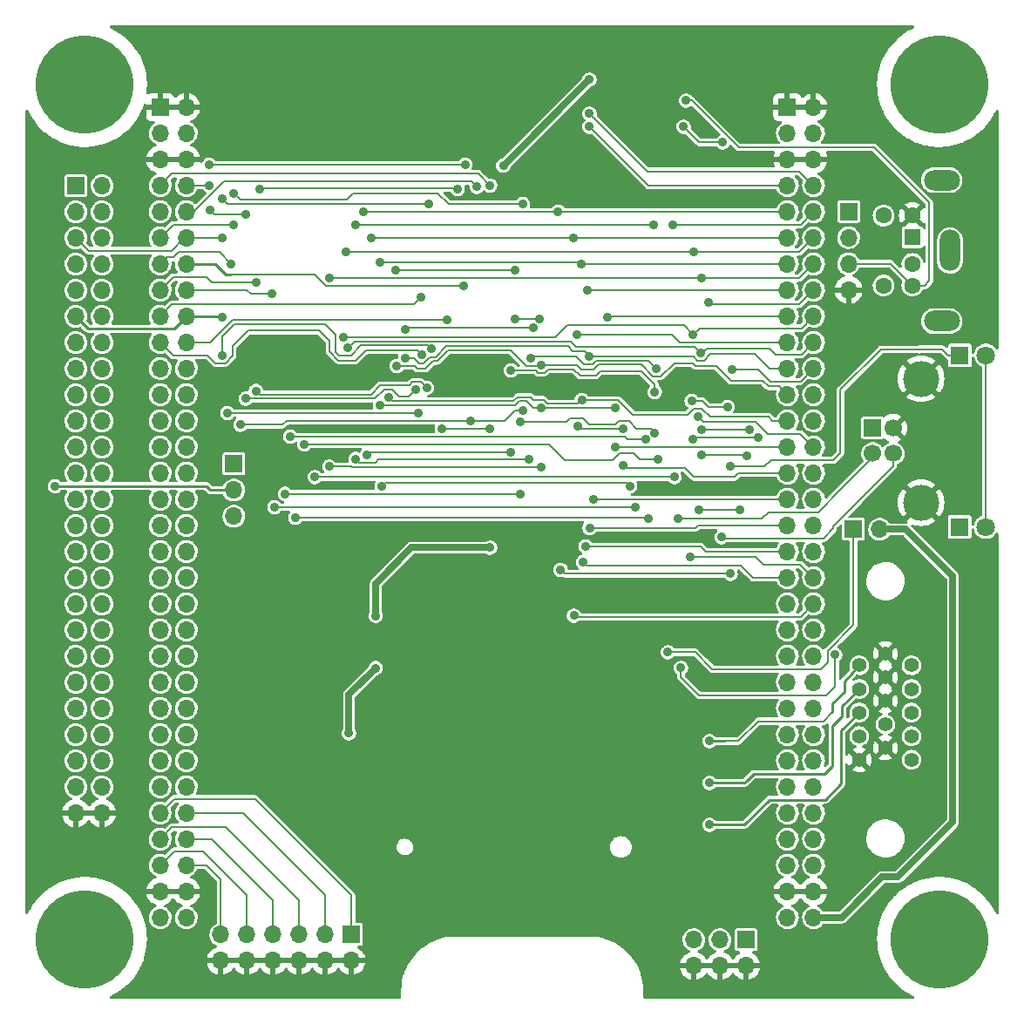
<source format=gbl>
G04 #@! TF.GenerationSoftware,KiCad,Pcbnew,(6.0.1)*
G04 #@! TF.CreationDate,2022-08-21T20:10:10-04:00*
G04 #@! TF.ProjectId,RETRO-65C816,52455452-4f2d-4363-9543-3831362e6b69,3*
G04 #@! TF.SameCoordinates,Original*
G04 #@! TF.FileFunction,Copper,L2,Bot*
G04 #@! TF.FilePolarity,Positive*
%FSLAX46Y46*%
G04 Gerber Fmt 4.6, Leading zero omitted, Abs format (unit mm)*
G04 Created by KiCad (PCBNEW (6.0.1)) date 2022-08-21 20:10:10*
%MOMM*%
%LPD*%
G01*
G04 APERTURE LIST*
G04 #@! TA.AperFunction,ComponentPad*
%ADD10C,9.525000*%
G04 #@! TD*
G04 #@! TA.AperFunction,ComponentPad*
%ADD11R,1.700000X1.700000*%
G04 #@! TD*
G04 #@! TA.AperFunction,ComponentPad*
%ADD12O,1.700000X1.700000*%
G04 #@! TD*
G04 #@! TA.AperFunction,ComponentPad*
%ADD13R,1.600000X1.600000*%
G04 #@! TD*
G04 #@! TA.AperFunction,ComponentPad*
%ADD14C,1.600000*%
G04 #@! TD*
G04 #@! TA.AperFunction,ComponentPad*
%ADD15O,2.000000X4.000000*%
G04 #@! TD*
G04 #@! TA.AperFunction,ComponentPad*
%ADD16O,3.500000X2.000000*%
G04 #@! TD*
G04 #@! TA.AperFunction,ComponentPad*
%ADD17R,1.800000X1.800000*%
G04 #@! TD*
G04 #@! TA.AperFunction,ComponentPad*
%ADD18C,1.800000*%
G04 #@! TD*
G04 #@! TA.AperFunction,ComponentPad*
%ADD19C,1.397000*%
G04 #@! TD*
G04 #@! TA.AperFunction,ComponentPad*
%ADD20C,1.700000*%
G04 #@! TD*
G04 #@! TA.AperFunction,ComponentPad*
%ADD21C,3.500000*%
G04 #@! TD*
G04 #@! TA.AperFunction,ViaPad*
%ADD22C,0.889000*%
G04 #@! TD*
G04 #@! TA.AperFunction,Conductor*
%ADD23C,0.203200*%
G04 #@! TD*
G04 #@! TA.AperFunction,Conductor*
%ADD24C,0.152400*%
G04 #@! TD*
G04 #@! TA.AperFunction,Conductor*
%ADD25C,0.635000*%
G04 #@! TD*
G04 #@! TA.AperFunction,Conductor*
%ADD26C,0.254000*%
G04 #@! TD*
G04 APERTURE END LIST*
D10*
X16000000Y-16000000D03*
X99000000Y-16000000D03*
X16000000Y-99000000D03*
X99000000Y-99000000D03*
D11*
X90678000Y-59182000D03*
D12*
X93218000Y-59182000D03*
D11*
X90200000Y-28300000D03*
D12*
X90200000Y-30840000D03*
X90200000Y-33380000D03*
X90200000Y-35920000D03*
D13*
X96400000Y-30800000D03*
D14*
X96400000Y-33400000D03*
X96400000Y-28700000D03*
X96400000Y-35500000D03*
X93600000Y-28700000D03*
X93600000Y-35500000D03*
D15*
X100050000Y-32100000D03*
D16*
X99250000Y-25250000D03*
X99250000Y-38950000D03*
D11*
X84250000Y-18166000D03*
D12*
X86790000Y-18166000D03*
X84250000Y-20706000D03*
X86790000Y-20706000D03*
X84250000Y-23246000D03*
X86790000Y-23246000D03*
X84250000Y-25786000D03*
X86790000Y-25786000D03*
X84250000Y-28326000D03*
X86790000Y-28326000D03*
X84250000Y-30866000D03*
X86790000Y-30866000D03*
X84250000Y-33406000D03*
X86790000Y-33406000D03*
X84250000Y-35946000D03*
X86790000Y-35946000D03*
X84250000Y-38486000D03*
X86790000Y-38486000D03*
X84250000Y-41026000D03*
X86790000Y-41026000D03*
X84250000Y-43566000D03*
X86790000Y-43566000D03*
X84250000Y-46106000D03*
X86790000Y-46106000D03*
X84250000Y-48646000D03*
X86790000Y-48646000D03*
X84250000Y-51186000D03*
X86790000Y-51186000D03*
X84250000Y-53726000D03*
X86790000Y-53726000D03*
X84250000Y-56266000D03*
X86790000Y-56266000D03*
X84250000Y-58806000D03*
X86790000Y-58806000D03*
X84250000Y-61346000D03*
X86790000Y-61346000D03*
X84250000Y-63886000D03*
X86790000Y-63886000D03*
X84250000Y-66426000D03*
X86790000Y-66426000D03*
X84250000Y-68966000D03*
X86790000Y-68966000D03*
X84250000Y-71506000D03*
X86790000Y-71506000D03*
X84250000Y-74046000D03*
X86790000Y-74046000D03*
X84250000Y-76586000D03*
X86790000Y-76586000D03*
X84250000Y-79126000D03*
X86790000Y-79126000D03*
X84250000Y-81666000D03*
X86790000Y-81666000D03*
X84250000Y-84206000D03*
X86790000Y-84206000D03*
X84250000Y-86746000D03*
X86790000Y-86746000D03*
X84250000Y-89286000D03*
X86790000Y-89286000D03*
X84250000Y-91826000D03*
X86790000Y-91826000D03*
X84250000Y-94366000D03*
X86790000Y-94366000D03*
X84250000Y-96906000D03*
X86790000Y-96906000D03*
D11*
X23310000Y-18166000D03*
D12*
X25850000Y-18166000D03*
X23310000Y-20706000D03*
X25850000Y-20706000D03*
X23310000Y-23246000D03*
X25850000Y-23246000D03*
X23310000Y-25786000D03*
X25850000Y-25786000D03*
X23310000Y-28326000D03*
X25850000Y-28326000D03*
X23310000Y-30866000D03*
X25850000Y-30866000D03*
X23310000Y-33406000D03*
X25850000Y-33406000D03*
X23310000Y-35946000D03*
X25850000Y-35946000D03*
X23310000Y-38486000D03*
X25850000Y-38486000D03*
X23310000Y-41026000D03*
X25850000Y-41026000D03*
X23310000Y-43566000D03*
X25850000Y-43566000D03*
X23310000Y-46106000D03*
X25850000Y-46106000D03*
X23310000Y-48646000D03*
X25850000Y-48646000D03*
X23310000Y-51186000D03*
X25850000Y-51186000D03*
X23310000Y-53726000D03*
X25850000Y-53726000D03*
X23310000Y-56266000D03*
X25850000Y-56266000D03*
X23310000Y-58806000D03*
X25850000Y-58806000D03*
X23310000Y-61346000D03*
X25850000Y-61346000D03*
X23310000Y-63886000D03*
X25850000Y-63886000D03*
X23310000Y-66426000D03*
X25850000Y-66426000D03*
X23310000Y-68966000D03*
X25850000Y-68966000D03*
X23310000Y-71506000D03*
X25850000Y-71506000D03*
X23310000Y-74046000D03*
X25850000Y-74046000D03*
X23310000Y-76586000D03*
X25850000Y-76586000D03*
X23310000Y-79126000D03*
X25850000Y-79126000D03*
X23310000Y-81666000D03*
X25850000Y-81666000D03*
X23310000Y-84206000D03*
X25850000Y-84206000D03*
X23310000Y-86746000D03*
X25850000Y-86746000D03*
X23310000Y-89286000D03*
X25850000Y-89286000D03*
X23310000Y-91826000D03*
X25850000Y-91826000D03*
X23310000Y-94366000D03*
X25850000Y-94366000D03*
X23310000Y-96906000D03*
X25850000Y-96906000D03*
D17*
X101015800Y-42291000D03*
D18*
X103555800Y-42291000D03*
D11*
X15140000Y-25800000D03*
D12*
X17680000Y-25800000D03*
X15140000Y-28340000D03*
X17680000Y-28340000D03*
X15140000Y-30880000D03*
X17680000Y-30880000D03*
X15140000Y-33420000D03*
X17680000Y-33420000D03*
X15140000Y-35960000D03*
X17680000Y-35960000D03*
X15140000Y-38500000D03*
X17680000Y-38500000D03*
X15140000Y-41040000D03*
X17680000Y-41040000D03*
X15140000Y-43580000D03*
X17680000Y-43580000D03*
X15140000Y-46120000D03*
X17680000Y-46120000D03*
X15140000Y-48660000D03*
X17680000Y-48660000D03*
X15140000Y-51200000D03*
X17680000Y-51200000D03*
X15140000Y-53740000D03*
X17680000Y-53740000D03*
X15140000Y-56280000D03*
X17680000Y-56280000D03*
X15140000Y-58820000D03*
X17680000Y-58820000D03*
X15140000Y-61360000D03*
X17680000Y-61360000D03*
X15140000Y-63900000D03*
X17680000Y-63900000D03*
X15140000Y-66440000D03*
X17680000Y-66440000D03*
X15140000Y-68980000D03*
X17680000Y-68980000D03*
X15140000Y-71520000D03*
X17680000Y-71520000D03*
X15140000Y-74060000D03*
X17680000Y-74060000D03*
X15140000Y-76600000D03*
X17680000Y-76600000D03*
X15140000Y-79140000D03*
X17680000Y-79140000D03*
X15140000Y-81680000D03*
X17680000Y-81680000D03*
X15140000Y-84220000D03*
X17680000Y-84220000D03*
X15140000Y-86760000D03*
X17680000Y-86760000D03*
D11*
X30480000Y-52832000D03*
D12*
X30480000Y-55372000D03*
X30480000Y-57912000D03*
D11*
X41910000Y-98552000D03*
D12*
X41910000Y-101092000D03*
X39370000Y-98552000D03*
X39370000Y-101092000D03*
X36830000Y-98552000D03*
X36830000Y-101092000D03*
X34290000Y-98552000D03*
X34290000Y-101092000D03*
X31750000Y-98552000D03*
X31750000Y-101092000D03*
X29210000Y-98552000D03*
X29210000Y-101092000D03*
D19*
X91239340Y-72397620D03*
X91239340Y-74688700D03*
X91239340Y-76974700D03*
X91239340Y-79268320D03*
X91239340Y-81556860D03*
X93779340Y-71252080D03*
X93779340Y-73543160D03*
X93779340Y-75834240D03*
X93779340Y-78122780D03*
X93779340Y-80413860D03*
X96319340Y-72397620D03*
X96319340Y-74688700D03*
X96316800Y-76977240D03*
X96319340Y-79268320D03*
X96319340Y-81556860D03*
D11*
X80249000Y-99055000D03*
D12*
X80249000Y-101595000D03*
X77709000Y-99055000D03*
X77709000Y-101595000D03*
X75169000Y-99055000D03*
X75169000Y-101595000D03*
D11*
X92532200Y-49326800D03*
D20*
X92532200Y-51826800D03*
X94532200Y-51826800D03*
X94532200Y-49326800D03*
D21*
X97242200Y-56596800D03*
X97242200Y-44556800D03*
D17*
X100990400Y-58953400D03*
D18*
X103530400Y-58953400D03*
D22*
X32625027Y-45733200D03*
X60299600Y-47396400D03*
X64274700Y-46621700D03*
X78431282Y-47298718D03*
X57404000Y-43738800D03*
X53517800Y-48641000D03*
X54102000Y-25908000D03*
X34417000Y-57023000D03*
X35446189Y-55739811D03*
X35941000Y-50165000D03*
X36449000Y-58039000D03*
X37312600Y-50927000D03*
X55372000Y-60960000D03*
X65024000Y-15494000D03*
X56655189Y-23862811D03*
X44261000Y-67579000D03*
X74422000Y-17526000D03*
X41656000Y-78994000D03*
X44261000Y-72659000D03*
X60325000Y-85090000D03*
X69596000Y-45464531D03*
X69088000Y-71831200D03*
X52959000Y-43815000D03*
X13766800Y-29667200D03*
X32410400Y-82118200D03*
X60198000Y-44958000D03*
X37973000Y-43815000D03*
X30226000Y-67056000D03*
X65773300Y-70586600D03*
X74676000Y-44227900D03*
X67564000Y-26162000D03*
X53009800Y-85420200D03*
X62230000Y-79502000D03*
X77891686Y-71714314D03*
X73660000Y-58166000D03*
X77851000Y-59944000D03*
X65024000Y-18796000D03*
X65024000Y-20066000D03*
X13081000Y-54991000D03*
X72644000Y-71120000D03*
X78740000Y-53052800D03*
X62230000Y-63119000D03*
X78740000Y-63500000D03*
X60307000Y-53104000D03*
X63516157Y-67570285D03*
X39751000Y-53086000D03*
X74821000Y-61831000D03*
X38354000Y-54102000D03*
X73279000Y-54102000D03*
X64389000Y-62370200D03*
X79629000Y-57277000D03*
X71658463Y-52354463D03*
X75692000Y-57277000D03*
X64643000Y-60833000D03*
X80327500Y-52006500D03*
X70739000Y-58166000D03*
X75946000Y-51934800D03*
X65042640Y-59055000D03*
X70485000Y-50437200D03*
X75057000Y-50437200D03*
X81407000Y-50292000D03*
X65448560Y-56261000D03*
X75882500Y-49466500D03*
X58293000Y-48768000D03*
X71383327Y-49816859D03*
X80581500Y-49466500D03*
X58293000Y-55753000D03*
X67532241Y-51166522D03*
X67532241Y-47402759D03*
X44666000Y-47130200D03*
X44831000Y-54991011D03*
X68987389Y-54977800D03*
X74962000Y-46704000D03*
X45514219Y-46381400D03*
X57404000Y-51675800D03*
X71374000Y-45847000D03*
X43434000Y-51943000D03*
X46317200Y-43313400D03*
X60325000Y-43218120D03*
X71501000Y-43561000D03*
X78867000Y-43688000D03*
X42291000Y-52355200D03*
X59295800Y-42586640D03*
X59182000Y-52355200D03*
X47117000Y-42531800D03*
X65024000Y-42418000D03*
X41578043Y-41516433D03*
X75819000Y-42037000D03*
X63836000Y-40304000D03*
X41148000Y-40513000D03*
X75107800Y-40277200D03*
X66802000Y-38608000D03*
X47117000Y-39751000D03*
X59563000Y-39624000D03*
X76612558Y-37157256D03*
X46228000Y-34036000D03*
X64858400Y-35941000D03*
X60207194Y-38742621D03*
X57785000Y-34036000D03*
X57777379Y-38742621D03*
X75932800Y-34798000D03*
X39751000Y-34798000D03*
X44704000Y-33274000D03*
X64248800Y-33401000D03*
X75184000Y-32258000D03*
X41402000Y-32258000D03*
X43814800Y-30861000D03*
X63500000Y-30861000D03*
X73152000Y-29591000D03*
X42291000Y-29591000D03*
X71247000Y-29591000D03*
X43053000Y-28321000D03*
X61976000Y-28321000D03*
X68326000Y-49403000D03*
X68326000Y-52959000D03*
X63881000Y-49149000D03*
X75565000Y-48201611D03*
X69469000Y-57023000D03*
X73914000Y-72644000D03*
X88900000Y-71374000D03*
X29337000Y-27051000D03*
X29337000Y-30861000D03*
X49403000Y-27572200D03*
X48666000Y-36601000D03*
X48387000Y-47879000D03*
X29845000Y-47879000D03*
X30226000Y-33401000D03*
X55372000Y-49403000D03*
X55372000Y-25781000D03*
X50673000Y-49416200D03*
X31115000Y-49022000D03*
X30480000Y-26543000D03*
X58547000Y-27572200D03*
X30480000Y-29591000D03*
X58547000Y-47625000D03*
X28194000Y-28194000D03*
X31623000Y-46482000D03*
X31623000Y-28575000D03*
X48133000Y-45632600D03*
X49206023Y-45431514D03*
X32639000Y-35179000D03*
X28067000Y-23749000D03*
X28067000Y-25781000D03*
X52959000Y-23749000D03*
X48703770Y-42199856D03*
X49657000Y-41667720D03*
X29337000Y-42291000D03*
X29337000Y-38608000D03*
X52198083Y-26123880D03*
X34163000Y-36322000D03*
X33020000Y-26162000D03*
X52832000Y-35546800D03*
X51181000Y-38862000D03*
X76699000Y-79756000D03*
X76699000Y-83820000D03*
X74168000Y-20066000D03*
X77978000Y-21590000D03*
X76699000Y-87884000D03*
D23*
X48286914Y-41783000D02*
X48703770Y-42199856D01*
X43307000Y-41783000D02*
X48286914Y-41783000D01*
X42316400Y-42773600D02*
X43307000Y-41783000D01*
X40624742Y-42773600D02*
X42316400Y-42773600D01*
X39768771Y-41917629D02*
X40624742Y-42773600D01*
X39768771Y-40886371D02*
X39768771Y-41917629D01*
X38760400Y-39878000D02*
X39768771Y-40886371D01*
X31851600Y-39878000D02*
X38760400Y-39878000D01*
X30378400Y-41351200D02*
X31851600Y-39878000D01*
X29647169Y-43039811D02*
X30378400Y-42308580D01*
X30378400Y-42308580D02*
X30378400Y-41351200D01*
X27940000Y-42291000D02*
X28688811Y-43039811D01*
X24575000Y-42291000D02*
X27940000Y-42291000D01*
X28688811Y-43039811D02*
X29647169Y-43039811D01*
X23310000Y-41026000D02*
X24575000Y-42291000D01*
X29337000Y-40426658D02*
X29337000Y-42291000D01*
X30495738Y-39267920D02*
X29337000Y-40426658D01*
X40360600Y-41935400D02*
X40360600Y-40309800D01*
X39318720Y-39267920D02*
X30495738Y-39267920D01*
X40716200Y-42291000D02*
X40360600Y-41935400D01*
X40360600Y-40309800D02*
X39318720Y-39267920D01*
X41884600Y-42291000D02*
X40716200Y-42291000D01*
X42850760Y-41324840D02*
X41884600Y-42291000D01*
X49314120Y-41324840D02*
X42850760Y-41324840D01*
X49657000Y-41667720D02*
X49314120Y-41324840D01*
X42175556Y-40918920D02*
X41578043Y-41516433D01*
X63211080Y-40918920D02*
X42175556Y-40918920D01*
X75213920Y-41431920D02*
X63724080Y-41431920D01*
X63724080Y-41431920D02*
X63211080Y-40918920D01*
X75819000Y-42037000D02*
X75213920Y-41431920D01*
X48037800Y-43313400D02*
X48285400Y-43561000D01*
X49098200Y-43561000D02*
X48285400Y-43561000D01*
X46317200Y-43313400D02*
X48037800Y-43313400D01*
X32967907Y-46076080D02*
X32625027Y-45733200D01*
X32967907Y-46076080D02*
X43789120Y-46076080D01*
X30327600Y-38862000D02*
X51181000Y-38862000D01*
X28163600Y-41026000D02*
X30327600Y-38862000D01*
X25850000Y-41026000D02*
X28163600Y-41026000D01*
X50227074Y-42838526D02*
X49820674Y-42838526D01*
X49820674Y-42838526D02*
X49098200Y-43561000D01*
X51257200Y-41808400D02*
X50227074Y-42838526D01*
X58924949Y-43335451D02*
X57397898Y-41808400D01*
X57397898Y-41808400D02*
X51257200Y-41808400D01*
X60207669Y-43335451D02*
X58924949Y-43335451D01*
X60325000Y-43218120D02*
X60207669Y-43335451D01*
X50052606Y-42432606D02*
X51083212Y-41402000D01*
X49530000Y-42432606D02*
X50052606Y-42432606D01*
X48918940Y-43043666D02*
X49530000Y-42432606D01*
X48488600Y-43043666D02*
X48918940Y-43043666D01*
X47976734Y-42531800D02*
X47117000Y-42531800D01*
X48488600Y-43043666D02*
X47976734Y-42531800D01*
X63368960Y-41837840D02*
X62933120Y-41402000D01*
X64570840Y-41837840D02*
X63368960Y-41837840D01*
X65024000Y-42291000D02*
X64570840Y-41837840D01*
X65024000Y-42418000D02*
X65024000Y-42291000D01*
X62933120Y-41402000D02*
X51083212Y-41402000D01*
X44678120Y-45187080D02*
X47519540Y-45187080D01*
X43789120Y-46076080D02*
X44678120Y-45187080D01*
X48658298Y-44883789D02*
X49206023Y-45431514D01*
X47519540Y-45187080D02*
X47822831Y-44883789D01*
X47822831Y-44883789D02*
X48658298Y-44883789D01*
X47447240Y-46318360D02*
X48133000Y-45632600D01*
X46572360Y-46318360D02*
X47447240Y-46318360D01*
X45847000Y-45593000D02*
X46572360Y-46318360D01*
X45085000Y-45593000D02*
X45847000Y-45593000D01*
X83444000Y-45293200D02*
X84250000Y-46099200D01*
X82418000Y-45293200D02*
X83444000Y-45293200D01*
X81879600Y-44754800D02*
X82418000Y-45293200D01*
X78780800Y-44754800D02*
X81879600Y-44754800D01*
X77357920Y-43331920D02*
X78780800Y-44754800D01*
X75336880Y-43331920D02*
X77357920Y-43331920D01*
X75032560Y-43027600D02*
X75336880Y-43331920D01*
X73253600Y-43027600D02*
X75032560Y-43027600D01*
X71971389Y-44309811D02*
X73253600Y-43027600D01*
X70052240Y-43179040D02*
X71183011Y-44309811D01*
X65939360Y-43179040D02*
X70052240Y-43179040D01*
X64262000Y-43688000D02*
X65430400Y-43688000D01*
X65430400Y-43688000D02*
X65939360Y-43179040D01*
X60325000Y-43218120D02*
X63792120Y-43218120D01*
X63792120Y-43218120D02*
X64262000Y-43688000D01*
X71183011Y-44309811D02*
X71971389Y-44309811D01*
D24*
X81432400Y-43688000D02*
X82575400Y-44831000D01*
X78867000Y-43688000D02*
X81432400Y-43688000D01*
X82575400Y-44831000D02*
X85525000Y-44831000D01*
D23*
X35204400Y-49022000D02*
X35585400Y-48641000D01*
X31115000Y-49022000D02*
X35204400Y-49022000D01*
X35585400Y-48641000D02*
X56769000Y-48641000D01*
X63899561Y-46996839D02*
X64274700Y-46621700D01*
X60549690Y-46587510D02*
X60959019Y-46996839D01*
X60959019Y-46996839D02*
X63899561Y-46996839D01*
X59592310Y-46587510D02*
X60549690Y-46587510D01*
X58048663Y-46330080D02*
X59334880Y-46330080D01*
X57654462Y-46724280D02*
X58048663Y-46330080D01*
X45857099Y-46724280D02*
X57654462Y-46724280D01*
X59334880Y-46330080D02*
X59592310Y-46587510D01*
X45514219Y-46381400D02*
X45857099Y-46724280D01*
X59588400Y-47396400D02*
X60299600Y-47396400D01*
X58216800Y-46736000D02*
X58928000Y-46736000D01*
X58928000Y-46736000D02*
X59588400Y-47396400D01*
X57822600Y-47130200D02*
X58216800Y-46736000D01*
X44666000Y-47130200D02*
X57822600Y-47130200D01*
X75133200Y-42418000D02*
X65024000Y-42418000D01*
X75501011Y-42785811D02*
X75133200Y-42418000D01*
X76129169Y-42785811D02*
X75501011Y-42785811D01*
X76801780Y-42113200D02*
X76129169Y-42785811D01*
X81092200Y-42113200D02*
X76801780Y-42113200D01*
X82545000Y-43566000D02*
X81092200Y-42113200D01*
X84250000Y-43566000D02*
X82545000Y-43566000D01*
X60305959Y-47402759D02*
X60299600Y-47396400D01*
X60305959Y-47402759D02*
X67532241Y-47402759D01*
X67810162Y-46621700D02*
X64274700Y-46621700D01*
X75964800Y-46704000D02*
X74962000Y-46704000D01*
X78427364Y-47294800D02*
X76555600Y-47294800D01*
X76555600Y-47294800D02*
X75964800Y-46704000D01*
X78431282Y-47298718D02*
X78427364Y-47294800D01*
X69245262Y-48056800D02*
X67810162Y-46621700D01*
X75138811Y-47452811D02*
X74534822Y-48056800D01*
X74534822Y-48056800D02*
X69245262Y-48056800D01*
X75940389Y-47452811D02*
X75138811Y-47452811D01*
X76747578Y-48260000D02*
X75940389Y-47452811D01*
X82397600Y-48260000D02*
X76747578Y-48260000D01*
X82405300Y-48252300D02*
X82397600Y-48260000D01*
X84250000Y-48646000D02*
X82799000Y-48646000D01*
X82799000Y-48646000D02*
X82405300Y-48252300D01*
X85515000Y-49911000D02*
X82321400Y-49911000D01*
X86790000Y-51186000D02*
X85515000Y-49911000D01*
X82321400Y-49911000D02*
X81128089Y-48717689D01*
X81128089Y-48717689D02*
X76081078Y-48717689D01*
X76081078Y-48717689D02*
X75565000Y-48201611D01*
X57406571Y-43741371D02*
X59789271Y-43741371D01*
X57406571Y-43741371D02*
X57404000Y-43738800D01*
X60014831Y-43966931D02*
X59789271Y-43741371D01*
X60635169Y-43966931D02*
X60014831Y-43966931D01*
X60978060Y-43624040D02*
X60635169Y-43966931D01*
X63474818Y-43624040D02*
X60978060Y-43624040D01*
X64103589Y-44252811D02*
X63474818Y-43624040D01*
X65627589Y-44252811D02*
X64103589Y-44252811D01*
X66090800Y-43789600D02*
X65627589Y-44252811D01*
X70053200Y-43789600D02*
X66090800Y-43789600D01*
X71374000Y-45110400D02*
X70053200Y-43789600D01*
X71374000Y-45847000D02*
X71374000Y-45110400D01*
X70969468Y-49403000D02*
X71383327Y-49816859D01*
X69596000Y-49403000D02*
X70969468Y-49403000D01*
X68847189Y-48654189D02*
X69596000Y-49403000D01*
X67830211Y-48654189D02*
X68847189Y-48654189D01*
X63169800Y-48387000D02*
X64389000Y-48387000D01*
X64389000Y-48387000D02*
X64973200Y-48971200D01*
X62788800Y-48768000D02*
X63169800Y-48387000D01*
X64973200Y-48971200D02*
X67513200Y-48971200D01*
X67513200Y-48971200D02*
X67830211Y-48654189D01*
X58293000Y-48768000D02*
X62788800Y-48768000D01*
X64135000Y-49403000D02*
X63881000Y-49149000D01*
X68326000Y-49403000D02*
X64135000Y-49403000D01*
X44196000Y-46482000D02*
X45085000Y-45593000D01*
X31623000Y-46482000D02*
X44196000Y-46482000D01*
X85635689Y-42180311D02*
X86790000Y-41026000D01*
X83125111Y-42180311D02*
X85635689Y-42180311D01*
X82550000Y-41605200D02*
X83125111Y-42180311D01*
X75819000Y-42037000D02*
X75971400Y-42037000D01*
X75971400Y-42037000D02*
X76403200Y-41605200D01*
X76403200Y-41605200D02*
X82550000Y-41605200D01*
D24*
X65710280Y-42798520D02*
X70738520Y-42798520D01*
X65328800Y-43180000D02*
X65710280Y-42798520D01*
X64516000Y-43180000D02*
X65328800Y-43180000D01*
X70738520Y-42798520D02*
X71501000Y-43561000D01*
X59464440Y-42418000D02*
X63754000Y-42418000D01*
X63754000Y-42418000D02*
X64516000Y-43180000D01*
X59295800Y-42586640D02*
X59464440Y-42418000D01*
D23*
X56769000Y-48641000D02*
X57785000Y-47625000D01*
X57785000Y-47625000D02*
X58547000Y-47625000D01*
X53569080Y-25375080D02*
X54102000Y-25908000D01*
X29531900Y-25375080D02*
X53569080Y-25375080D01*
X26580980Y-28326000D02*
X29531900Y-25375080D01*
X34417000Y-57023000D02*
X69469000Y-57023000D01*
X54850811Y-55739811D02*
X35446189Y-55739811D01*
X35941000Y-50165000D02*
X68453000Y-50165000D01*
X36449000Y-58039000D02*
X70612000Y-58039000D01*
X61087000Y-50927000D02*
X37312600Y-50927000D01*
D25*
X47752000Y-60960000D02*
X55372000Y-60960000D01*
X86790000Y-96906000D02*
X89519638Y-96906000D01*
X94996000Y-92964000D02*
X100330000Y-87630000D01*
X44261000Y-64451000D02*
X47752000Y-60960000D01*
X56655189Y-23862811D02*
X65024000Y-15494000D01*
D23*
X74972980Y-17526000D02*
X74422000Y-17526000D01*
X90200000Y-33380000D02*
X94280000Y-33380000D01*
D25*
X89519638Y-96906000D02*
X93461638Y-92964000D01*
X41656000Y-78994000D02*
X41656000Y-75264000D01*
X44261000Y-67579000D02*
X44261000Y-64581000D01*
X100330000Y-63754000D02*
X95758000Y-59182000D01*
X41656000Y-75264000D02*
X44261000Y-72659000D01*
D23*
X94280000Y-33380000D02*
X96400000Y-35500000D01*
D25*
X100330000Y-87630000D02*
X100330000Y-63754000D01*
D23*
X97596000Y-35500000D02*
X98044000Y-35052000D01*
X92703689Y-22091689D02*
X79538669Y-22091689D01*
X98044000Y-27432000D02*
X92703689Y-22091689D01*
X79538669Y-22091689D02*
X74972980Y-17526000D01*
X98044000Y-35052000D02*
X98044000Y-27432000D01*
D25*
X95758000Y-59182000D02*
X93218000Y-59182000D01*
X93461638Y-92964000D02*
X94996000Y-92964000D01*
D23*
X96400000Y-35500000D02*
X97596000Y-35500000D01*
X87234106Y-57531000D02*
X82423000Y-57531000D01*
X89458800Y-55270400D02*
X87234106Y-57531000D01*
X82423000Y-57531000D02*
X81788000Y-58166000D01*
X73660000Y-58166000D02*
X81788000Y-58166000D01*
X92902400Y-51826800D02*
X89458800Y-55270400D01*
X94532200Y-53028881D02*
X88696800Y-58864281D01*
X77978000Y-60071000D02*
X87731600Y-60071000D01*
X77978000Y-60071000D02*
X77851000Y-59944000D01*
X87731600Y-60071000D02*
X88696800Y-59105800D01*
X94532200Y-51826800D02*
X94532200Y-53028881D01*
X88696800Y-58864281D02*
X88696800Y-59105800D01*
X65024000Y-18796000D02*
X70628311Y-24400311D01*
X86790000Y-25786000D02*
X85404311Y-24400311D01*
X85404311Y-24400311D02*
X70628311Y-24400311D01*
X70744000Y-25786000D02*
X65024000Y-20066000D01*
X84250000Y-25786000D02*
X70744000Y-25786000D01*
D26*
X28194000Y-55372000D02*
X27813000Y-54991000D01*
X30480000Y-55372000D02*
X28194000Y-55372000D01*
X13081000Y-54991000D02*
X27813000Y-54991000D01*
D23*
X88150699Y-72123301D02*
X87503000Y-72771000D01*
X88150699Y-72123301D02*
X88150699Y-71014335D01*
X72644000Y-71120000D02*
X75311000Y-71120000D01*
X87503000Y-72771000D02*
X76962000Y-72771000D01*
X88150699Y-71014335D02*
X90678000Y-68487034D01*
X76962000Y-72771000D02*
X75311000Y-71120000D01*
X90678000Y-68487034D02*
X90678000Y-59182000D01*
X82651600Y-52476400D02*
X88696800Y-52476400D01*
X97076494Y-41681400D02*
X97051094Y-41706800D01*
X93345000Y-41706800D02*
X89408000Y-45643800D01*
X89408000Y-51765200D02*
X88696800Y-52476400D01*
X99912600Y-42291000D02*
X99303000Y-41681400D01*
X99303000Y-41681400D02*
X97076494Y-41681400D01*
X78740000Y-53052800D02*
X78773200Y-53086000D01*
X101015800Y-42291000D02*
X99912600Y-42291000D01*
X78740000Y-63500000D02*
X62611000Y-63500000D01*
X78773200Y-53086000D02*
X82042000Y-53086000D01*
X82042000Y-53086000D02*
X82651600Y-52476400D01*
X62611000Y-63500000D02*
X62230000Y-63119000D01*
X89408000Y-45643800D02*
X89408000Y-51765200D01*
X97051094Y-41706800D02*
X93345000Y-41706800D01*
X32528801Y-85360801D02*
X41910000Y-94742000D01*
X23310000Y-86746000D02*
X24695199Y-85360801D01*
X41910000Y-94742000D02*
X41910000Y-98552000D01*
X24695199Y-85360801D02*
X32528801Y-85360801D01*
X25850000Y-86746000D02*
X31374000Y-86746000D01*
X39370000Y-94742000D02*
X39370000Y-98552000D01*
X31374000Y-86746000D02*
X39370000Y-94742000D01*
X24464801Y-88131199D02*
X29711199Y-88131199D01*
X23310000Y-89286000D02*
X24464801Y-88131199D01*
X29711199Y-88131199D02*
X36830000Y-95250000D01*
X36830000Y-95250000D02*
X36830000Y-98552000D01*
X34290000Y-98552000D02*
X34290000Y-95250000D01*
X28326000Y-89286000D02*
X34290000Y-95250000D01*
X25850000Y-89286000D02*
X28326000Y-89286000D01*
X41980820Y-53104000D02*
X41962820Y-53086000D01*
X63636872Y-67691000D02*
X85525000Y-67691000D01*
X85525000Y-67691000D02*
X86790000Y-66426000D01*
X60307000Y-53104000D02*
X41980820Y-53104000D01*
X63636872Y-67691000D02*
X63516157Y-67570285D01*
X41962820Y-53086000D02*
X39751000Y-53086000D01*
X74821000Y-61831000D02*
X81135000Y-61831000D01*
X81915000Y-62611000D02*
X81135000Y-61831000D01*
X38354000Y-54102000D02*
X73279000Y-54102000D01*
X85515000Y-62611000D02*
X81915000Y-62611000D01*
X86790000Y-63886000D02*
X85515000Y-62611000D01*
X79756000Y-62738000D02*
X79731080Y-62713080D01*
X80904000Y-63886000D02*
X84250000Y-63886000D01*
X79756000Y-62738000D02*
X80904000Y-63886000D01*
X64731880Y-62713080D02*
X64389000Y-62370200D01*
X79731080Y-62713080D02*
X64731880Y-62713080D01*
X69880463Y-52354463D02*
X69342000Y-51816000D01*
X69880463Y-52354463D02*
X71658463Y-52354463D01*
X62611000Y-52451000D02*
X67306743Y-52451000D01*
X61087000Y-50927000D02*
X62611000Y-52451000D01*
X79629000Y-57277000D02*
X75692000Y-57277000D01*
X67941743Y-51816000D02*
X69342000Y-51816000D01*
X67306743Y-52451000D02*
X67941743Y-51816000D01*
X76332000Y-61346000D02*
X75819000Y-60833000D01*
X84250000Y-61346000D02*
X76332000Y-61346000D01*
X75819000Y-60833000D02*
X64643000Y-60833000D01*
X75946000Y-51934800D02*
X80255800Y-51934800D01*
X80255800Y-51934800D02*
X80327500Y-52006500D01*
X70612000Y-58039000D02*
X70739000Y-58166000D01*
X84250000Y-58806000D02*
X75560000Y-58806000D01*
X75560000Y-58806000D02*
X75311000Y-59055000D01*
X65042640Y-59055000D02*
X75311000Y-59055000D01*
X81407000Y-50292000D02*
X75202200Y-50292000D01*
X75202200Y-50292000D02*
X75057000Y-50437200D01*
X70485000Y-50437200D02*
X68725200Y-50437200D01*
X68725200Y-50437200D02*
X68453000Y-50165000D01*
D24*
X66915800Y-56261000D02*
X76962000Y-56261000D01*
D23*
X66920800Y-56266000D02*
X66915800Y-56261000D01*
X84250000Y-56266000D02*
X68321000Y-56266000D01*
X65448560Y-56261000D02*
X67427000Y-56261000D01*
X67432000Y-56266000D02*
X66920800Y-56266000D01*
X68321000Y-56266000D02*
X67432000Y-56266000D01*
X76967000Y-56266000D02*
X84250000Y-56266000D01*
X67427000Y-56261000D02*
X67432000Y-56266000D01*
D24*
X76962000Y-56261000D02*
X76967000Y-56266000D01*
D23*
X54864000Y-55753000D02*
X54850811Y-55739811D01*
X58293000Y-55753000D02*
X54864000Y-55753000D01*
X75882500Y-49466500D02*
X80581500Y-49466500D01*
X67551719Y-51186000D02*
X84250000Y-51186000D01*
X67551719Y-51186000D02*
X67532241Y-51166522D01*
X68987389Y-54977800D02*
X68644509Y-54634920D01*
X45187080Y-54634920D02*
X44831000Y-54991000D01*
X44831000Y-54991000D02*
X44831000Y-54991011D01*
X68644509Y-54634920D02*
X45187080Y-54634920D01*
X43701200Y-51675800D02*
X43434000Y-51943000D01*
X57404000Y-51675800D02*
X43701200Y-51675800D01*
D24*
X86790000Y-43566000D02*
X85525000Y-44831000D01*
X59182000Y-52355200D02*
X59137989Y-52399211D01*
X44214480Y-52723480D02*
X42659280Y-52723480D01*
X44538749Y-52399211D02*
X44214480Y-52723480D01*
X59137989Y-52399211D02*
X44538749Y-52399211D01*
X42659280Y-52723480D02*
X42291000Y-52355200D01*
D23*
X73792000Y-41026000D02*
X84250000Y-41026000D01*
X73070000Y-40304000D02*
X73792000Y-41026000D01*
X63836000Y-40304000D02*
X73070000Y-40304000D01*
X74200600Y-39370000D02*
X75107800Y-40277200D01*
X62865000Y-39370000D02*
X74200600Y-39370000D01*
X75744689Y-39640311D02*
X75107800Y-40277200D01*
X85635689Y-39640311D02*
X75744689Y-39640311D01*
X61722000Y-40513000D02*
X62865000Y-39370000D01*
X41148000Y-40513000D02*
X61722000Y-40513000D01*
X86790000Y-38486000D02*
X85635689Y-39640311D01*
D24*
X66924000Y-38486000D02*
X66802000Y-38608000D01*
D23*
X47244000Y-39624000D02*
X47117000Y-39751000D01*
D24*
X84250000Y-38486000D02*
X66924000Y-38486000D01*
D23*
X59563000Y-39624000D02*
X47244000Y-39624000D01*
X86790000Y-35946000D02*
X85404311Y-37331689D01*
X85404311Y-37331689D02*
X76786991Y-37331689D01*
X76786991Y-37331689D02*
X76612558Y-37157256D01*
D24*
X84250000Y-35946000D02*
X68077000Y-35946000D01*
X68072000Y-35941000D02*
X68077000Y-35946000D01*
X46266600Y-33997400D02*
X46228000Y-34036000D01*
X60207194Y-38742621D02*
X57777379Y-38742621D01*
X52362600Y-34036000D02*
X52324000Y-33997400D01*
X57785000Y-34036000D02*
X52362600Y-34036000D01*
X52324000Y-33997400D02*
X46266600Y-33997400D01*
X64858400Y-35941000D02*
X68072000Y-35941000D01*
D23*
X86790000Y-33406000D02*
X85404311Y-34791689D01*
X75939111Y-34791689D02*
X75932800Y-34798000D01*
X75932800Y-34798000D02*
X39751000Y-34798000D01*
X85404311Y-34791689D02*
X75939111Y-34791689D01*
D24*
X64248800Y-33401000D02*
X67300000Y-33401000D01*
X44704000Y-33274000D02*
X64121800Y-33274000D01*
X64121800Y-33274000D02*
X64248800Y-33401000D01*
X84250000Y-33406000D02*
X67305000Y-33406000D01*
X67300000Y-33401000D02*
X67305000Y-33406000D01*
D23*
X75190311Y-32251689D02*
X75184000Y-32258000D01*
X75679378Y-32258000D02*
X75685689Y-32251689D01*
X75685689Y-32251689D02*
X75190311Y-32251689D01*
X86790000Y-30866000D02*
X85404311Y-32251689D01*
X41402000Y-32258000D02*
X75679378Y-32258000D01*
X85404311Y-32251689D02*
X75685689Y-32251689D01*
X63500000Y-30861000D02*
X43814800Y-30861000D01*
X63505000Y-30866000D02*
X63500000Y-30861000D01*
X84250000Y-30866000D02*
X63505000Y-30866000D01*
X42291000Y-29591000D02*
X71247000Y-29591000D01*
X85525000Y-29591000D02*
X86790000Y-28326000D01*
X73152000Y-29591000D02*
X85525000Y-29591000D01*
X61976000Y-28321000D02*
X43053000Y-28321000D01*
X61981000Y-28326000D02*
X61976000Y-28321000D01*
X84250000Y-28326000D02*
X61981000Y-28326000D01*
X79121000Y-54102000D02*
X75184000Y-54102000D01*
X74295000Y-53213000D02*
X68453000Y-53213000D01*
X84250000Y-53726000D02*
X79497000Y-53726000D01*
X79497000Y-53726000D02*
X79121000Y-54102000D01*
X68326000Y-53086000D02*
X68326000Y-52959000D01*
X75184000Y-54102000D02*
X74295000Y-53213000D01*
X68453000Y-53213000D02*
X68326000Y-53086000D01*
X24654801Y-90440801D02*
X27448801Y-90440801D01*
X24654801Y-90481199D02*
X23310000Y-91826000D01*
X31750000Y-98552000D02*
X31750000Y-94742000D01*
X27448801Y-90440801D02*
X31750000Y-94742000D01*
X24654801Y-90440801D02*
X24654801Y-90481199D01*
X25850000Y-91826000D02*
X27818000Y-91826000D01*
X29210000Y-93218000D02*
X29210000Y-98552000D01*
X27818000Y-91826000D02*
X29210000Y-93218000D01*
X103530400Y-58953400D02*
X103530400Y-42316400D01*
X88900000Y-74447400D02*
X88036400Y-75311000D01*
X73914000Y-73558400D02*
X73914000Y-72644000D01*
X88036400Y-75311000D02*
X75666600Y-75311000D01*
X88900000Y-71374000D02*
X88900000Y-74447400D01*
X75666600Y-75311000D02*
X73914000Y-73558400D01*
X16415920Y-32106080D02*
X24408920Y-32106080D01*
X24408920Y-32106080D02*
X25649000Y-30866000D01*
X49403000Y-27572200D02*
X49402989Y-27572189D01*
X15140000Y-30880000D02*
X16391000Y-32131000D01*
X16391000Y-32131000D02*
X16415920Y-32106080D01*
X29858189Y-27572189D02*
X29337000Y-27051000D01*
X29337000Y-30861000D02*
X29332000Y-30866000D01*
X29332000Y-30866000D02*
X25850000Y-30866000D01*
X49402989Y-27572189D02*
X29858189Y-27572189D01*
X47935311Y-37331689D02*
X48666000Y-36601000D01*
X24464311Y-37331689D02*
X47935311Y-37331689D01*
X24464311Y-37331689D02*
X23310000Y-38486000D01*
X25139689Y-32264311D02*
X24638000Y-32766000D01*
X25139689Y-32251689D02*
X29076689Y-32251689D01*
X48387000Y-47879000D02*
X29845000Y-47879000D01*
X29076689Y-32251689D02*
X30226000Y-33401000D01*
X23950000Y-32766000D02*
X24638000Y-32766000D01*
X23310000Y-33406000D02*
X23950000Y-32766000D01*
X25139689Y-32251689D02*
X25139689Y-32264311D01*
X50673000Y-49416200D02*
X55358800Y-49416200D01*
X24464311Y-24631689D02*
X23310000Y-25786000D01*
X54222689Y-24631689D02*
X55372000Y-25781000D01*
X24464311Y-24631689D02*
X54222689Y-24631689D01*
X55358800Y-49416200D02*
X55372000Y-49403000D01*
X50292000Y-26543000D02*
X51321200Y-27572200D01*
X24585000Y-29591000D02*
X23310000Y-30866000D01*
X41413731Y-27166269D02*
X42037000Y-26543000D01*
X30480000Y-26543000D02*
X31103269Y-27166269D01*
X30480000Y-29591000D02*
X24585000Y-29591000D01*
X42037000Y-26543000D02*
X50292000Y-26543000D01*
X31103269Y-27166269D02*
X41413731Y-27166269D01*
X51321200Y-27572200D02*
X58547000Y-27572200D01*
X28575000Y-28575000D02*
X28194000Y-28194000D01*
X31623000Y-28575000D02*
X28575000Y-28575000D01*
X28321000Y-35179000D02*
X27813000Y-34671000D01*
X24585000Y-34671000D02*
X23310000Y-35946000D01*
X32639000Y-35179000D02*
X28321000Y-35179000D01*
X27813000Y-34671000D02*
X24585000Y-34671000D01*
X28062000Y-25786000D02*
X28067000Y-25781000D01*
X25850000Y-25786000D02*
X28062000Y-25786000D01*
X28067000Y-23749000D02*
X52959000Y-23749000D01*
D26*
X24670289Y-39665711D02*
X22821347Y-39665711D01*
X16319711Y-39679711D02*
X15140000Y-38500000D01*
X22821347Y-39665711D02*
X22807347Y-39679711D01*
X29215000Y-38486000D02*
X29337000Y-38608000D01*
X25850000Y-38486000D02*
X29215000Y-38486000D01*
X22807347Y-39679711D02*
X16319711Y-39679711D01*
X25850000Y-38486000D02*
X24670289Y-39665711D01*
D23*
X52109203Y-26035000D02*
X33020000Y-26035000D01*
X52198083Y-26123880D02*
X52109203Y-26035000D01*
X33020000Y-26035000D02*
X33020000Y-26162000D01*
X31755000Y-35946000D02*
X32131000Y-36322000D01*
X34163000Y-36322000D02*
X32131000Y-36322000D01*
X25850000Y-35946000D02*
X31755000Y-35946000D01*
X38311020Y-34417000D02*
X30226000Y-34417000D01*
X52832000Y-35546800D02*
X39440820Y-35546800D01*
X39440820Y-35546800D02*
X38311020Y-34417000D01*
D26*
X29718000Y-34417000D02*
X30226000Y-34417000D01*
X28326000Y-33406000D02*
X28453000Y-33406000D01*
X28453000Y-33406000D02*
X28707000Y-33406000D01*
X28707000Y-33406000D02*
X29718000Y-34417000D01*
X25850000Y-33406000D02*
X28326000Y-33406000D01*
D23*
X87782400Y-77825600D02*
X88646000Y-76962000D01*
D26*
X89789000Y-74955400D02*
X89789000Y-73964800D01*
X76699000Y-79756000D02*
X78232000Y-79756000D01*
D23*
X79476600Y-79756000D02*
X81407000Y-77825600D01*
D26*
X88646000Y-76098400D02*
X89789000Y-74955400D01*
D23*
X81407000Y-77825600D02*
X87782400Y-77825600D01*
D26*
X89789000Y-73964800D02*
X91239340Y-72397620D01*
X88646000Y-76962000D02*
X88646000Y-76098400D01*
D23*
X78232000Y-79756000D02*
X79476600Y-79756000D01*
D26*
X87833200Y-82956400D02*
X88620600Y-82169000D01*
X88620600Y-82169000D02*
X88620600Y-78282800D01*
X76699000Y-83820000D02*
X80086200Y-83820000D01*
X80314800Y-83616800D02*
X80975200Y-82956400D01*
X89560400Y-76377800D02*
X91239340Y-74688700D01*
X80086200Y-83820000D02*
X80314800Y-83616800D01*
X80975200Y-82956400D02*
X87833200Y-82956400D01*
X88620600Y-78282800D02*
X89560400Y-77343000D01*
X89560400Y-77343000D02*
X89560400Y-76377800D01*
D23*
X75692000Y-21590000D02*
X74168000Y-20066000D01*
X77978000Y-21590000D02*
X75692000Y-21590000D01*
D26*
X87909400Y-85471000D02*
X82499200Y-85471000D01*
X89484200Y-83896200D02*
X89484200Y-78729840D01*
X82499200Y-85471000D02*
X80086200Y-87884000D01*
X80086200Y-87884000D02*
X76699000Y-87884000D01*
X89484200Y-78729840D02*
X91239340Y-76974700D01*
X87909400Y-85471000D02*
X89484200Y-83896200D01*
G04 #@! TA.AperFunction,Conductor*
G36*
X96543234Y-10274002D02*
G01*
X96589727Y-10327658D01*
X96599831Y-10397932D01*
X96570337Y-10462512D01*
X96523737Y-10496240D01*
X96450611Y-10526829D01*
X96450602Y-10526833D01*
X96448274Y-10527807D01*
X96017630Y-10750079D01*
X95606198Y-11006173D01*
X95216631Y-11294438D01*
X95214735Y-11296092D01*
X95214730Y-11296096D01*
X95170920Y-11334314D01*
X94851436Y-11613017D01*
X94512968Y-11959858D01*
X94203406Y-12332727D01*
X94201953Y-12334794D01*
X94201951Y-12334797D01*
X93926195Y-12727158D01*
X93926188Y-12727168D01*
X93924745Y-12729222D01*
X93678781Y-13146787D01*
X93677677Y-13149060D01*
X93677673Y-13149068D01*
X93468203Y-13580453D01*
X93468198Y-13580465D01*
X93467096Y-13582734D01*
X93291056Y-14034253D01*
X93151795Y-14498436D01*
X93151269Y-14500887D01*
X93151267Y-14500897D01*
X93050736Y-14969833D01*
X93050209Y-14972293D01*
X92986953Y-15452770D01*
X92986826Y-15455284D01*
X92986825Y-15455291D01*
X92967368Y-15839385D01*
X92962434Y-15936772D01*
X92976811Y-16421182D01*
X93029991Y-16902879D01*
X93030470Y-16905364D01*
X93030470Y-16905367D01*
X93103196Y-17283026D01*
X93121631Y-17378759D01*
X93251141Y-17845757D01*
X93279417Y-17923025D01*
X93416816Y-18298488D01*
X93416821Y-18298499D01*
X93417686Y-18300864D01*
X93418741Y-18303158D01*
X93418744Y-18303165D01*
X93568170Y-18628040D01*
X93620194Y-18741148D01*
X93857360Y-19163773D01*
X93858774Y-19165877D01*
X94125869Y-19563355D01*
X94127657Y-19566016D01*
X94429342Y-19945286D01*
X94431065Y-19947128D01*
X94431070Y-19947133D01*
X94649844Y-20180920D01*
X94760472Y-20299140D01*
X94770744Y-20308487D01*
X95117035Y-20623587D01*
X95117044Y-20623595D01*
X95118915Y-20625297D01*
X95502360Y-20921658D01*
X95504464Y-20923030D01*
X95504466Y-20923031D01*
X95545969Y-20950086D01*
X95908338Y-21186311D01*
X95910561Y-21187518D01*
X95910566Y-21187521D01*
X96035530Y-21255371D01*
X96334233Y-21417554D01*
X96777302Y-21613895D01*
X96779666Y-21614723D01*
X96779679Y-21614728D01*
X97223076Y-21770003D01*
X97234690Y-21774070D01*
X97703450Y-21897047D01*
X98180563Y-21982033D01*
X98183069Y-21982274D01*
X98183074Y-21982275D01*
X98366041Y-21999892D01*
X98662956Y-22028482D01*
X98665491Y-22028522D01*
X98665494Y-22028522D01*
X98818771Y-22030930D01*
X99147519Y-22036095D01*
X99150038Y-22035932D01*
X99150042Y-22035932D01*
X99628598Y-22004985D01*
X99628601Y-22004985D01*
X99631132Y-22004821D01*
X99633635Y-22004456D01*
X99633643Y-22004455D01*
X99837773Y-21974675D01*
X100110679Y-21934862D01*
X100583071Y-21826670D01*
X101045265Y-21680941D01*
X101188026Y-21622972D01*
X101491950Y-21499561D01*
X101491952Y-21499560D01*
X101494282Y-21498614D01*
X101831064Y-21329231D01*
X101924983Y-21281995D01*
X101924990Y-21281991D01*
X101927231Y-21280864D01*
X102341321Y-21029093D01*
X102343355Y-21027621D01*
X102343362Y-21027616D01*
X102731832Y-20746410D01*
X102731834Y-20746408D01*
X102733886Y-20744923D01*
X103102397Y-20430185D01*
X103444478Y-20086907D01*
X103458714Y-20070121D01*
X103756296Y-19719226D01*
X103756302Y-19719218D01*
X103757928Y-19717301D01*
X103764773Y-19707776D01*
X103977173Y-19412188D01*
X104040725Y-19323746D01*
X104291049Y-18908779D01*
X104309377Y-18872020D01*
X104506161Y-18477331D01*
X104507238Y-18475171D01*
X104555534Y-18423132D01*
X104624297Y-18405465D01*
X104691696Y-18427779D01*
X104736332Y-18482989D01*
X104746000Y-18531392D01*
X104746000Y-41575857D01*
X104725998Y-41643978D01*
X104672342Y-41690471D01*
X104602068Y-41700575D01*
X104537488Y-41671081D01*
X104519042Y-41651246D01*
X104420889Y-41519803D01*
X104420888Y-41519802D01*
X104417436Y-41515179D01*
X104413200Y-41511263D01*
X104265866Y-41375069D01*
X104265863Y-41375067D01*
X104261626Y-41371150D01*
X104082177Y-41257926D01*
X103885100Y-41179300D01*
X103879443Y-41178175D01*
X103879437Y-41178173D01*
X103682663Y-41139033D01*
X103682659Y-41139033D01*
X103676995Y-41137906D01*
X103671220Y-41137830D01*
X103671216Y-41137830D01*
X103564604Y-41136434D01*
X103464831Y-41135128D01*
X103459134Y-41136107D01*
X103459133Y-41136107D01*
X103267154Y-41169095D01*
X103255713Y-41171061D01*
X103056646Y-41244501D01*
X103051685Y-41247453D01*
X103051684Y-41247453D01*
X102879263Y-41350032D01*
X102879260Y-41350034D01*
X102874295Y-41352988D01*
X102869955Y-41356794D01*
X102869951Y-41356797D01*
X102726948Y-41482208D01*
X102714768Y-41492890D01*
X102711193Y-41497425D01*
X102711192Y-41497426D01*
X102589930Y-41651246D01*
X102583407Y-41659520D01*
X102484612Y-41847299D01*
X102468868Y-41898002D01*
X102429683Y-42024201D01*
X102421691Y-42049938D01*
X102421012Y-42055675D01*
X102419811Y-42061325D01*
X102417714Y-42060879D01*
X102393543Y-42117486D01*
X102334788Y-42157341D01*
X102263814Y-42159104D01*
X102203153Y-42122216D01*
X102172065Y-42058387D01*
X102170299Y-42037364D01*
X102170299Y-41365934D01*
X102162899Y-41328730D01*
X102157956Y-41303874D01*
X102157955Y-41303872D01*
X102155534Y-41291699D01*
X102144390Y-41275020D01*
X102106177Y-41217832D01*
X102099284Y-41207516D01*
X102015101Y-41151266D01*
X101940867Y-41136500D01*
X101015950Y-41136500D01*
X100090734Y-41136501D01*
X100054982Y-41143612D01*
X100028674Y-41148844D01*
X100028672Y-41148845D01*
X100016499Y-41151266D01*
X100006179Y-41158161D01*
X100006178Y-41158162D01*
X99951861Y-41194456D01*
X99932316Y-41207516D01*
X99876066Y-41291699D01*
X99861300Y-41365933D01*
X99861300Y-41431907D01*
X99841298Y-41500028D01*
X99787642Y-41546521D01*
X99717368Y-41556625D01*
X99652788Y-41527131D01*
X99646205Y-41521002D01*
X99591167Y-41465964D01*
X99578494Y-41450274D01*
X99575674Y-41447175D01*
X99570025Y-41438426D01*
X99545633Y-41419197D01*
X99541603Y-41415616D01*
X99541520Y-41415714D01*
X99537563Y-41412361D01*
X99533882Y-41408680D01*
X99529648Y-41405654D01*
X99519289Y-41398251D01*
X99514544Y-41394688D01*
X99485105Y-41371480D01*
X99485103Y-41371479D01*
X99476925Y-41365032D01*
X99468820Y-41362186D01*
X99461829Y-41357190D01*
X99415938Y-41343466D01*
X99410293Y-41341632D01*
X99372553Y-41328379D01*
X99372550Y-41328378D01*
X99365071Y-41325752D01*
X99359852Y-41325300D01*
X99357141Y-41325300D01*
X99354864Y-41325202D01*
X99354415Y-41325067D01*
X99354417Y-41325013D01*
X99354184Y-41324998D01*
X99348248Y-41323223D01*
X99298385Y-41325182D01*
X99297850Y-41325203D01*
X99292904Y-41325300D01*
X97127922Y-41325300D01*
X97107873Y-41323166D01*
X97103683Y-41322968D01*
X97093501Y-41320776D01*
X97083160Y-41322000D01*
X97062656Y-41324427D01*
X97057279Y-41324744D01*
X97057290Y-41324872D01*
X97052114Y-41325300D01*
X97046910Y-41325300D01*
X97035542Y-41327192D01*
X97029244Y-41328240D01*
X97023369Y-41329076D01*
X96986118Y-41333485D01*
X96986110Y-41333487D01*
X96975772Y-41334711D01*
X96968029Y-41338429D01*
X96959552Y-41339840D01*
X96951599Y-41344131D01*
X96912139Y-41350700D01*
X93396432Y-41350700D01*
X93376371Y-41348565D01*
X93372187Y-41348368D01*
X93362007Y-41346176D01*
X93331160Y-41349827D01*
X93325785Y-41350144D01*
X93325796Y-41350272D01*
X93320618Y-41350700D01*
X93315416Y-41350700D01*
X93304081Y-41352587D01*
X93297757Y-41353639D01*
X93291885Y-41354474D01*
X93254626Y-41358884D01*
X93254619Y-41358886D01*
X93244278Y-41360110D01*
X93236532Y-41363830D01*
X93228058Y-41365240D01*
X93195193Y-41382973D01*
X93185891Y-41387992D01*
X93180604Y-41390685D01*
X93144558Y-41407995D01*
X93144555Y-41407997D01*
X93137410Y-41411428D01*
X93133400Y-41414799D01*
X93131462Y-41416737D01*
X93129811Y-41418252D01*
X93129401Y-41418473D01*
X93129363Y-41418431D01*
X93129181Y-41418592D01*
X93123726Y-41421535D01*
X93108112Y-41438426D01*
X93089481Y-41458580D01*
X93086053Y-41462145D01*
X89192565Y-45355633D01*
X89176875Y-45368305D01*
X89173774Y-45371127D01*
X89165026Y-45376775D01*
X89158579Y-45384953D01*
X89145797Y-45401167D01*
X89142216Y-45405197D01*
X89142314Y-45405280D01*
X89138961Y-45409237D01*
X89135280Y-45412918D01*
X89132256Y-45417150D01*
X89132254Y-45417152D01*
X89124851Y-45427511D01*
X89121288Y-45432256D01*
X89098080Y-45461695D01*
X89098079Y-45461697D01*
X89091632Y-45469875D01*
X89088786Y-45477980D01*
X89083790Y-45484971D01*
X89070151Y-45530576D01*
X89070066Y-45530862D01*
X89068232Y-45536507D01*
X89054979Y-45574247D01*
X89052352Y-45581729D01*
X89051900Y-45586948D01*
X89051900Y-45589659D01*
X89051802Y-45591936D01*
X89051667Y-45592385D01*
X89051613Y-45592383D01*
X89051598Y-45592616D01*
X89049823Y-45598552D01*
X89050868Y-45625148D01*
X89051803Y-45648950D01*
X89051900Y-45653896D01*
X89051900Y-51565508D01*
X89031898Y-51633629D01*
X89014995Y-51654604D01*
X88586202Y-52083396D01*
X88523890Y-52117421D01*
X88497107Y-52120300D01*
X87718305Y-52120300D01*
X87650184Y-52100298D01*
X87603691Y-52046642D01*
X87593587Y-51976368D01*
X87621431Y-51913730D01*
X87622482Y-51912467D01*
X87683967Y-51838540D01*
X87700453Y-51818718D01*
X87700455Y-51818715D01*
X87704147Y-51814276D01*
X87779190Y-51680278D01*
X87800510Y-51642208D01*
X87800511Y-51642206D01*
X87803334Y-51637165D01*
X87805190Y-51631698D01*
X87805192Y-51631693D01*
X87866728Y-51450414D01*
X87866729Y-51450409D01*
X87868584Y-51444945D01*
X87869412Y-51439236D01*
X87869413Y-51439231D01*
X87896220Y-51254344D01*
X87897712Y-51244053D01*
X87899232Y-51186000D01*
X87882044Y-50998940D01*
X87881187Y-50989613D01*
X87881186Y-50989610D01*
X87880658Y-50983859D01*
X87875018Y-50963861D01*
X87827125Y-50794046D01*
X87827124Y-50794044D01*
X87825557Y-50788487D01*
X87821882Y-50781033D01*
X87738331Y-50611609D01*
X87735776Y-50606428D01*
X87726691Y-50594261D01*
X87669098Y-50517136D01*
X87614320Y-50443779D01*
X87465258Y-50305987D01*
X87460375Y-50302906D01*
X87460371Y-50302903D01*
X87298464Y-50200748D01*
X87293581Y-50197667D01*
X87105039Y-50122446D01*
X87099379Y-50121320D01*
X87099375Y-50121319D01*
X86911613Y-50083971D01*
X86911610Y-50083971D01*
X86905946Y-50082844D01*
X86900171Y-50082768D01*
X86900167Y-50082768D01*
X86798793Y-50081441D01*
X86702971Y-50080187D01*
X86697274Y-50081166D01*
X86697273Y-50081166D01*
X86520479Y-50111545D01*
X86502910Y-50114564D01*
X86373498Y-50162307D01*
X86302665Y-50167119D01*
X86240792Y-50133190D01*
X85803167Y-49695565D01*
X85790495Y-49679875D01*
X85787673Y-49676774D01*
X85782025Y-49668026D01*
X85757633Y-49648797D01*
X85753603Y-49645216D01*
X85753520Y-49645314D01*
X85749563Y-49641961D01*
X85745882Y-49638280D01*
X85741648Y-49635254D01*
X85731289Y-49627851D01*
X85726544Y-49624288D01*
X85697105Y-49601080D01*
X85697103Y-49601079D01*
X85688925Y-49594632D01*
X85680820Y-49591786D01*
X85673829Y-49586790D01*
X85627938Y-49573066D01*
X85622293Y-49571232D01*
X85584553Y-49557979D01*
X85584550Y-49557978D01*
X85577071Y-49555352D01*
X85571852Y-49554900D01*
X85569141Y-49554900D01*
X85566864Y-49554802D01*
X85566415Y-49554667D01*
X85566417Y-49554613D01*
X85566184Y-49554598D01*
X85560248Y-49552823D01*
X85510385Y-49554782D01*
X85509850Y-49554803D01*
X85504904Y-49554900D01*
X85199431Y-49554900D01*
X85131310Y-49534898D01*
X85084817Y-49481242D01*
X85074713Y-49410968D01*
X85102557Y-49348331D01*
X85160449Y-49278724D01*
X85160456Y-49278714D01*
X85164147Y-49274276D01*
X85249896Y-49121161D01*
X85260510Y-49102208D01*
X85260511Y-49102206D01*
X85263334Y-49097165D01*
X85265190Y-49091698D01*
X85265192Y-49091693D01*
X85326728Y-48910414D01*
X85326729Y-48910409D01*
X85328584Y-48904945D01*
X85329412Y-48899236D01*
X85329413Y-48899231D01*
X85357179Y-48707727D01*
X85357712Y-48704053D01*
X85359232Y-48646000D01*
X85356564Y-48616964D01*
X85681148Y-48616964D01*
X85694424Y-48819522D01*
X85695845Y-48825118D01*
X85695846Y-48825123D01*
X85740066Y-48999234D01*
X85744392Y-49016269D01*
X85746809Y-49021512D01*
X85798556Y-49133761D01*
X85829377Y-49200616D01*
X85832710Y-49205332D01*
X85940534Y-49357900D01*
X85946533Y-49366389D01*
X85950675Y-49370424D01*
X85961942Y-49381400D01*
X86091938Y-49508035D01*
X86096742Y-49511245D01*
X86161647Y-49554613D01*
X86260720Y-49620812D01*
X86266023Y-49623090D01*
X86266026Y-49623092D01*
X86441921Y-49698662D01*
X86447228Y-49700942D01*
X86489221Y-49710444D01*
X86639579Y-49744467D01*
X86639584Y-49744468D01*
X86645216Y-49745742D01*
X86650987Y-49745969D01*
X86650989Y-49745969D01*
X86710756Y-49748317D01*
X86848053Y-49753712D01*
X86958265Y-49737732D01*
X87043231Y-49725413D01*
X87043236Y-49725412D01*
X87048945Y-49724584D01*
X87054409Y-49722729D01*
X87054414Y-49722728D01*
X87235693Y-49661192D01*
X87235698Y-49661190D01*
X87241165Y-49659334D01*
X87246335Y-49656439D01*
X87354329Y-49595959D01*
X87418276Y-49560147D01*
X87424042Y-49555352D01*
X87569913Y-49434031D01*
X87574345Y-49430345D01*
X87626645Y-49367461D01*
X87700453Y-49278718D01*
X87700455Y-49278715D01*
X87704147Y-49274276D01*
X87789896Y-49121161D01*
X87800510Y-49102208D01*
X87800511Y-49102206D01*
X87803334Y-49097165D01*
X87805190Y-49091698D01*
X87805192Y-49091693D01*
X87866728Y-48910414D01*
X87866729Y-48910409D01*
X87868584Y-48904945D01*
X87869412Y-48899236D01*
X87869413Y-48899231D01*
X87897179Y-48707727D01*
X87897712Y-48704053D01*
X87899232Y-48646000D01*
X87882959Y-48468900D01*
X87881187Y-48449613D01*
X87881186Y-48449610D01*
X87880658Y-48443859D01*
X87876574Y-48429378D01*
X87827125Y-48254046D01*
X87827124Y-48254044D01*
X87825557Y-48248487D01*
X87821882Y-48241033D01*
X87738331Y-48071609D01*
X87735776Y-48066428D01*
X87729949Y-48058624D01*
X87678142Y-47989247D01*
X87614320Y-47903779D01*
X87506037Y-47803683D01*
X87469503Y-47769911D01*
X87465258Y-47765987D01*
X87460375Y-47762906D01*
X87460371Y-47762903D01*
X87298464Y-47660748D01*
X87293581Y-47657667D01*
X87105039Y-47582446D01*
X87099379Y-47581320D01*
X87099375Y-47581319D01*
X86911613Y-47543971D01*
X86911610Y-47543971D01*
X86905946Y-47542844D01*
X86900171Y-47542768D01*
X86900167Y-47542768D01*
X86798793Y-47541441D01*
X86702971Y-47540187D01*
X86697274Y-47541166D01*
X86697273Y-47541166D01*
X86587911Y-47559958D01*
X86502910Y-47574564D01*
X86312463Y-47644824D01*
X86307502Y-47647776D01*
X86307501Y-47647776D01*
X86294473Y-47655527D01*
X86138010Y-47748612D01*
X86133670Y-47752418D01*
X86133666Y-47752421D01*
X86044929Y-47830242D01*
X85985392Y-47882455D01*
X85859720Y-48041869D01*
X85857031Y-48046980D01*
X85857029Y-48046983D01*
X85816089Y-48124797D01*
X85765203Y-48221515D01*
X85731667Y-48329520D01*
X85711358Y-48394926D01*
X85705007Y-48415378D01*
X85681148Y-48616964D01*
X85356564Y-48616964D01*
X85342959Y-48468900D01*
X85341187Y-48449613D01*
X85341186Y-48449610D01*
X85340658Y-48443859D01*
X85336574Y-48429378D01*
X85287125Y-48254046D01*
X85287124Y-48254044D01*
X85285557Y-48248487D01*
X85281882Y-48241033D01*
X85198331Y-48071609D01*
X85195776Y-48066428D01*
X85189949Y-48058624D01*
X85138142Y-47989247D01*
X85074320Y-47903779D01*
X84966037Y-47803683D01*
X84929503Y-47769911D01*
X84925258Y-47765987D01*
X84920375Y-47762906D01*
X84920371Y-47762903D01*
X84758464Y-47660748D01*
X84753581Y-47657667D01*
X84565039Y-47582446D01*
X84559379Y-47581320D01*
X84559375Y-47581319D01*
X84371613Y-47543971D01*
X84371610Y-47543971D01*
X84365946Y-47542844D01*
X84360171Y-47542768D01*
X84360167Y-47542768D01*
X84258793Y-47541441D01*
X84162971Y-47540187D01*
X84157274Y-47541166D01*
X84157273Y-47541166D01*
X84047911Y-47559958D01*
X83962910Y-47574564D01*
X83772463Y-47644824D01*
X83767502Y-47647776D01*
X83767501Y-47647776D01*
X83754473Y-47655527D01*
X83598010Y-47748612D01*
X83593670Y-47752418D01*
X83593666Y-47752421D01*
X83504929Y-47830242D01*
X83445392Y-47882455D01*
X83319720Y-48041869D01*
X83317031Y-48046980D01*
X83317029Y-48046983D01*
X83265972Y-48144026D01*
X83225203Y-48221515D01*
X83223017Y-48220365D01*
X83185134Y-48267389D01*
X83113259Y-48289900D01*
X82998692Y-48289900D01*
X82930571Y-48269898D01*
X82909596Y-48252995D01*
X82801908Y-48145306D01*
X82672031Y-48015429D01*
X82664676Y-48007409D01*
X82646469Y-47985749D01*
X82646468Y-47985748D01*
X82639766Y-47977775D01*
X82605209Y-47956971D01*
X82596960Y-47951552D01*
X82564129Y-47928090D01*
X82554152Y-47925106D01*
X82550712Y-47923421D01*
X82547121Y-47921999D01*
X82538201Y-47916629D01*
X82528023Y-47914438D01*
X82528021Y-47914437D01*
X82498767Y-47908139D01*
X82489186Y-47905678D01*
X82460526Y-47897107D01*
X82450548Y-47894123D01*
X82440142Y-47894532D01*
X82436335Y-47894051D01*
X82432489Y-47893870D01*
X82422306Y-47891677D01*
X82411964Y-47892901D01*
X82411963Y-47892901D01*
X82382251Y-47896417D01*
X82372391Y-47897193D01*
X82342496Y-47898368D01*
X82332088Y-47898777D01*
X82324600Y-47901674D01*
X82302873Y-47903900D01*
X79102902Y-47903900D01*
X79034781Y-47883898D01*
X78988288Y-47830242D01*
X78978184Y-47759968D01*
X79000580Y-47704374D01*
X79043885Y-47644109D01*
X79043888Y-47644103D01*
X79048319Y-47637937D01*
X79051417Y-47630232D01*
X79082553Y-47552778D01*
X79111423Y-47480961D01*
X79135262Y-47313464D01*
X79135416Y-47298718D01*
X79134742Y-47293141D01*
X79121705Y-47185413D01*
X79115091Y-47130758D01*
X79055288Y-46972496D01*
X79010983Y-46908031D01*
X78963763Y-46839325D01*
X78963761Y-46839323D01*
X78959461Y-46833066D01*
X78953790Y-46828013D01*
X78838813Y-46725572D01*
X78838810Y-46725570D01*
X78833141Y-46720519D01*
X78683621Y-46641352D01*
X78673246Y-46638746D01*
X78526904Y-46601987D01*
X78526900Y-46601987D01*
X78519533Y-46600136D01*
X78511934Y-46600096D01*
X78511932Y-46600096D01*
X78441590Y-46599728D01*
X78350351Y-46599250D01*
X78342970Y-46601022D01*
X78193220Y-46636974D01*
X78193217Y-46636975D01*
X78185841Y-46638746D01*
X78035500Y-46716342D01*
X78029779Y-46721332D01*
X78029777Y-46721334D01*
X77998893Y-46748276D01*
X77908008Y-46827560D01*
X77867533Y-46885151D01*
X77811998Y-46929382D01*
X77764446Y-46938700D01*
X76755292Y-46938700D01*
X76687171Y-46918698D01*
X76666197Y-46901795D01*
X76252967Y-46488565D01*
X76240295Y-46472875D01*
X76237473Y-46469774D01*
X76231825Y-46461026D01*
X76207433Y-46441797D01*
X76203403Y-46438216D01*
X76203320Y-46438314D01*
X76199363Y-46434961D01*
X76195682Y-46431280D01*
X76181240Y-46420959D01*
X76181089Y-46420851D01*
X76176344Y-46417288D01*
X76146905Y-46394080D01*
X76146903Y-46394079D01*
X76138725Y-46387632D01*
X76130620Y-46384786D01*
X76123629Y-46379790D01*
X76077738Y-46366066D01*
X76072093Y-46364232D01*
X76034353Y-46350979D01*
X76034350Y-46350978D01*
X76026871Y-46348352D01*
X76021652Y-46347900D01*
X76018941Y-46347900D01*
X76016664Y-46347802D01*
X76016215Y-46347667D01*
X76016217Y-46347613D01*
X76015984Y-46347598D01*
X76010048Y-46345823D01*
X75960185Y-46347782D01*
X75959650Y-46347803D01*
X75954704Y-46347900D01*
X75631764Y-46347900D01*
X75563643Y-46327898D01*
X75527924Y-46293267D01*
X75494481Y-46244607D01*
X75494480Y-46244605D01*
X75490179Y-46238348D01*
X75484508Y-46233295D01*
X75369531Y-46130854D01*
X75369528Y-46130852D01*
X75363859Y-46125801D01*
X75307039Y-46095716D01*
X75253659Y-46067453D01*
X75214339Y-46046634D01*
X75201866Y-46043501D01*
X75057622Y-46007269D01*
X75057618Y-46007269D01*
X75050251Y-46005418D01*
X75042652Y-46005378D01*
X75042650Y-46005378D01*
X74972308Y-46005010D01*
X74881069Y-46004532D01*
X74873688Y-46006304D01*
X74723938Y-46042256D01*
X74723935Y-46042257D01*
X74716559Y-46044028D01*
X74566218Y-46121624D01*
X74560497Y-46126614D01*
X74560495Y-46126616D01*
X74444453Y-46227846D01*
X74438726Y-46232842D01*
X74429761Y-46245598D01*
X74345883Y-46364945D01*
X74341444Y-46371261D01*
X74338682Y-46378344D01*
X74338682Y-46378345D01*
X74333914Y-46390575D01*
X74279988Y-46528889D01*
X74275143Y-46565693D01*
X74260182Y-46679332D01*
X74257905Y-46696626D01*
X74276470Y-46864790D01*
X74279080Y-46871922D01*
X74319376Y-46982035D01*
X74334612Y-47023670D01*
X74338848Y-47029973D01*
X74338848Y-47029974D01*
X74424740Y-47157796D01*
X74424743Y-47157799D01*
X74428974Y-47164096D01*
X74554108Y-47277959D01*
X74571706Y-47287514D01*
X74622027Y-47337594D01*
X74637285Y-47406932D01*
X74612634Y-47473512D01*
X74600680Y-47487340D01*
X74424225Y-47663795D01*
X74361913Y-47697821D01*
X74335130Y-47700700D01*
X69444953Y-47700700D01*
X69376832Y-47680698D01*
X69355858Y-47663795D01*
X68738723Y-47046659D01*
X68098329Y-46406265D01*
X68085657Y-46390575D01*
X68082835Y-46387474D01*
X68077187Y-46378726D01*
X68052795Y-46359497D01*
X68048765Y-46355916D01*
X68048682Y-46356014D01*
X68044725Y-46352661D01*
X68041044Y-46348980D01*
X68036810Y-46345954D01*
X68026451Y-46338551D01*
X68021706Y-46334988D01*
X67992267Y-46311780D01*
X67992265Y-46311779D01*
X67984087Y-46305332D01*
X67975982Y-46302486D01*
X67968991Y-46297490D01*
X67923100Y-46283766D01*
X67917455Y-46281932D01*
X67879715Y-46268679D01*
X67879712Y-46268678D01*
X67872233Y-46266052D01*
X67867014Y-46265600D01*
X67864303Y-46265600D01*
X67862026Y-46265502D01*
X67861577Y-46265367D01*
X67861579Y-46265313D01*
X67861346Y-46265298D01*
X67855410Y-46263523D01*
X67805547Y-46265482D01*
X67805012Y-46265503D01*
X67800066Y-46265600D01*
X64944464Y-46265600D01*
X64876343Y-46245598D01*
X64840624Y-46210967D01*
X64807181Y-46162307D01*
X64807180Y-46162305D01*
X64802879Y-46156048D01*
X64797208Y-46150995D01*
X64682231Y-46048554D01*
X64682228Y-46048552D01*
X64676559Y-46043501D01*
X64662948Y-46036294D01*
X64594855Y-46000241D01*
X64527039Y-45964334D01*
X64516664Y-45961728D01*
X64370322Y-45924969D01*
X64370318Y-45924969D01*
X64362951Y-45923118D01*
X64355352Y-45923078D01*
X64355350Y-45923078D01*
X64285008Y-45922710D01*
X64193769Y-45922232D01*
X64186388Y-45924004D01*
X64036638Y-45959956D01*
X64036635Y-45959957D01*
X64029259Y-45961728D01*
X63878918Y-46039324D01*
X63873197Y-46044314D01*
X63873195Y-46044316D01*
X63784965Y-46121284D01*
X63751426Y-46150542D01*
X63741930Y-46164053D01*
X63660778Y-46279522D01*
X63654144Y-46288961D01*
X63651382Y-46296044D01*
X63651382Y-46296045D01*
X63646036Y-46309758D01*
X63592688Y-46446589D01*
X63586938Y-46490269D01*
X63581551Y-46531185D01*
X63552829Y-46596112D01*
X63493564Y-46635204D01*
X63456629Y-46640739D01*
X61158711Y-46640739D01*
X61090590Y-46620737D01*
X61069615Y-46603834D01*
X60963846Y-46498064D01*
X60837856Y-46372074D01*
X60825182Y-46356381D01*
X60822363Y-46353283D01*
X60816715Y-46344536D01*
X60792323Y-46325307D01*
X60788293Y-46321726D01*
X60788210Y-46321824D01*
X60784253Y-46318471D01*
X60780572Y-46314790D01*
X60769516Y-46306889D01*
X60765979Y-46304361D01*
X60761234Y-46300798D01*
X60731795Y-46277590D01*
X60731793Y-46277589D01*
X60723615Y-46271142D01*
X60715510Y-46268296D01*
X60708519Y-46263300D01*
X60662628Y-46249576D01*
X60656983Y-46247742D01*
X60619243Y-46234489D01*
X60619240Y-46234488D01*
X60611761Y-46231862D01*
X60606542Y-46231410D01*
X60603831Y-46231410D01*
X60601554Y-46231312D01*
X60601105Y-46231177D01*
X60601107Y-46231123D01*
X60600874Y-46231108D01*
X60594938Y-46229333D01*
X60545075Y-46231292D01*
X60544540Y-46231313D01*
X60539594Y-46231410D01*
X59792002Y-46231410D01*
X59723881Y-46211408D01*
X59702906Y-46194505D01*
X59676129Y-46167727D01*
X59623046Y-46114644D01*
X59610372Y-46098951D01*
X59607553Y-46095853D01*
X59601905Y-46087106D01*
X59577513Y-46067877D01*
X59573483Y-46064296D01*
X59573400Y-46064394D01*
X59569443Y-46061041D01*
X59565762Y-46057360D01*
X59561528Y-46054334D01*
X59551169Y-46046931D01*
X59546424Y-46043368D01*
X59516985Y-46020160D01*
X59516983Y-46020159D01*
X59508805Y-46013712D01*
X59500700Y-46010866D01*
X59493709Y-46005870D01*
X59447818Y-45992146D01*
X59442173Y-45990312D01*
X59404433Y-45977059D01*
X59404430Y-45977058D01*
X59396951Y-45974432D01*
X59391732Y-45973980D01*
X59389021Y-45973980D01*
X59386744Y-45973882D01*
X59386295Y-45973747D01*
X59386297Y-45973693D01*
X59386064Y-45973678D01*
X59380128Y-45971903D01*
X59330265Y-45973862D01*
X59329730Y-45973883D01*
X59324784Y-45973980D01*
X58100091Y-45973980D01*
X58080042Y-45971846D01*
X58075852Y-45971648D01*
X58065670Y-45969456D01*
X58041540Y-45972312D01*
X58034823Y-45973107D01*
X58029448Y-45973424D01*
X58029459Y-45973552D01*
X58024281Y-45973980D01*
X58019079Y-45973980D01*
X58007744Y-45975867D01*
X58001420Y-45976919D01*
X57995548Y-45977754D01*
X57958289Y-45982164D01*
X57958282Y-45982166D01*
X57947941Y-45983390D01*
X57940195Y-45987110D01*
X57931721Y-45988520D01*
X57894762Y-46008462D01*
X57889554Y-46011272D01*
X57884267Y-46013965D01*
X57851242Y-46029825D01*
X57841073Y-46034708D01*
X57837063Y-46038078D01*
X57835140Y-46040001D01*
X57833467Y-46041535D01*
X57833058Y-46041756D01*
X57833021Y-46041715D01*
X57832843Y-46041872D01*
X57827389Y-46044815D01*
X57820321Y-46052462D01*
X57820320Y-46052462D01*
X57793144Y-46081861D01*
X57789714Y-46085427D01*
X57543866Y-46331275D01*
X57481554Y-46365301D01*
X57454771Y-46368180D01*
X49362031Y-46368180D01*
X49293910Y-46348178D01*
X49247417Y-46294522D01*
X49237313Y-46224248D01*
X49266807Y-46159668D01*
X49326533Y-46121284D01*
X49333901Y-46119360D01*
X49437137Y-46095716D01*
X49437141Y-46095715D01*
X49444540Y-46094020D01*
X49595685Y-46018002D01*
X49601456Y-46013073D01*
X49601459Y-46013071D01*
X49718562Y-45913055D01*
X49718563Y-45913054D01*
X49724334Y-45908125D01*
X49823060Y-45770733D01*
X49828471Y-45757274D01*
X49863835Y-45669302D01*
X49886164Y-45613757D01*
X49910003Y-45446260D01*
X49910157Y-45431514D01*
X49909545Y-45426451D01*
X49895207Y-45307975D01*
X49889832Y-45263554D01*
X49830029Y-45105292D01*
X49797929Y-45058586D01*
X49738504Y-44972121D01*
X49738502Y-44972119D01*
X49734202Y-44965862D01*
X49728531Y-44960809D01*
X49613554Y-44858368D01*
X49613551Y-44858366D01*
X49607882Y-44853315D01*
X49581156Y-44839164D01*
X49465074Y-44777702D01*
X49465075Y-44777702D01*
X49458362Y-44774148D01*
X49450997Y-44772298D01*
X49301645Y-44734783D01*
X49301641Y-44734783D01*
X49294274Y-44732932D01*
X49286675Y-44732892D01*
X49286673Y-44732892D01*
X49210709Y-44732494D01*
X49125092Y-44732046D01*
X49101022Y-44737825D01*
X49030117Y-44734280D01*
X48982512Y-44704402D01*
X48946463Y-44668352D01*
X48933790Y-44652660D01*
X48930971Y-44649562D01*
X48925323Y-44640815D01*
X48900931Y-44621586D01*
X48896901Y-44618005D01*
X48896818Y-44618103D01*
X48892861Y-44614750D01*
X48889180Y-44611069D01*
X48884946Y-44608043D01*
X48874587Y-44600640D01*
X48869842Y-44597077D01*
X48840403Y-44573869D01*
X48840401Y-44573868D01*
X48832223Y-44567421D01*
X48824118Y-44564575D01*
X48817127Y-44559579D01*
X48771236Y-44545855D01*
X48765591Y-44544021D01*
X48727851Y-44530768D01*
X48727848Y-44530767D01*
X48720369Y-44528141D01*
X48715150Y-44527689D01*
X48712439Y-44527689D01*
X48710162Y-44527591D01*
X48709713Y-44527456D01*
X48709715Y-44527402D01*
X48709482Y-44527387D01*
X48703546Y-44525612D01*
X48653683Y-44527571D01*
X48653148Y-44527592D01*
X48648202Y-44527689D01*
X47874258Y-44527689D01*
X47854209Y-44525555D01*
X47850019Y-44525357D01*
X47839837Y-44523165D01*
X47819857Y-44525530D01*
X47808992Y-44526816D01*
X47803614Y-44527133D01*
X47803625Y-44527261D01*
X47798447Y-44527689D01*
X47793247Y-44527689D01*
X47788119Y-44528543D01*
X47788115Y-44528543D01*
X47775570Y-44530631D01*
X47769692Y-44531468D01*
X47751413Y-44533632D01*
X47722108Y-44537100D01*
X47714365Y-44540818D01*
X47705889Y-44542229D01*
X47696728Y-44547172D01*
X47663717Y-44564983D01*
X47658431Y-44567676D01*
X47622389Y-44584984D01*
X47622386Y-44584986D01*
X47615241Y-44588417D01*
X47611231Y-44591788D01*
X47609293Y-44593726D01*
X47607642Y-44595241D01*
X47607232Y-44595462D01*
X47607194Y-44595420D01*
X47607011Y-44595581D01*
X47601557Y-44598524D01*
X47594489Y-44606170D01*
X47594488Y-44606171D01*
X47567313Y-44635569D01*
X47563883Y-44639136D01*
X47408942Y-44794076D01*
X47346630Y-44828101D01*
X47319847Y-44830980D01*
X44729548Y-44830980D01*
X44709499Y-44828846D01*
X44705309Y-44828648D01*
X44695127Y-44826456D01*
X44674934Y-44828846D01*
X44664280Y-44830107D01*
X44658905Y-44830424D01*
X44658916Y-44830552D01*
X44653738Y-44830980D01*
X44648536Y-44830980D01*
X44637201Y-44832867D01*
X44630877Y-44833919D01*
X44625005Y-44834754D01*
X44587746Y-44839164D01*
X44587739Y-44839166D01*
X44577398Y-44840390D01*
X44569652Y-44844110D01*
X44561178Y-44845520D01*
X44541385Y-44856200D01*
X44519011Y-44868272D01*
X44513724Y-44870965D01*
X44477678Y-44888275D01*
X44477675Y-44888277D01*
X44470530Y-44891708D01*
X44466520Y-44895079D01*
X44464582Y-44897017D01*
X44462931Y-44898532D01*
X44462521Y-44898753D01*
X44462483Y-44898711D01*
X44462300Y-44898872D01*
X44456846Y-44901815D01*
X44449778Y-44909462D01*
X44449777Y-44909462D01*
X44422601Y-44938861D01*
X44419171Y-44942428D01*
X43678522Y-45683076D01*
X43616210Y-45717101D01*
X43589427Y-45719980D01*
X33439233Y-45719980D01*
X33371112Y-45699978D01*
X33324619Y-45646322D01*
X33314146Y-45609118D01*
X33310610Y-45579901D01*
X33308836Y-45565240D01*
X33249033Y-45406978D01*
X33217427Y-45360991D01*
X33157508Y-45273807D01*
X33157506Y-45273805D01*
X33153206Y-45267548D01*
X33147535Y-45262495D01*
X33032558Y-45160054D01*
X33032555Y-45160052D01*
X33026886Y-45155001D01*
X32877366Y-45075834D01*
X32863898Y-45072451D01*
X32720649Y-45036469D01*
X32720645Y-45036469D01*
X32713278Y-45034618D01*
X32705679Y-45034578D01*
X32705677Y-45034578D01*
X32635335Y-45034210D01*
X32544096Y-45033732D01*
X32536715Y-45035504D01*
X32386965Y-45071456D01*
X32386962Y-45071457D01*
X32379586Y-45073228D01*
X32229245Y-45150824D01*
X32223524Y-45155814D01*
X32223522Y-45155816D01*
X32127035Y-45239987D01*
X32101753Y-45262042D01*
X32088601Y-45280756D01*
X32013505Y-45387607D01*
X32004471Y-45400461D01*
X32001709Y-45407544D01*
X32001709Y-45407545D01*
X31997303Y-45418847D01*
X31943015Y-45558089D01*
X31926040Y-45687033D01*
X31925340Y-45692347D01*
X31896618Y-45757274D01*
X31837353Y-45796366D01*
X31769723Y-45798105D01*
X31718622Y-45785269D01*
X31718618Y-45785269D01*
X31711251Y-45783418D01*
X31703652Y-45783378D01*
X31703650Y-45783378D01*
X31633308Y-45783010D01*
X31542069Y-45782532D01*
X31534688Y-45784304D01*
X31384938Y-45820256D01*
X31384935Y-45820257D01*
X31377559Y-45822028D01*
X31227218Y-45899624D01*
X31221497Y-45904614D01*
X31221495Y-45904616D01*
X31105944Y-46005418D01*
X31099726Y-46010842D01*
X31086794Y-46029243D01*
X31015381Y-46130854D01*
X31002444Y-46149261D01*
X30999682Y-46156344D01*
X30999682Y-46156345D01*
X30998123Y-46160344D01*
X30940988Y-46306889D01*
X30937046Y-46336832D01*
X30922451Y-46447695D01*
X30918905Y-46474626D01*
X30937470Y-46642790D01*
X30940080Y-46649922D01*
X30976073Y-46748276D01*
X30995612Y-46801670D01*
X30999848Y-46807973D01*
X30999848Y-46807974D01*
X31085740Y-46935796D01*
X31085743Y-46935799D01*
X31089974Y-46942096D01*
X31137394Y-46985245D01*
X31194242Y-47036972D01*
X31215108Y-47055959D01*
X31286667Y-47094812D01*
X31352168Y-47130376D01*
X31363791Y-47136687D01*
X31527438Y-47179619D01*
X31615047Y-47180996D01*
X31689004Y-47182158D01*
X31689007Y-47182158D01*
X31696602Y-47182277D01*
X31784188Y-47162217D01*
X31854114Y-47146202D01*
X31854118Y-47146201D01*
X31861517Y-47144506D01*
X32012662Y-47068488D01*
X32018433Y-47063559D01*
X32018436Y-47063557D01*
X32135533Y-46963546D01*
X32141311Y-46958611D01*
X32190202Y-46890572D01*
X32246196Y-46846926D01*
X32292523Y-46838100D01*
X43855715Y-46838100D01*
X43923836Y-46858102D01*
X43970329Y-46911758D01*
X43980637Y-46980545D01*
X43961905Y-47122826D01*
X43980470Y-47290990D01*
X44003382Y-47353600D01*
X44008009Y-47424444D01*
X43973599Y-47486545D01*
X43911077Y-47520184D01*
X43885056Y-47522900D01*
X30514764Y-47522900D01*
X30446643Y-47502898D01*
X30410924Y-47468267D01*
X30377481Y-47419607D01*
X30377480Y-47419605D01*
X30373179Y-47413348D01*
X30367508Y-47408295D01*
X30252531Y-47305854D01*
X30252528Y-47305852D01*
X30246859Y-47300801D01*
X30221763Y-47287513D01*
X30108818Y-47227712D01*
X30097339Y-47221634D01*
X30084731Y-47218467D01*
X29940622Y-47182269D01*
X29940618Y-47182269D01*
X29933251Y-47180418D01*
X29925652Y-47180378D01*
X29925650Y-47180378D01*
X29855308Y-47180010D01*
X29764069Y-47179532D01*
X29756688Y-47181304D01*
X29606938Y-47217256D01*
X29606935Y-47217257D01*
X29599559Y-47219028D01*
X29449218Y-47296624D01*
X29443497Y-47301614D01*
X29443495Y-47301616D01*
X29371750Y-47364203D01*
X29321726Y-47407842D01*
X29310058Y-47424444D01*
X29252528Y-47506302D01*
X29224444Y-47546261D01*
X29221682Y-47553344D01*
X29221682Y-47553345D01*
X29219104Y-47559958D01*
X29162988Y-47703889D01*
X29157489Y-47745657D01*
X29142060Y-47862855D01*
X29140905Y-47871626D01*
X29159470Y-48039790D01*
X29166590Y-48059246D01*
X29214472Y-48190089D01*
X29217612Y-48198670D01*
X29221848Y-48204973D01*
X29221848Y-48204974D01*
X29307740Y-48332796D01*
X29307743Y-48332799D01*
X29311974Y-48339096D01*
X29437108Y-48452959D01*
X29585791Y-48533687D01*
X29749438Y-48576619D01*
X29837047Y-48577996D01*
X29911004Y-48579158D01*
X29911007Y-48579158D01*
X29918602Y-48579277D01*
X29977956Y-48565683D01*
X30076114Y-48543202D01*
X30076118Y-48543201D01*
X30083517Y-48541506D01*
X30234662Y-48465488D01*
X30240433Y-48460559D01*
X30240436Y-48460557D01*
X30357533Y-48360546D01*
X30363311Y-48355611D01*
X30412202Y-48287572D01*
X30468196Y-48243926D01*
X30514523Y-48235100D01*
X30617561Y-48235100D01*
X30685682Y-48255102D01*
X30732175Y-48308758D01*
X30742279Y-48379032D01*
X30712785Y-48443612D01*
X30700393Y-48456046D01*
X30625853Y-48521071D01*
X30606341Y-48538093D01*
X30591726Y-48550842D01*
X30581296Y-48565683D01*
X30501980Y-48678539D01*
X30494444Y-48689261D01*
X30432988Y-48846889D01*
X30429007Y-48877129D01*
X30412281Y-49004177D01*
X30410905Y-49014626D01*
X30429470Y-49182790D01*
X30432080Y-49189922D01*
X30482585Y-49327932D01*
X30487612Y-49341670D01*
X30491848Y-49347973D01*
X30491848Y-49347974D01*
X30577740Y-49475796D01*
X30577743Y-49475799D01*
X30581974Y-49482096D01*
X30640003Y-49534898D01*
X30693459Y-49583539D01*
X30707108Y-49595959D01*
X30777409Y-49634129D01*
X30834657Y-49665212D01*
X30855791Y-49676687D01*
X31019438Y-49719619D01*
X31107047Y-49720996D01*
X31181004Y-49722158D01*
X31181007Y-49722158D01*
X31188602Y-49722277D01*
X31246723Y-49708965D01*
X31346114Y-49686202D01*
X31346118Y-49686201D01*
X31353517Y-49684506D01*
X31504662Y-49608488D01*
X31510433Y-49603559D01*
X31510436Y-49603557D01*
X31627533Y-49503546D01*
X31633311Y-49498611D01*
X31682202Y-49430572D01*
X31738196Y-49386926D01*
X31784523Y-49378100D01*
X35152972Y-49378100D01*
X35173021Y-49380234D01*
X35177211Y-49380432D01*
X35187393Y-49382624D01*
X35218240Y-49378973D01*
X35223615Y-49378656D01*
X35223604Y-49378528D01*
X35228782Y-49378100D01*
X35233984Y-49378100D01*
X35248590Y-49375669D01*
X35251643Y-49375161D01*
X35257515Y-49374326D01*
X35294774Y-49369916D01*
X35294781Y-49369914D01*
X35305122Y-49368690D01*
X35312868Y-49364970D01*
X35321342Y-49363560D01*
X35363509Y-49340808D01*
X35368796Y-49338115D01*
X35404842Y-49320805D01*
X35404845Y-49320803D01*
X35411990Y-49317372D01*
X35416000Y-49314001D01*
X35417938Y-49312063D01*
X35419589Y-49310548D01*
X35419999Y-49310327D01*
X35420037Y-49310369D01*
X35420220Y-49310208D01*
X35425674Y-49307265D01*
X35459918Y-49270220D01*
X35463348Y-49266653D01*
X35695998Y-49034004D01*
X35758310Y-48999979D01*
X35785093Y-48997100D01*
X49901752Y-48997100D01*
X49969873Y-49017102D01*
X50016366Y-49070758D01*
X50026470Y-49141032D01*
X50019145Y-49168869D01*
X49990988Y-49241089D01*
X49984776Y-49288276D01*
X49971382Y-49390012D01*
X49968905Y-49408826D01*
X49987470Y-49576990D01*
X50010382Y-49639600D01*
X50015009Y-49710444D01*
X49980599Y-49772545D01*
X49918077Y-49806184D01*
X49892056Y-49808900D01*
X36610764Y-49808900D01*
X36542643Y-49788898D01*
X36506924Y-49754267D01*
X36473481Y-49705607D01*
X36473480Y-49705605D01*
X36469179Y-49699348D01*
X36463508Y-49694295D01*
X36348531Y-49591854D01*
X36348528Y-49591852D01*
X36342859Y-49586801D01*
X36193339Y-49507634D01*
X36182964Y-49505028D01*
X36036622Y-49468269D01*
X36036618Y-49468269D01*
X36029251Y-49466418D01*
X36021652Y-49466378D01*
X36021650Y-49466378D01*
X35951308Y-49466010D01*
X35860069Y-49465532D01*
X35852688Y-49467304D01*
X35702938Y-49503256D01*
X35702935Y-49503257D01*
X35695559Y-49505028D01*
X35545218Y-49582624D01*
X35539497Y-49587614D01*
X35539495Y-49587616D01*
X35428428Y-49684506D01*
X35417726Y-49693842D01*
X35406058Y-49710444D01*
X35327234Y-49822600D01*
X35320444Y-49832261D01*
X35258988Y-49989889D01*
X35257997Y-49997418D01*
X35238037Y-50149029D01*
X35236905Y-50157626D01*
X35255470Y-50325790D01*
X35258080Y-50332922D01*
X35310422Y-50475952D01*
X35313612Y-50484670D01*
X35317848Y-50490973D01*
X35317848Y-50490974D01*
X35403740Y-50618796D01*
X35403743Y-50618799D01*
X35407974Y-50625096D01*
X35440047Y-50654280D01*
X35517516Y-50724771D01*
X35533108Y-50738959D01*
X35600436Y-50775515D01*
X35632360Y-50792848D01*
X35681791Y-50819687D01*
X35845438Y-50862619D01*
X35933047Y-50863996D01*
X36007004Y-50865158D01*
X36007007Y-50865158D01*
X36014602Y-50865277D01*
X36072723Y-50851965D01*
X36172114Y-50829202D01*
X36172118Y-50829201D01*
X36179517Y-50827506D01*
X36330662Y-50751488D01*
X36336433Y-50746559D01*
X36336436Y-50746557D01*
X36419047Y-50676000D01*
X36483837Y-50646969D01*
X36554037Y-50657574D01*
X36607360Y-50704449D01*
X36626875Y-50772711D01*
X36625800Y-50788257D01*
X36619472Y-50836327D01*
X36608505Y-50919626D01*
X36627070Y-51087790D01*
X36629680Y-51094922D01*
X36678203Y-51227516D01*
X36685212Y-51246670D01*
X36689448Y-51252973D01*
X36689448Y-51252974D01*
X36775340Y-51380796D01*
X36775343Y-51380799D01*
X36779574Y-51387096D01*
X36832051Y-51434846D01*
X36864546Y-51464414D01*
X36904708Y-51500959D01*
X36934068Y-51516900D01*
X37032362Y-51570269D01*
X37053391Y-51581687D01*
X37217038Y-51624619D01*
X37304647Y-51625996D01*
X37378604Y-51627158D01*
X37378607Y-51627158D01*
X37386202Y-51627277D01*
X37487655Y-51604041D01*
X37543714Y-51591202D01*
X37543718Y-51591201D01*
X37551117Y-51589506D01*
X37702262Y-51513488D01*
X37708033Y-51508559D01*
X37708036Y-51508557D01*
X37825133Y-51408546D01*
X37830911Y-51403611D01*
X37879802Y-51335572D01*
X37935796Y-51291926D01*
X37982123Y-51283100D01*
X42800816Y-51283100D01*
X42868937Y-51303102D01*
X42915430Y-51356758D01*
X42925534Y-51427032D01*
X42903903Y-51481550D01*
X42819310Y-51601915D01*
X42813444Y-51610261D01*
X42810682Y-51617344D01*
X42810682Y-51617345D01*
X42790296Y-51669633D01*
X42746916Y-51725835D01*
X42680037Y-51749662D01*
X42613946Y-51735219D01*
X42543339Y-51697834D01*
X42531591Y-51694883D01*
X42386622Y-51658469D01*
X42386618Y-51658469D01*
X42379251Y-51656618D01*
X42371652Y-51656578D01*
X42371650Y-51656578D01*
X42300961Y-51656208D01*
X42210069Y-51655732D01*
X42202688Y-51657504D01*
X42052938Y-51693456D01*
X42052935Y-51693457D01*
X42045559Y-51695228D01*
X41895218Y-51772824D01*
X41889497Y-51777814D01*
X41889495Y-51777816D01*
X41797529Y-51858043D01*
X41767726Y-51884042D01*
X41755338Y-51901669D01*
X41681662Y-52006500D01*
X41670444Y-52022461D01*
X41608988Y-52180089D01*
X41606210Y-52201192D01*
X41594262Y-52291947D01*
X41586905Y-52347826D01*
X41605470Y-52515990D01*
X41621795Y-52560600D01*
X41626422Y-52631444D01*
X41592012Y-52693544D01*
X41529491Y-52727184D01*
X41503469Y-52729900D01*
X40420764Y-52729900D01*
X40352643Y-52709898D01*
X40316924Y-52675267D01*
X40283481Y-52626607D01*
X40283480Y-52626605D01*
X40279179Y-52620348D01*
X40273508Y-52615295D01*
X40158531Y-52512854D01*
X40158528Y-52512852D01*
X40152859Y-52507801D01*
X40003339Y-52428634D01*
X39989134Y-52425066D01*
X39846622Y-52389269D01*
X39846618Y-52389269D01*
X39839251Y-52387418D01*
X39831652Y-52387378D01*
X39831650Y-52387378D01*
X39761308Y-52387010D01*
X39670069Y-52386532D01*
X39662688Y-52388304D01*
X39512938Y-52424256D01*
X39512935Y-52424257D01*
X39505559Y-52426028D01*
X39355218Y-52503624D01*
X39349497Y-52508614D01*
X39349495Y-52508616D01*
X39277585Y-52571347D01*
X39227726Y-52614842D01*
X39219053Y-52627183D01*
X39135286Y-52746372D01*
X39130444Y-52753261D01*
X39127682Y-52760344D01*
X39127682Y-52760345D01*
X39119118Y-52782312D01*
X39068988Y-52910889D01*
X39064193Y-52947314D01*
X39048867Y-53063725D01*
X39046905Y-53078626D01*
X39065470Y-53246790D01*
X39068080Y-53253922D01*
X39102525Y-53348046D01*
X39123612Y-53405670D01*
X39127848Y-53411973D01*
X39127848Y-53411974D01*
X39217974Y-53546096D01*
X39216227Y-53547270D01*
X39241189Y-53602212D01*
X39230948Y-53672466D01*
X39184351Y-53726031D01*
X39116437Y-53745900D01*
X39023764Y-53745900D01*
X38955643Y-53725898D01*
X38919924Y-53691267D01*
X38886481Y-53642607D01*
X38886480Y-53642605D01*
X38882179Y-53636348D01*
X38876508Y-53631295D01*
X38761531Y-53528854D01*
X38761528Y-53528852D01*
X38755859Y-53523801D01*
X38744911Y-53518004D01*
X38615314Y-53449386D01*
X38606339Y-53444634D01*
X38595964Y-53442028D01*
X38449622Y-53405269D01*
X38449618Y-53405269D01*
X38442251Y-53403418D01*
X38434652Y-53403378D01*
X38434650Y-53403378D01*
X38364308Y-53403010D01*
X38273069Y-53402532D01*
X38265688Y-53404304D01*
X38115938Y-53440256D01*
X38115935Y-53440257D01*
X38108559Y-53442028D01*
X37958218Y-53519624D01*
X37952497Y-53524614D01*
X37952495Y-53524616D01*
X37863825Y-53601968D01*
X37830726Y-53630842D01*
X37816117Y-53651628D01*
X37750484Y-53745016D01*
X37733444Y-53769261D01*
X37671988Y-53926889D01*
X37649905Y-54094626D01*
X37668470Y-54262790D01*
X37671080Y-54269922D01*
X37723665Y-54413616D01*
X37726612Y-54421670D01*
X37730848Y-54427973D01*
X37730848Y-54427974D01*
X37816740Y-54555796D01*
X37816743Y-54555799D01*
X37820974Y-54562096D01*
X37946108Y-54675959D01*
X38094791Y-54756687D01*
X38258438Y-54799619D01*
X38346047Y-54800996D01*
X38420004Y-54802158D01*
X38420007Y-54802158D01*
X38427602Y-54802277D01*
X38515188Y-54782217D01*
X38585114Y-54766202D01*
X38585118Y-54766201D01*
X38592517Y-54764506D01*
X38743662Y-54688488D01*
X38749433Y-54683559D01*
X38749436Y-54683557D01*
X38866533Y-54583546D01*
X38872311Y-54578611D01*
X38921202Y-54510572D01*
X38977196Y-54466926D01*
X39023523Y-54458100D01*
X44108567Y-54458100D01*
X44176688Y-54478102D01*
X44223181Y-54531758D01*
X44233285Y-54602032D01*
X44216500Y-54644343D01*
X44218402Y-54645363D01*
X44214815Y-54652052D01*
X44210444Y-54658272D01*
X44207682Y-54665355D01*
X44207682Y-54665356D01*
X44192970Y-54703092D01*
X44148988Y-54815900D01*
X44147107Y-54830186D01*
X44127898Y-54976095D01*
X44126905Y-54983637D01*
X44145470Y-55151801D01*
X44168382Y-55214411D01*
X44173009Y-55285255D01*
X44138599Y-55347356D01*
X44076077Y-55380995D01*
X44050056Y-55383711D01*
X36115953Y-55383711D01*
X36047832Y-55363709D01*
X36012113Y-55329078D01*
X35978670Y-55280418D01*
X35978669Y-55280416D01*
X35974368Y-55274159D01*
X35968697Y-55269106D01*
X35853720Y-55166665D01*
X35853717Y-55166663D01*
X35848048Y-55161612D01*
X35698528Y-55082445D01*
X35688153Y-55079839D01*
X35541811Y-55043080D01*
X35541807Y-55043080D01*
X35534440Y-55041229D01*
X35526841Y-55041189D01*
X35526839Y-55041189D01*
X35456497Y-55040821D01*
X35365258Y-55040343D01*
X35357877Y-55042115D01*
X35208127Y-55078067D01*
X35208124Y-55078068D01*
X35200748Y-55079839D01*
X35050407Y-55157435D01*
X35044686Y-55162425D01*
X35044684Y-55162427D01*
X34988894Y-55211096D01*
X34922915Y-55268653D01*
X34914415Y-55280748D01*
X34835873Y-55392502D01*
X34825633Y-55407072D01*
X34764177Y-55564700D01*
X34762434Y-55577938D01*
X34743427Y-55722315D01*
X34742094Y-55732437D01*
X34760659Y-55900601D01*
X34763269Y-55907733D01*
X34809981Y-56035378D01*
X34818801Y-56059481D01*
X34823037Y-56065784D01*
X34823037Y-56065785D01*
X34908929Y-56193607D01*
X34908932Y-56193610D01*
X34913163Y-56199907D01*
X34918776Y-56205015D01*
X34918780Y-56205019D01*
X34950383Y-56233775D01*
X34987306Y-56294415D01*
X34986907Y-56310867D01*
X35057005Y-56323928D01*
X35170102Y-56385334D01*
X35186980Y-56394498D01*
X35194321Y-56396424D01*
X35194324Y-56396425D01*
X35280467Y-56419024D01*
X35341283Y-56455658D01*
X35372638Y-56519355D01*
X35364579Y-56589893D01*
X35319663Y-56644876D01*
X35248494Y-56666900D01*
X35086764Y-56666900D01*
X35018643Y-56646898D01*
X34982924Y-56612267D01*
X34949481Y-56563607D01*
X34949480Y-56563605D01*
X34945179Y-56557348D01*
X34913064Y-56528735D01*
X34875509Y-56468486D01*
X34875747Y-56451202D01*
X34806627Y-56438324D01*
X34669339Y-56365634D01*
X34658964Y-56363028D01*
X34512622Y-56326269D01*
X34512618Y-56326269D01*
X34505251Y-56324418D01*
X34497652Y-56324378D01*
X34497650Y-56324378D01*
X34427308Y-56324010D01*
X34336069Y-56323532D01*
X34328688Y-56325304D01*
X34178938Y-56361256D01*
X34178935Y-56361257D01*
X34171559Y-56363028D01*
X34021218Y-56440624D01*
X34015497Y-56445614D01*
X34015495Y-56445616D01*
X33926825Y-56522968D01*
X33893726Y-56551842D01*
X33882057Y-56568445D01*
X33801343Y-56683291D01*
X33796444Y-56690261D01*
X33793682Y-56697344D01*
X33793682Y-56697345D01*
X33782630Y-56725693D01*
X33734988Y-56847889D01*
X33732426Y-56867350D01*
X33714380Y-57004424D01*
X33712905Y-57015626D01*
X33731470Y-57183790D01*
X33734080Y-57190922D01*
X33785950Y-57332662D01*
X33789612Y-57342670D01*
X33793848Y-57348973D01*
X33793848Y-57348974D01*
X33879740Y-57476796D01*
X33879743Y-57476799D01*
X33883974Y-57483096D01*
X33924582Y-57520046D01*
X33995137Y-57584246D01*
X34009108Y-57596959D01*
X34157791Y-57677687D01*
X34321438Y-57720619D01*
X34409047Y-57721996D01*
X34483004Y-57723158D01*
X34483007Y-57723158D01*
X34490602Y-57723277D01*
X34549187Y-57709859D01*
X34648114Y-57687202D01*
X34648118Y-57687201D01*
X34655517Y-57685506D01*
X34806662Y-57609488D01*
X34812433Y-57604559D01*
X34812436Y-57604557D01*
X34929533Y-57504546D01*
X34935311Y-57499611D01*
X34984202Y-57431572D01*
X35040196Y-57387926D01*
X35086523Y-57379100D01*
X35815816Y-57379100D01*
X35883937Y-57399102D01*
X35930430Y-57452758D01*
X35940534Y-57523032D01*
X35918903Y-57577550D01*
X35839981Y-57689846D01*
X35828444Y-57706261D01*
X35825682Y-57713344D01*
X35825682Y-57713345D01*
X35823598Y-57718691D01*
X35766988Y-57863889D01*
X35764746Y-57880922D01*
X35746138Y-58022263D01*
X35744905Y-58031626D01*
X35763470Y-58199790D01*
X35766080Y-58206922D01*
X35817558Y-58347591D01*
X35821612Y-58358670D01*
X35825848Y-58364973D01*
X35825848Y-58364974D01*
X35911740Y-58492796D01*
X35911743Y-58492799D01*
X35915974Y-58499096D01*
X35959863Y-58539032D01*
X36032433Y-58605065D01*
X36041108Y-58612959D01*
X36105631Y-58647992D01*
X36180647Y-58688722D01*
X36189791Y-58693687D01*
X36353438Y-58736619D01*
X36441047Y-58737996D01*
X36515004Y-58739158D01*
X36515007Y-58739158D01*
X36522602Y-58739277D01*
X36603333Y-58720787D01*
X36680114Y-58703202D01*
X36680118Y-58703201D01*
X36687517Y-58701506D01*
X36838662Y-58625488D01*
X36844433Y-58620559D01*
X36844436Y-58620557D01*
X36961533Y-58520546D01*
X36967311Y-58515611D01*
X37016202Y-58447572D01*
X37072196Y-58403926D01*
X37118523Y-58395100D01*
X64409456Y-58395100D01*
X64477577Y-58415102D01*
X64524070Y-58468758D01*
X64534174Y-58539032D01*
X64512543Y-58593550D01*
X64433318Y-58706277D01*
X64422084Y-58722261D01*
X64419322Y-58729344D01*
X64419322Y-58729345D01*
X64410334Y-58752399D01*
X64360628Y-58879889D01*
X64357176Y-58906108D01*
X64342250Y-59019485D01*
X64338545Y-59047626D01*
X64357110Y-59215790D01*
X64359720Y-59222922D01*
X64411835Y-59365332D01*
X64415252Y-59374670D01*
X64419488Y-59380973D01*
X64419488Y-59380974D01*
X64505380Y-59508796D01*
X64505383Y-59508799D01*
X64509614Y-59515096D01*
X64537411Y-59540389D01*
X64607698Y-59604345D01*
X64634748Y-59628959D01*
X64783431Y-59709687D01*
X64947078Y-59752619D01*
X65034687Y-59753996D01*
X65108644Y-59755158D01*
X65108647Y-59755158D01*
X65116242Y-59755277D01*
X65196165Y-59736972D01*
X65273754Y-59719202D01*
X65273758Y-59719201D01*
X65281157Y-59717506D01*
X65432302Y-59641488D01*
X65438073Y-59636559D01*
X65438076Y-59636557D01*
X65555173Y-59536546D01*
X65560951Y-59531611D01*
X65609842Y-59463572D01*
X65665836Y-59419926D01*
X65712163Y-59411100D01*
X75259572Y-59411100D01*
X75279621Y-59413234D01*
X75283811Y-59413432D01*
X75293993Y-59415624D01*
X75324840Y-59411973D01*
X75330215Y-59411656D01*
X75330204Y-59411528D01*
X75335382Y-59411100D01*
X75340584Y-59411100D01*
X75351919Y-59409213D01*
X75358243Y-59408161D01*
X75364115Y-59407326D01*
X75401374Y-59402916D01*
X75401381Y-59402914D01*
X75411722Y-59401690D01*
X75419468Y-59397970D01*
X75427942Y-59396560D01*
X75470109Y-59373808D01*
X75475396Y-59371115D01*
X75511442Y-59353805D01*
X75511445Y-59353803D01*
X75518590Y-59350372D01*
X75522600Y-59347001D01*
X75524538Y-59345063D01*
X75526189Y-59343548D01*
X75526599Y-59343327D01*
X75526637Y-59343369D01*
X75526820Y-59343208D01*
X75532274Y-59340265D01*
X75566518Y-59303220D01*
X75569948Y-59299653D01*
X75670598Y-59199004D01*
X75732910Y-59164979D01*
X75759693Y-59162100D01*
X77347829Y-59162100D01*
X77415950Y-59182102D01*
X77462443Y-59235758D01*
X77472547Y-59306032D01*
X77443053Y-59370612D01*
X77430658Y-59383049D01*
X77327726Y-59472842D01*
X77313117Y-59493628D01*
X77235305Y-59604345D01*
X77230444Y-59611261D01*
X77168988Y-59768889D01*
X77163539Y-59810276D01*
X77148079Y-59927712D01*
X77146905Y-59936626D01*
X77165470Y-60104790D01*
X77168080Y-60111922D01*
X77220665Y-60255616D01*
X77223612Y-60263670D01*
X77227848Y-60269973D01*
X77227848Y-60269974D01*
X77313740Y-60397796D01*
X77313743Y-60397799D01*
X77317974Y-60404096D01*
X77386468Y-60466421D01*
X77418390Y-60495467D01*
X77443108Y-60517959D01*
X77449783Y-60521583D01*
X77580669Y-60592648D01*
X77591791Y-60598687D01*
X77755438Y-60641619D01*
X77843047Y-60642996D01*
X77917004Y-60644158D01*
X77917007Y-60644158D01*
X77924602Y-60644277D01*
X78020082Y-60622409D01*
X78082114Y-60608202D01*
X78082118Y-60608201D01*
X78089517Y-60606506D01*
X78240662Y-60530488D01*
X78326367Y-60457289D01*
X78391156Y-60428258D01*
X78408197Y-60427100D01*
X83308089Y-60427100D01*
X83376210Y-60447102D01*
X83422703Y-60500758D01*
X83432807Y-60571032D01*
X83407039Y-60631105D01*
X83319720Y-60741869D01*
X83317031Y-60746980D01*
X83317029Y-60746983D01*
X83279615Y-60818095D01*
X83225203Y-60921515D01*
X83223017Y-60920365D01*
X83185134Y-60967389D01*
X83113259Y-60989900D01*
X76531692Y-60989900D01*
X76463571Y-60969898D01*
X76442596Y-60952995D01*
X76281642Y-60792040D01*
X76107166Y-60617564D01*
X76094492Y-60601871D01*
X76091673Y-60598773D01*
X76086025Y-60590026D01*
X76061633Y-60570797D01*
X76057603Y-60567216D01*
X76057520Y-60567314D01*
X76053563Y-60563961D01*
X76049882Y-60560280D01*
X76038359Y-60552045D01*
X76035289Y-60549851D01*
X76030544Y-60546288D01*
X76001105Y-60523080D01*
X76001103Y-60523079D01*
X75992925Y-60516632D01*
X75984820Y-60513786D01*
X75977829Y-60508790D01*
X75931938Y-60495066D01*
X75926293Y-60493232D01*
X75888553Y-60479979D01*
X75888550Y-60479978D01*
X75881071Y-60477352D01*
X75875852Y-60476900D01*
X75873141Y-60476900D01*
X75870864Y-60476802D01*
X75870415Y-60476667D01*
X75870417Y-60476613D01*
X75870184Y-60476598D01*
X75864248Y-60474823D01*
X75814385Y-60476782D01*
X75813850Y-60476803D01*
X75808904Y-60476900D01*
X65312764Y-60476900D01*
X65244643Y-60456898D01*
X65208924Y-60422267D01*
X65175481Y-60373607D01*
X65175480Y-60373605D01*
X65171179Y-60367348D01*
X65165208Y-60362028D01*
X65050531Y-60259854D01*
X65050528Y-60259852D01*
X65044859Y-60254801D01*
X64895339Y-60175634D01*
X64884964Y-60173028D01*
X64738622Y-60136269D01*
X64738618Y-60136269D01*
X64731251Y-60134418D01*
X64723652Y-60134378D01*
X64723650Y-60134378D01*
X64653308Y-60134010D01*
X64562069Y-60133532D01*
X64554688Y-60135304D01*
X64404938Y-60171256D01*
X64404935Y-60171257D01*
X64397559Y-60173028D01*
X64247218Y-60250624D01*
X64241497Y-60255614D01*
X64241495Y-60255616D01*
X64139745Y-60344378D01*
X64119726Y-60361842D01*
X64111205Y-60373966D01*
X64028643Y-60491441D01*
X64022444Y-60500261D01*
X64019682Y-60507344D01*
X64019682Y-60507345D01*
X64014451Y-60520762D01*
X63960988Y-60657889D01*
X63959997Y-60665418D01*
X63943327Y-60792040D01*
X63938905Y-60825626D01*
X63957470Y-60993790D01*
X63960080Y-61000922D01*
X64012388Y-61143859D01*
X64015612Y-61152670D01*
X64019848Y-61158973D01*
X64019848Y-61158974D01*
X64105740Y-61286796D01*
X64105743Y-61286799D01*
X64109974Y-61293096D01*
X64179440Y-61356305D01*
X64219693Y-61392932D01*
X64235108Y-61406959D01*
X64305873Y-61445381D01*
X64356194Y-61495463D01*
X64371451Y-61564801D01*
X64346799Y-61631380D01*
X64290065Y-61674062D01*
X64275166Y-61678630D01*
X64150946Y-61708453D01*
X64150935Y-61708457D01*
X64143559Y-61710228D01*
X63993218Y-61787824D01*
X63987497Y-61792814D01*
X63987495Y-61792816D01*
X63871453Y-61894046D01*
X63865726Y-61899042D01*
X63854780Y-61914616D01*
X63795530Y-61998922D01*
X63768444Y-62037461D01*
X63706988Y-62195089D01*
X63703181Y-62224005D01*
X63688137Y-62338280D01*
X63684905Y-62362826D01*
X63703470Y-62530990D01*
X63706080Y-62538122D01*
X63750894Y-62660581D01*
X63761612Y-62689870D01*
X63765848Y-62696173D01*
X63765848Y-62696174D01*
X63851740Y-62823996D01*
X63851743Y-62823999D01*
X63855974Y-62830296D01*
X63861588Y-62835404D01*
X63861592Y-62835409D01*
X63959729Y-62924707D01*
X63996651Y-62985347D01*
X63994928Y-63056323D01*
X63955106Y-63115099D01*
X63889828Y-63143016D01*
X63874929Y-63143900D01*
X63048819Y-63143900D01*
X62980698Y-63123898D01*
X62934205Y-63070242D01*
X62923732Y-63033038D01*
X62917998Y-62985657D01*
X62913809Y-62951040D01*
X62854006Y-62792778D01*
X62834244Y-62764024D01*
X62762481Y-62659607D01*
X62762479Y-62659605D01*
X62758179Y-62653348D01*
X62752508Y-62648295D01*
X62637531Y-62545854D01*
X62637528Y-62545852D01*
X62631859Y-62540801D01*
X62606034Y-62527127D01*
X62550352Y-62497645D01*
X62482339Y-62461634D01*
X62469731Y-62458467D01*
X62325622Y-62422269D01*
X62325618Y-62422269D01*
X62318251Y-62420418D01*
X62310652Y-62420378D01*
X62310650Y-62420378D01*
X62240308Y-62420010D01*
X62149069Y-62419532D01*
X62141688Y-62421304D01*
X61991938Y-62457256D01*
X61991935Y-62457257D01*
X61984559Y-62459028D01*
X61834218Y-62536624D01*
X61828497Y-62541614D01*
X61828495Y-62541616D01*
X61823637Y-62545854D01*
X61706726Y-62647842D01*
X61609444Y-62786261D01*
X61606682Y-62793344D01*
X61606682Y-62793345D01*
X61604134Y-62799881D01*
X61547988Y-62943889D01*
X61544801Y-62968094D01*
X61528860Y-63089182D01*
X61525905Y-63111626D01*
X61544470Y-63279790D01*
X61547080Y-63286922D01*
X61596743Y-63422631D01*
X61602612Y-63438670D01*
X61606848Y-63444973D01*
X61606848Y-63444974D01*
X61692740Y-63572796D01*
X61692743Y-63572799D01*
X61696974Y-63579096D01*
X61822108Y-63692959D01*
X61970791Y-63773687D01*
X62134438Y-63816619D01*
X62222047Y-63817996D01*
X62296004Y-63819158D01*
X62296007Y-63819158D01*
X62303602Y-63819277D01*
X62357134Y-63807016D01*
X62428000Y-63811305D01*
X62433737Y-63813736D01*
X62437075Y-63816368D01*
X62445180Y-63819214D01*
X62452171Y-63824210D01*
X62478788Y-63832170D01*
X62498071Y-63837937D01*
X62503715Y-63839771D01*
X62541447Y-63853021D01*
X62541450Y-63853022D01*
X62548929Y-63855648D01*
X62554148Y-63856100D01*
X62556859Y-63856100D01*
X62559135Y-63856198D01*
X62559585Y-63856333D01*
X62559583Y-63856387D01*
X62559814Y-63856402D01*
X62565751Y-63858177D01*
X62616149Y-63856197D01*
X62621095Y-63856100D01*
X78069955Y-63856100D01*
X78138076Y-63876102D01*
X78174537Y-63911825D01*
X78206974Y-63960096D01*
X78332108Y-64073959D01*
X78480791Y-64154687D01*
X78644438Y-64197619D01*
X78732047Y-64198996D01*
X78806004Y-64200158D01*
X78806007Y-64200158D01*
X78813602Y-64200277D01*
X78871723Y-64186965D01*
X78971114Y-64164202D01*
X78971118Y-64164201D01*
X78978517Y-64162506D01*
X79129662Y-64086488D01*
X79135433Y-64081559D01*
X79135436Y-64081557D01*
X79252539Y-63981541D01*
X79252540Y-63981540D01*
X79258311Y-63976611D01*
X79357037Y-63839219D01*
X79365102Y-63819158D01*
X79394586Y-63745812D01*
X79420141Y-63682243D01*
X79443980Y-63514746D01*
X79444134Y-63500000D01*
X79443287Y-63492995D01*
X79426296Y-63352592D01*
X79423809Y-63332040D01*
X79388923Y-63239718D01*
X79383555Y-63168925D01*
X79417312Y-63106467D01*
X79479478Y-63072175D01*
X79506789Y-63069180D01*
X79531389Y-63069180D01*
X79599510Y-63089182D01*
X79620484Y-63106085D01*
X80119076Y-63604678D01*
X80615833Y-64101435D01*
X80628505Y-64117125D01*
X80631327Y-64120226D01*
X80636975Y-64128974D01*
X80645153Y-64135421D01*
X80661367Y-64148203D01*
X80665397Y-64151784D01*
X80665480Y-64151686D01*
X80669437Y-64155039D01*
X80673118Y-64158720D01*
X80677350Y-64161744D01*
X80677352Y-64161746D01*
X80687711Y-64169149D01*
X80692456Y-64172712D01*
X80721895Y-64195920D01*
X80721897Y-64195921D01*
X80730075Y-64202368D01*
X80738180Y-64205214D01*
X80745171Y-64210210D01*
X80780462Y-64220764D01*
X80791071Y-64223937D01*
X80796715Y-64225771D01*
X80834447Y-64239021D01*
X80834450Y-64239022D01*
X80841929Y-64241648D01*
X80847148Y-64242100D01*
X80849859Y-64242100D01*
X80852135Y-64242198D01*
X80852585Y-64242333D01*
X80852583Y-64242387D01*
X80852814Y-64242402D01*
X80858751Y-64244177D01*
X80909149Y-64242197D01*
X80914095Y-64242100D01*
X83117202Y-64242100D01*
X83185323Y-64262102D01*
X83231628Y-64315349D01*
X83250464Y-64356208D01*
X83289377Y-64440616D01*
X83292710Y-64445332D01*
X83365007Y-64547630D01*
X83406533Y-64606389D01*
X83410675Y-64610424D01*
X83425047Y-64624424D01*
X83551938Y-64748035D01*
X83720720Y-64860812D01*
X83726023Y-64863090D01*
X83726026Y-64863092D01*
X83847293Y-64915192D01*
X83907228Y-64940942D01*
X83959023Y-64952662D01*
X84099579Y-64984467D01*
X84099584Y-64984468D01*
X84105216Y-64985742D01*
X84110987Y-64985969D01*
X84110989Y-64985969D01*
X84170756Y-64988317D01*
X84308053Y-64993712D01*
X84412389Y-64978584D01*
X84503231Y-64965413D01*
X84503236Y-64965412D01*
X84508945Y-64964584D01*
X84514409Y-64962729D01*
X84514414Y-64962728D01*
X84695693Y-64901192D01*
X84695698Y-64901190D01*
X84701165Y-64899334D01*
X84878276Y-64800147D01*
X84924101Y-64762035D01*
X85029913Y-64674031D01*
X85034345Y-64670345D01*
X85139835Y-64543508D01*
X85160453Y-64518718D01*
X85160455Y-64518715D01*
X85164147Y-64514276D01*
X85223845Y-64407677D01*
X85260510Y-64342208D01*
X85260511Y-64342206D01*
X85263334Y-64337165D01*
X85265190Y-64331698D01*
X85265192Y-64331693D01*
X85326728Y-64150414D01*
X85326729Y-64150409D01*
X85328584Y-64144945D01*
X85329412Y-64139236D01*
X85329413Y-64139231D01*
X85357179Y-63947727D01*
X85357712Y-63944053D01*
X85359232Y-63886000D01*
X85344262Y-63723078D01*
X85341187Y-63689613D01*
X85341186Y-63689610D01*
X85340658Y-63683859D01*
X85335018Y-63663861D01*
X85287125Y-63494046D01*
X85287124Y-63494044D01*
X85285557Y-63488487D01*
X85281882Y-63481033D01*
X85198331Y-63311609D01*
X85195776Y-63306428D01*
X85175885Y-63279790D01*
X85092772Y-63168489D01*
X85068040Y-63101939D01*
X85083214Y-63032583D01*
X85133476Y-62982441D01*
X85193730Y-62967100D01*
X85315309Y-62967100D01*
X85383430Y-62987102D01*
X85404404Y-63004005D01*
X85734401Y-63334002D01*
X85768427Y-63396314D01*
X85762678Y-63460731D01*
X85765203Y-63461515D01*
X85759143Y-63481033D01*
X85705007Y-63655378D01*
X85681148Y-63856964D01*
X85694424Y-64059522D01*
X85695845Y-64065118D01*
X85695846Y-64065123D01*
X85740679Y-64241648D01*
X85744392Y-64256269D01*
X85746809Y-64261512D01*
X85784010Y-64342208D01*
X85829377Y-64440616D01*
X85832710Y-64445332D01*
X85905007Y-64547630D01*
X85946533Y-64606389D01*
X85950675Y-64610424D01*
X85965047Y-64624424D01*
X86091938Y-64748035D01*
X86260720Y-64860812D01*
X86266023Y-64863090D01*
X86266026Y-64863092D01*
X86387293Y-64915192D01*
X86447228Y-64940942D01*
X86499023Y-64952662D01*
X86639579Y-64984467D01*
X86639584Y-64984468D01*
X86645216Y-64985742D01*
X86650987Y-64985969D01*
X86650989Y-64985969D01*
X86710756Y-64988317D01*
X86848053Y-64993712D01*
X86952389Y-64978584D01*
X87043231Y-64965413D01*
X87043236Y-64965412D01*
X87048945Y-64964584D01*
X87054409Y-64962729D01*
X87054414Y-64962728D01*
X87235693Y-64901192D01*
X87235698Y-64901190D01*
X87241165Y-64899334D01*
X87418276Y-64800147D01*
X87464101Y-64762035D01*
X87569913Y-64674031D01*
X87574345Y-64670345D01*
X87679835Y-64543508D01*
X87700453Y-64518718D01*
X87700455Y-64518715D01*
X87704147Y-64514276D01*
X87763845Y-64407677D01*
X87800510Y-64342208D01*
X87800511Y-64342206D01*
X87803334Y-64337165D01*
X87805190Y-64331698D01*
X87805192Y-64331693D01*
X87866728Y-64150414D01*
X87866729Y-64150409D01*
X87868584Y-64144945D01*
X87869412Y-64139236D01*
X87869413Y-64139231D01*
X87897179Y-63947727D01*
X87897712Y-63944053D01*
X87899232Y-63886000D01*
X87884262Y-63723078D01*
X87881187Y-63689613D01*
X87881186Y-63689610D01*
X87880658Y-63683859D01*
X87875018Y-63663861D01*
X87827125Y-63494046D01*
X87827124Y-63494044D01*
X87825557Y-63488487D01*
X87821882Y-63481033D01*
X87738331Y-63311609D01*
X87735776Y-63306428D01*
X87614320Y-63143779D01*
X87502873Y-63040758D01*
X87469503Y-63009911D01*
X87465258Y-63005987D01*
X87460375Y-63002906D01*
X87460371Y-63002903D01*
X87298464Y-62900748D01*
X87293581Y-62897667D01*
X87105039Y-62822446D01*
X87099379Y-62821320D01*
X87099375Y-62821319D01*
X86911613Y-62783971D01*
X86911610Y-62783971D01*
X86905946Y-62782844D01*
X86900171Y-62782768D01*
X86900167Y-62782768D01*
X86798793Y-62781441D01*
X86702971Y-62780187D01*
X86697274Y-62781166D01*
X86697273Y-62781166D01*
X86588359Y-62799881D01*
X86502910Y-62814564D01*
X86378610Y-62860421D01*
X86373498Y-62862307D01*
X86302665Y-62867119D01*
X86240792Y-62833190D01*
X85803167Y-62395565D01*
X85790495Y-62379875D01*
X85787673Y-62376774D01*
X85782025Y-62368026D01*
X85757633Y-62348797D01*
X85753603Y-62345216D01*
X85753520Y-62345314D01*
X85749563Y-62341961D01*
X85745882Y-62338280D01*
X85741648Y-62335254D01*
X85731289Y-62327851D01*
X85726544Y-62324288D01*
X85697105Y-62301080D01*
X85697103Y-62301079D01*
X85688925Y-62294632D01*
X85680820Y-62291786D01*
X85673829Y-62286790D01*
X85627938Y-62273066D01*
X85622293Y-62271232D01*
X85584553Y-62257979D01*
X85584550Y-62257978D01*
X85577071Y-62255352D01*
X85571852Y-62254900D01*
X85569141Y-62254900D01*
X85566864Y-62254802D01*
X85566415Y-62254667D01*
X85566417Y-62254613D01*
X85566184Y-62254598D01*
X85560248Y-62252823D01*
X85510385Y-62254782D01*
X85509850Y-62254803D01*
X85504904Y-62254900D01*
X85199431Y-62254900D01*
X85131310Y-62234898D01*
X85084817Y-62181242D01*
X85074713Y-62110968D01*
X85102557Y-62048331D01*
X85160449Y-61978724D01*
X85160456Y-61978714D01*
X85164147Y-61974276D01*
X85248515Y-61823626D01*
X85260510Y-61802208D01*
X85260511Y-61802206D01*
X85263334Y-61797165D01*
X85265190Y-61791698D01*
X85265192Y-61791693D01*
X85326728Y-61610414D01*
X85326729Y-61610409D01*
X85328584Y-61604945D01*
X85329412Y-61599236D01*
X85329413Y-61599231D01*
X85357179Y-61407727D01*
X85357712Y-61404053D01*
X85359232Y-61346000D01*
X85342047Y-61158974D01*
X85341187Y-61149613D01*
X85341186Y-61149610D01*
X85340658Y-61143859D01*
X85335018Y-61123861D01*
X85287125Y-60954046D01*
X85287124Y-60954044D01*
X85285557Y-60948487D01*
X85281882Y-60941033D01*
X85198331Y-60771609D01*
X85195776Y-60766428D01*
X85104473Y-60644158D01*
X85092772Y-60628489D01*
X85068040Y-60561939D01*
X85083214Y-60492583D01*
X85133476Y-60442441D01*
X85193730Y-60427100D01*
X85848089Y-60427100D01*
X85916210Y-60447102D01*
X85962703Y-60500758D01*
X85972807Y-60571032D01*
X85947039Y-60631105D01*
X85859720Y-60741869D01*
X85857031Y-60746980D01*
X85857029Y-60746983D01*
X85819615Y-60818095D01*
X85765203Y-60921515D01*
X85705007Y-61115378D01*
X85681148Y-61316964D01*
X85694424Y-61519522D01*
X85695845Y-61525118D01*
X85695846Y-61525123D01*
X85729527Y-61657738D01*
X85744392Y-61716269D01*
X85746809Y-61721512D01*
X85784010Y-61802208D01*
X85829377Y-61900616D01*
X85832710Y-61905332D01*
X85930695Y-62043978D01*
X85946533Y-62066389D01*
X85950675Y-62070424D01*
X85965047Y-62084424D01*
X86091938Y-62208035D01*
X86096742Y-62211245D01*
X86161647Y-62254613D01*
X86260720Y-62320812D01*
X86266023Y-62323090D01*
X86266026Y-62323092D01*
X86437382Y-62396712D01*
X86447228Y-62400942D01*
X86496323Y-62412051D01*
X86639579Y-62444467D01*
X86639584Y-62444468D01*
X86645216Y-62445742D01*
X86650987Y-62445969D01*
X86650989Y-62445969D01*
X86710756Y-62448317D01*
X86848053Y-62453712D01*
X86961010Y-62437334D01*
X87043231Y-62425413D01*
X87043236Y-62425412D01*
X87048945Y-62424584D01*
X87054409Y-62422729D01*
X87054414Y-62422728D01*
X87235693Y-62361192D01*
X87235698Y-62361190D01*
X87241165Y-62359334D01*
X87248378Y-62355295D01*
X87352738Y-62296850D01*
X87418276Y-62260147D01*
X87424042Y-62255352D01*
X87569913Y-62134031D01*
X87574345Y-62130345D01*
X87651596Y-62037461D01*
X87700453Y-61978718D01*
X87700455Y-61978715D01*
X87704147Y-61974276D01*
X87788515Y-61823626D01*
X87800510Y-61802208D01*
X87800511Y-61802206D01*
X87803334Y-61797165D01*
X87805190Y-61791698D01*
X87805192Y-61791693D01*
X87866728Y-61610414D01*
X87866729Y-61610409D01*
X87868584Y-61604945D01*
X87869412Y-61599236D01*
X87869413Y-61599231D01*
X87897179Y-61407727D01*
X87897712Y-61404053D01*
X87899232Y-61346000D01*
X87882047Y-61158974D01*
X87881187Y-61149613D01*
X87881186Y-61149610D01*
X87880658Y-61143859D01*
X87875018Y-61123861D01*
X87827125Y-60954046D01*
X87827124Y-60954044D01*
X87825557Y-60948487D01*
X87821882Y-60941033D01*
X87738331Y-60771609D01*
X87735776Y-60766428D01*
X87634925Y-60631372D01*
X87610193Y-60564824D01*
X87625367Y-60495467D01*
X87675629Y-60445325D01*
X87721073Y-60430857D01*
X87745440Y-60427973D01*
X87750815Y-60427656D01*
X87750804Y-60427528D01*
X87755982Y-60427100D01*
X87761184Y-60427100D01*
X87772519Y-60425213D01*
X87778843Y-60424161D01*
X87784715Y-60423326D01*
X87821974Y-60418916D01*
X87821981Y-60418914D01*
X87832322Y-60417690D01*
X87840068Y-60413970D01*
X87848542Y-60412560D01*
X87890709Y-60389808D01*
X87895996Y-60387115D01*
X87932042Y-60369805D01*
X87932045Y-60369803D01*
X87939190Y-60366372D01*
X87943200Y-60363001D01*
X87945138Y-60361063D01*
X87946789Y-60359548D01*
X87947199Y-60359327D01*
X87947237Y-60359369D01*
X87947420Y-60359208D01*
X87952874Y-60356265D01*
X87987132Y-60319205D01*
X87990561Y-60315640D01*
X88912233Y-59393968D01*
X88927922Y-59381296D01*
X88931022Y-59378476D01*
X88939774Y-59372825D01*
X88959003Y-59348433D01*
X88962584Y-59344403D01*
X88962486Y-59344320D01*
X88965839Y-59340363D01*
X88969520Y-59336682D01*
X88979949Y-59322089D01*
X88983512Y-59317344D01*
X89006720Y-59287905D01*
X89006721Y-59287903D01*
X89013168Y-59279725D01*
X89016014Y-59271620D01*
X89021010Y-59264629D01*
X89034734Y-59218738D01*
X89036568Y-59213093D01*
X89049821Y-59175353D01*
X89049822Y-59175350D01*
X89052448Y-59167871D01*
X89052900Y-59162652D01*
X89052900Y-59159941D01*
X89052998Y-59157664D01*
X89053133Y-59157215D01*
X89053187Y-59157217D01*
X89053202Y-59156984D01*
X89054977Y-59151048D01*
X89052997Y-59100650D01*
X89052900Y-59095704D01*
X89052900Y-59063972D01*
X89072902Y-58995851D01*
X89089805Y-58974877D01*
X89358405Y-58706277D01*
X89420717Y-58672251D01*
X89491532Y-58677316D01*
X89548368Y-58719863D01*
X89573179Y-58786383D01*
X89573500Y-58795372D01*
X89573501Y-59424989D01*
X89573501Y-60057066D01*
X89579303Y-60086238D01*
X89584412Y-60111922D01*
X89588266Y-60131301D01*
X89595161Y-60141620D01*
X89595162Y-60141622D01*
X89635516Y-60202015D01*
X89644516Y-60215484D01*
X89654832Y-60222377D01*
X89716631Y-60263670D01*
X89728699Y-60271734D01*
X89802933Y-60286500D01*
X90195900Y-60286500D01*
X90264021Y-60306502D01*
X90310514Y-60360158D01*
X90321900Y-60412500D01*
X90321900Y-68287342D01*
X90301898Y-68355463D01*
X90284995Y-68376437D01*
X87935264Y-70726168D01*
X87919574Y-70738840D01*
X87916473Y-70741662D01*
X87907725Y-70747310D01*
X87901278Y-70755488D01*
X87888496Y-70771702D01*
X87884915Y-70775732D01*
X87885013Y-70775815D01*
X87881660Y-70779772D01*
X87877979Y-70783453D01*
X87874955Y-70787685D01*
X87874953Y-70787687D01*
X87867550Y-70798046D01*
X87863988Y-70802790D01*
X87852392Y-70817500D01*
X87794512Y-70858614D01*
X87723592Y-70861909D01*
X87662149Y-70826339D01*
X87652483Y-70814885D01*
X87636821Y-70793912D01*
X87614320Y-70763779D01*
X87465258Y-70625987D01*
X87460375Y-70622906D01*
X87460371Y-70622903D01*
X87298464Y-70520748D01*
X87293581Y-70517667D01*
X87105039Y-70442446D01*
X87099379Y-70441320D01*
X87099375Y-70441319D01*
X86911613Y-70403971D01*
X86911610Y-70403971D01*
X86905946Y-70402844D01*
X86900171Y-70402768D01*
X86900167Y-70402768D01*
X86798793Y-70401441D01*
X86702971Y-70400187D01*
X86697274Y-70401166D01*
X86697273Y-70401166D01*
X86508607Y-70433585D01*
X86502910Y-70434564D01*
X86312463Y-70504824D01*
X86138010Y-70608612D01*
X86133670Y-70612418D01*
X86133666Y-70612421D01*
X86059398Y-70677553D01*
X85985392Y-70742455D01*
X85981817Y-70746990D01*
X85981816Y-70746991D01*
X85959093Y-70775815D01*
X85859720Y-70901869D01*
X85857031Y-70906980D01*
X85857029Y-70906983D01*
X85824355Y-70969087D01*
X85765203Y-71081515D01*
X85752481Y-71122487D01*
X85709267Y-71261660D01*
X85705007Y-71275378D01*
X85681148Y-71476964D01*
X85694424Y-71679522D01*
X85695845Y-71685118D01*
X85695846Y-71685123D01*
X85729527Y-71817738D01*
X85744392Y-71876269D01*
X85746809Y-71881512D01*
X85794418Y-71984784D01*
X85829377Y-72060616D01*
X85838229Y-72073141D01*
X85939318Y-72216180D01*
X85962299Y-72283354D01*
X85945314Y-72352290D01*
X85893757Y-72401099D01*
X85836421Y-72414900D01*
X85199431Y-72414900D01*
X85131310Y-72394898D01*
X85084817Y-72341242D01*
X85074713Y-72270968D01*
X85102557Y-72208331D01*
X85160449Y-72138724D01*
X85160456Y-72138714D01*
X85164147Y-72134276D01*
X85248290Y-71984028D01*
X85260510Y-71962208D01*
X85260511Y-71962206D01*
X85263334Y-71957165D01*
X85265190Y-71951698D01*
X85265192Y-71951693D01*
X85326728Y-71770414D01*
X85326729Y-71770409D01*
X85328584Y-71764945D01*
X85329412Y-71759236D01*
X85329413Y-71759231D01*
X85353033Y-71596325D01*
X85357712Y-71564053D01*
X85359232Y-71506000D01*
X85342065Y-71319168D01*
X85341187Y-71309613D01*
X85341186Y-71309610D01*
X85340658Y-71303859D01*
X85335018Y-71283861D01*
X85287125Y-71114046D01*
X85287124Y-71114044D01*
X85285557Y-71108487D01*
X85281882Y-71101033D01*
X85198331Y-70931609D01*
X85195776Y-70926428D01*
X85074320Y-70763779D01*
X84925258Y-70625987D01*
X84920375Y-70622906D01*
X84920371Y-70622903D01*
X84758464Y-70520748D01*
X84753581Y-70517667D01*
X84565039Y-70442446D01*
X84559379Y-70441320D01*
X84559375Y-70441319D01*
X84371613Y-70403971D01*
X84371610Y-70403971D01*
X84365946Y-70402844D01*
X84360171Y-70402768D01*
X84360167Y-70402768D01*
X84258793Y-70401441D01*
X84162971Y-70400187D01*
X84157274Y-70401166D01*
X84157273Y-70401166D01*
X83968607Y-70433585D01*
X83962910Y-70434564D01*
X83772463Y-70504824D01*
X83598010Y-70608612D01*
X83593670Y-70612418D01*
X83593666Y-70612421D01*
X83519398Y-70677553D01*
X83445392Y-70742455D01*
X83441817Y-70746990D01*
X83441816Y-70746991D01*
X83419093Y-70775815D01*
X83319720Y-70901869D01*
X83317031Y-70906980D01*
X83317029Y-70906983D01*
X83284355Y-70969087D01*
X83225203Y-71081515D01*
X83212481Y-71122487D01*
X83169267Y-71261660D01*
X83165007Y-71275378D01*
X83141148Y-71476964D01*
X83154424Y-71679522D01*
X83155845Y-71685118D01*
X83155846Y-71685123D01*
X83189527Y-71817738D01*
X83204392Y-71876269D01*
X83206809Y-71881512D01*
X83254418Y-71984784D01*
X83289377Y-72060616D01*
X83298229Y-72073141D01*
X83399318Y-72216180D01*
X83422299Y-72283354D01*
X83405314Y-72352290D01*
X83353757Y-72401099D01*
X83296421Y-72414900D01*
X77161691Y-72414900D01*
X77093570Y-72394898D01*
X77072596Y-72377995D01*
X76345545Y-71650943D01*
X75599167Y-70904565D01*
X75586495Y-70888875D01*
X75583673Y-70885774D01*
X75578025Y-70877026D01*
X75553633Y-70857797D01*
X75549603Y-70854216D01*
X75549520Y-70854314D01*
X75545563Y-70850961D01*
X75541882Y-70847280D01*
X75532269Y-70840410D01*
X75527289Y-70836851D01*
X75522544Y-70833288D01*
X75493105Y-70810080D01*
X75493103Y-70810079D01*
X75484925Y-70803632D01*
X75476820Y-70800786D01*
X75469829Y-70795790D01*
X75423938Y-70782066D01*
X75418293Y-70780232D01*
X75380553Y-70766979D01*
X75380550Y-70766978D01*
X75373071Y-70764352D01*
X75367852Y-70763900D01*
X75365141Y-70763900D01*
X75362864Y-70763802D01*
X75362415Y-70763667D01*
X75362417Y-70763613D01*
X75362184Y-70763598D01*
X75356248Y-70761823D01*
X75306461Y-70763779D01*
X75305850Y-70763803D01*
X75300904Y-70763900D01*
X73313764Y-70763900D01*
X73245643Y-70743898D01*
X73209924Y-70709267D01*
X73176481Y-70660607D01*
X73176480Y-70660605D01*
X73172179Y-70654348D01*
X73166508Y-70649295D01*
X73051531Y-70546854D01*
X73051528Y-70546852D01*
X73045859Y-70541801D01*
X73008039Y-70521776D01*
X72903051Y-70466188D01*
X72903052Y-70466188D01*
X72896339Y-70462634D01*
X72880223Y-70458586D01*
X72739622Y-70423269D01*
X72739618Y-70423269D01*
X72732251Y-70421418D01*
X72724652Y-70421378D01*
X72724650Y-70421378D01*
X72654308Y-70421010D01*
X72563069Y-70420532D01*
X72555688Y-70422304D01*
X72405938Y-70458256D01*
X72405935Y-70458257D01*
X72398559Y-70460028D01*
X72248218Y-70537624D01*
X72242497Y-70542614D01*
X72242495Y-70542616D01*
X72149016Y-70624163D01*
X72120726Y-70648842D01*
X72106117Y-70669628D01*
X72030282Y-70777532D01*
X72023444Y-70787261D01*
X72020682Y-70794344D01*
X72020682Y-70794345D01*
X72014547Y-70810080D01*
X71961988Y-70944889D01*
X71960997Y-70952418D01*
X71941132Y-71103307D01*
X71939905Y-71112626D01*
X71958470Y-71280790D01*
X71961080Y-71287922D01*
X71996468Y-71384623D01*
X72016612Y-71439670D01*
X72020848Y-71445973D01*
X72020848Y-71445974D01*
X72106740Y-71573796D01*
X72106743Y-71573799D01*
X72110974Y-71580096D01*
X72236108Y-71693959D01*
X72384791Y-71774687D01*
X72548438Y-71817619D01*
X72636047Y-71818996D01*
X72710004Y-71820158D01*
X72710007Y-71820158D01*
X72717602Y-71820277D01*
X72775723Y-71806965D01*
X72875114Y-71784202D01*
X72875118Y-71784201D01*
X72882517Y-71782506D01*
X73033662Y-71706488D01*
X73039433Y-71701559D01*
X73039436Y-71701557D01*
X73156533Y-71601546D01*
X73162311Y-71596611D01*
X73211202Y-71528572D01*
X73267196Y-71484926D01*
X73313523Y-71476100D01*
X75111309Y-71476100D01*
X75179430Y-71496102D01*
X75200404Y-71513005D01*
X76673832Y-72986433D01*
X76686509Y-73002129D01*
X76689326Y-73005225D01*
X76694975Y-73013974D01*
X76703153Y-73020421D01*
X76719372Y-73033207D01*
X76723399Y-73036785D01*
X76723482Y-73036687D01*
X76727441Y-73040042D01*
X76731119Y-73043720D01*
X76735343Y-73046739D01*
X76735353Y-73046747D01*
X76745694Y-73054136D01*
X76750438Y-73057697D01*
X76788075Y-73087368D01*
X76796180Y-73090214D01*
X76803171Y-73095210D01*
X76848776Y-73108849D01*
X76849062Y-73108934D01*
X76854707Y-73110768D01*
X76892447Y-73124021D01*
X76892450Y-73124022D01*
X76899929Y-73126648D01*
X76905148Y-73127100D01*
X76907859Y-73127100D01*
X76910136Y-73127198D01*
X76910585Y-73127333D01*
X76910583Y-73127387D01*
X76910816Y-73127402D01*
X76916752Y-73129177D01*
X76967150Y-73127197D01*
X76972096Y-73127100D01*
X83308089Y-73127100D01*
X83376210Y-73147102D01*
X83422703Y-73200758D01*
X83432807Y-73271032D01*
X83407039Y-73331105D01*
X83319720Y-73441869D01*
X83317031Y-73446980D01*
X83317029Y-73446983D01*
X83274919Y-73527021D01*
X83225203Y-73621515D01*
X83165007Y-73815378D01*
X83141148Y-74016964D01*
X83154424Y-74219522D01*
X83155845Y-74225118D01*
X83155846Y-74225123D01*
X83184210Y-74336804D01*
X83204392Y-74416269D01*
X83206809Y-74421512D01*
X83274324Y-74567964D01*
X83289377Y-74600616D01*
X83325500Y-74651729D01*
X83399318Y-74756180D01*
X83422299Y-74823354D01*
X83405314Y-74892290D01*
X83353757Y-74941099D01*
X83296421Y-74954900D01*
X75866291Y-74954900D01*
X75798170Y-74934898D01*
X75777196Y-74917995D01*
X74307005Y-73447803D01*
X74272979Y-73385491D01*
X74270100Y-73358708D01*
X74270100Y-73317240D01*
X74290102Y-73249119D01*
X74314269Y-73221429D01*
X74426539Y-73125541D01*
X74426540Y-73125540D01*
X74432311Y-73120611D01*
X74531037Y-72983219D01*
X74534517Y-72974564D01*
X74560113Y-72910889D01*
X74594141Y-72826243D01*
X74617980Y-72658746D01*
X74618134Y-72644000D01*
X74616331Y-72629095D01*
X74604335Y-72529968D01*
X74597809Y-72476040D01*
X74538006Y-72317778D01*
X74505835Y-72270968D01*
X74446481Y-72184607D01*
X74446479Y-72184605D01*
X74442179Y-72178348D01*
X74436508Y-72173295D01*
X74321531Y-72070854D01*
X74321528Y-72070852D01*
X74315859Y-72065801D01*
X74280804Y-72047240D01*
X74173051Y-71990188D01*
X74173052Y-71990188D01*
X74166339Y-71986634D01*
X74155964Y-71984028D01*
X74009622Y-71947269D01*
X74009618Y-71947269D01*
X74002251Y-71945418D01*
X73994652Y-71945378D01*
X73994650Y-71945378D01*
X73924308Y-71945010D01*
X73833069Y-71944532D01*
X73825688Y-71946304D01*
X73675938Y-71982256D01*
X73675935Y-71982257D01*
X73668559Y-71984028D01*
X73518218Y-72061624D01*
X73512497Y-72066614D01*
X73512495Y-72066616D01*
X73413795Y-72152718D01*
X73390726Y-72172842D01*
X73381920Y-72185372D01*
X73298305Y-72304345D01*
X73293444Y-72311261D01*
X73231988Y-72468889D01*
X73230118Y-72483092D01*
X73211079Y-72627712D01*
X73209905Y-72636626D01*
X73228470Y-72804790D01*
X73231080Y-72811922D01*
X73283170Y-72954263D01*
X73286612Y-72963670D01*
X73290848Y-72969973D01*
X73290848Y-72969974D01*
X73376740Y-73097796D01*
X73376743Y-73097799D01*
X73380974Y-73104096D01*
X73449468Y-73166421D01*
X73496190Y-73208934D01*
X73506108Y-73217959D01*
X73506711Y-73218286D01*
X73548829Y-73271737D01*
X73557900Y-73318680D01*
X73557900Y-73506972D01*
X73555766Y-73527021D01*
X73555568Y-73531211D01*
X73553376Y-73541393D01*
X73554600Y-73551734D01*
X73557027Y-73572240D01*
X73557344Y-73577615D01*
X73557472Y-73577604D01*
X73557900Y-73582782D01*
X73557900Y-73587984D01*
X73558754Y-73593114D01*
X73560839Y-73605643D01*
X73561674Y-73611515D01*
X73566084Y-73648774D01*
X73566086Y-73648781D01*
X73567310Y-73659122D01*
X73571030Y-73666868D01*
X73572440Y-73675342D01*
X73592801Y-73713078D01*
X73595192Y-73717509D01*
X73597885Y-73722796D01*
X73615195Y-73758842D01*
X73615197Y-73758845D01*
X73618628Y-73765990D01*
X73621999Y-73770000D01*
X73623937Y-73771938D01*
X73625452Y-73773589D01*
X73625673Y-73773999D01*
X73625631Y-73774037D01*
X73625792Y-73774220D01*
X73628735Y-73779674D01*
X73636382Y-73786742D01*
X73636382Y-73786743D01*
X73665795Y-73813932D01*
X73669361Y-73817362D01*
X75378432Y-75526433D01*
X75391109Y-75542129D01*
X75393926Y-75545225D01*
X75399575Y-75553974D01*
X75407753Y-75560421D01*
X75423972Y-75573207D01*
X75427999Y-75576785D01*
X75428082Y-75576687D01*
X75432041Y-75580042D01*
X75435719Y-75583720D01*
X75439943Y-75586739D01*
X75439953Y-75586747D01*
X75450294Y-75594136D01*
X75455038Y-75597697D01*
X75492675Y-75627368D01*
X75500780Y-75630214D01*
X75507771Y-75635210D01*
X75542611Y-75645629D01*
X75553662Y-75648934D01*
X75559307Y-75650768D01*
X75597047Y-75664021D01*
X75597050Y-75664022D01*
X75604529Y-75666648D01*
X75609748Y-75667100D01*
X75612459Y-75667100D01*
X75614736Y-75667198D01*
X75615185Y-75667333D01*
X75615183Y-75667387D01*
X75615416Y-75667402D01*
X75621352Y-75669177D01*
X75671750Y-75667197D01*
X75676696Y-75667100D01*
X83308089Y-75667100D01*
X83376210Y-75687102D01*
X83422703Y-75740758D01*
X83432807Y-75811032D01*
X83407039Y-75871105D01*
X83319720Y-75981869D01*
X83317031Y-75986980D01*
X83317029Y-75986983D01*
X83289563Y-76039188D01*
X83225203Y-76161515D01*
X83165007Y-76355378D01*
X83141148Y-76556964D01*
X83154424Y-76759522D01*
X83155845Y-76765118D01*
X83155846Y-76765123D01*
X83190445Y-76901354D01*
X83204392Y-76956269D01*
X83206809Y-76961512D01*
X83243447Y-77040987D01*
X83289377Y-77140616D01*
X83317508Y-77180420D01*
X83381367Y-77270780D01*
X83404348Y-77337955D01*
X83387363Y-77406890D01*
X83335806Y-77455699D01*
X83278470Y-77469500D01*
X81458428Y-77469500D01*
X81438379Y-77467366D01*
X81434189Y-77467168D01*
X81424007Y-77464976D01*
X81403814Y-77467366D01*
X81393160Y-77468627D01*
X81387785Y-77468944D01*
X81387796Y-77469072D01*
X81382618Y-77469500D01*
X81377416Y-77469500D01*
X81366081Y-77471387D01*
X81359757Y-77472439D01*
X81353885Y-77473274D01*
X81316626Y-77477684D01*
X81316619Y-77477686D01*
X81306278Y-77478910D01*
X81298532Y-77482630D01*
X81290058Y-77484040D01*
X81254971Y-77502972D01*
X81247891Y-77506792D01*
X81242604Y-77509485D01*
X81206558Y-77526795D01*
X81206555Y-77526797D01*
X81199410Y-77530228D01*
X81195400Y-77533599D01*
X81193462Y-77535537D01*
X81191811Y-77537052D01*
X81191401Y-77537273D01*
X81191363Y-77537231D01*
X81191180Y-77537392D01*
X81185726Y-77540335D01*
X81178658Y-77547982D01*
X81178657Y-77547982D01*
X81151469Y-77577394D01*
X81148039Y-77580960D01*
X79366003Y-79362995D01*
X79303691Y-79397021D01*
X79276908Y-79399900D01*
X78390928Y-79399900D01*
X78349179Y-79392782D01*
X78305977Y-79377610D01*
X78305974Y-79377609D01*
X78298498Y-79374984D01*
X78292909Y-79374500D01*
X77351307Y-79374500D01*
X77283186Y-79354498D01*
X77247469Y-79319869D01*
X77227179Y-79290348D01*
X77221508Y-79285295D01*
X77106531Y-79182854D01*
X77106528Y-79182852D01*
X77100859Y-79177801D01*
X76951339Y-79098634D01*
X76940964Y-79096028D01*
X76794622Y-79059269D01*
X76794618Y-79059269D01*
X76787251Y-79057418D01*
X76779652Y-79057378D01*
X76779650Y-79057378D01*
X76709308Y-79057010D01*
X76618069Y-79056532D01*
X76610688Y-79058304D01*
X76460938Y-79094256D01*
X76460935Y-79094257D01*
X76453559Y-79096028D01*
X76303218Y-79173624D01*
X76297497Y-79178614D01*
X76297495Y-79178616D01*
X76190648Y-79271825D01*
X76175726Y-79284842D01*
X76171356Y-79291060D01*
X76091690Y-79404414D01*
X76078444Y-79423261D01*
X76016988Y-79580889D01*
X76015997Y-79588418D01*
X76001395Y-79699332D01*
X75994905Y-79748626D01*
X76013470Y-79916790D01*
X76016080Y-79923922D01*
X76063736Y-80054147D01*
X76071612Y-80075670D01*
X76075848Y-80081973D01*
X76075848Y-80081974D01*
X76161740Y-80209796D01*
X76161743Y-80209799D01*
X76165974Y-80216096D01*
X76291108Y-80329959D01*
X76439791Y-80410687D01*
X76603438Y-80453619D01*
X76691047Y-80454996D01*
X76765004Y-80456158D01*
X76765007Y-80456158D01*
X76772602Y-80456277D01*
X76830723Y-80442965D01*
X76930114Y-80420202D01*
X76930118Y-80420201D01*
X76937517Y-80418506D01*
X77088662Y-80342488D01*
X77094433Y-80337559D01*
X77094436Y-80337557D01*
X77211539Y-80237541D01*
X77211540Y-80237540D01*
X77217311Y-80232611D01*
X77226795Y-80219413D01*
X77247950Y-80189973D01*
X77303944Y-80146326D01*
X77350272Y-80137500D01*
X78263692Y-80137500D01*
X78269640Y-80136510D01*
X78347011Y-80123632D01*
X78347012Y-80123632D01*
X78357283Y-80121922D01*
X78363808Y-80118401D01*
X78401663Y-80112100D01*
X79425172Y-80112100D01*
X79445221Y-80114234D01*
X79449411Y-80114432D01*
X79459593Y-80116624D01*
X79490440Y-80112973D01*
X79495815Y-80112656D01*
X79495804Y-80112528D01*
X79500982Y-80112100D01*
X79506184Y-80112100D01*
X79517519Y-80110213D01*
X79523843Y-80109161D01*
X79529715Y-80108326D01*
X79566974Y-80103916D01*
X79566981Y-80103914D01*
X79577322Y-80102690D01*
X79585068Y-80098970D01*
X79593542Y-80097560D01*
X79635709Y-80074808D01*
X79640996Y-80072115D01*
X79677042Y-80054805D01*
X79677045Y-80054803D01*
X79684190Y-80051372D01*
X79688200Y-80048001D01*
X79690138Y-80046063D01*
X79691789Y-80044548D01*
X79692199Y-80044327D01*
X79692237Y-80044369D01*
X79692420Y-80044208D01*
X79697874Y-80041265D01*
X79732132Y-80004205D01*
X79735561Y-80000640D01*
X81517597Y-78218605D01*
X81579909Y-78184579D01*
X81606692Y-78181700D01*
X83328112Y-78181700D01*
X83396233Y-78201702D01*
X83442726Y-78255358D01*
X83452830Y-78325632D01*
X83427062Y-78385706D01*
X83391133Y-78431282D01*
X83319720Y-78521869D01*
X83317031Y-78526980D01*
X83317029Y-78526983D01*
X83282004Y-78593555D01*
X83225203Y-78701515D01*
X83165007Y-78895378D01*
X83141148Y-79096964D01*
X83154424Y-79299522D01*
X83155845Y-79305118D01*
X83155846Y-79305123D01*
X83202971Y-79490674D01*
X83204392Y-79496269D01*
X83206809Y-79501512D01*
X83243217Y-79580488D01*
X83289377Y-79680616D01*
X83299032Y-79694277D01*
X83351329Y-79768276D01*
X83406533Y-79846389D01*
X83410675Y-79850424D01*
X83425047Y-79864424D01*
X83551938Y-79988035D01*
X83556742Y-79991245D01*
X83577694Y-80005245D01*
X83720720Y-80100812D01*
X83726023Y-80103090D01*
X83726026Y-80103092D01*
X83861100Y-80161124D01*
X83907228Y-80180942D01*
X83959023Y-80192662D01*
X84099579Y-80224467D01*
X84099584Y-80224468D01*
X84105216Y-80225742D01*
X84110987Y-80225969D01*
X84110989Y-80225969D01*
X84170756Y-80228317D01*
X84308053Y-80233712D01*
X84412389Y-80218584D01*
X84503231Y-80205413D01*
X84503236Y-80205412D01*
X84508945Y-80204584D01*
X84514409Y-80202729D01*
X84514414Y-80202728D01*
X84695693Y-80141192D01*
X84695698Y-80141190D01*
X84701165Y-80139334D01*
X84732257Y-80121922D01*
X84779511Y-80095458D01*
X84878276Y-80040147D01*
X84886127Y-80033618D01*
X85017512Y-79924345D01*
X85034345Y-79910345D01*
X85113676Y-79814961D01*
X85160453Y-79758718D01*
X85160455Y-79758715D01*
X85164147Y-79754276D01*
X85242190Y-79614920D01*
X85260510Y-79582208D01*
X85260511Y-79582206D01*
X85263334Y-79577165D01*
X85265190Y-79571698D01*
X85265192Y-79571693D01*
X85326728Y-79390414D01*
X85326729Y-79390409D01*
X85328584Y-79384945D01*
X85329412Y-79379236D01*
X85329413Y-79379231D01*
X85357179Y-79187727D01*
X85357712Y-79184053D01*
X85359232Y-79126000D01*
X85347482Y-78998121D01*
X85341187Y-78929613D01*
X85341186Y-78929610D01*
X85340658Y-78923859D01*
X85338192Y-78915115D01*
X85287125Y-78734046D01*
X85287124Y-78734044D01*
X85285557Y-78728487D01*
X85281882Y-78721033D01*
X85198331Y-78551609D01*
X85195776Y-78546428D01*
X85138242Y-78469380D01*
X85074320Y-78383779D01*
X85076340Y-78382270D01*
X85050299Y-78327975D01*
X85059079Y-78257524D01*
X85104554Y-78203003D01*
X85174657Y-78181700D01*
X85868112Y-78181700D01*
X85936233Y-78201702D01*
X85982726Y-78255358D01*
X85992830Y-78325632D01*
X85967062Y-78385706D01*
X85931133Y-78431282D01*
X85859720Y-78521869D01*
X85857031Y-78526980D01*
X85857029Y-78526983D01*
X85822004Y-78593555D01*
X85765203Y-78701515D01*
X85705007Y-78895378D01*
X85681148Y-79096964D01*
X85694424Y-79299522D01*
X85695845Y-79305118D01*
X85695846Y-79305123D01*
X85742971Y-79490674D01*
X85744392Y-79496269D01*
X85746809Y-79501512D01*
X85783217Y-79580488D01*
X85829377Y-79680616D01*
X85839032Y-79694277D01*
X85891329Y-79768276D01*
X85946533Y-79846389D01*
X85950675Y-79850424D01*
X85965047Y-79864424D01*
X86091938Y-79988035D01*
X86096742Y-79991245D01*
X86117694Y-80005245D01*
X86260720Y-80100812D01*
X86266023Y-80103090D01*
X86266026Y-80103092D01*
X86401100Y-80161124D01*
X86447228Y-80180942D01*
X86499023Y-80192662D01*
X86639579Y-80224467D01*
X86639584Y-80224468D01*
X86645216Y-80225742D01*
X86650987Y-80225969D01*
X86650989Y-80225969D01*
X86710756Y-80228317D01*
X86848053Y-80233712D01*
X86952389Y-80218584D01*
X87043231Y-80205413D01*
X87043236Y-80205412D01*
X87048945Y-80204584D01*
X87054409Y-80202729D01*
X87054414Y-80202728D01*
X87235693Y-80141192D01*
X87235698Y-80141190D01*
X87241165Y-80139334D01*
X87272257Y-80121922D01*
X87319511Y-80095458D01*
X87418276Y-80040147D01*
X87426127Y-80033618D01*
X87557512Y-79924345D01*
X87574345Y-79910345D01*
X87653676Y-79814961D01*
X87700453Y-79758718D01*
X87700455Y-79758715D01*
X87704147Y-79754276D01*
X87782190Y-79614920D01*
X87800510Y-79582208D01*
X87800511Y-79582206D01*
X87803334Y-79577165D01*
X87805190Y-79571698D01*
X87805192Y-79571693D01*
X87866728Y-79390414D01*
X87866729Y-79390409D01*
X87868584Y-79384945D01*
X87869412Y-79379236D01*
X87869413Y-79379231D01*
X87897179Y-79187727D01*
X87897712Y-79184053D01*
X87899232Y-79126000D01*
X87887482Y-78998121D01*
X87881187Y-78929613D01*
X87881186Y-78929610D01*
X87880658Y-78923859D01*
X87878192Y-78915115D01*
X87827125Y-78734046D01*
X87827124Y-78734044D01*
X87825557Y-78728487D01*
X87821882Y-78721033D01*
X87738331Y-78551609D01*
X87735776Y-78546428D01*
X87678242Y-78469380D01*
X87614320Y-78383779D01*
X87616340Y-78382270D01*
X87590299Y-78327975D01*
X87599079Y-78257524D01*
X87644554Y-78203003D01*
X87714657Y-78181700D01*
X87730972Y-78181700D01*
X87751021Y-78183834D01*
X87755211Y-78184032D01*
X87765393Y-78186224D01*
X87796240Y-78182573D01*
X87801615Y-78182256D01*
X87801604Y-78182128D01*
X87806782Y-78181700D01*
X87811984Y-78181700D01*
X87823319Y-78179813D01*
X87829643Y-78178761D01*
X87835515Y-78177926D01*
X87872774Y-78173516D01*
X87872781Y-78173514D01*
X87883122Y-78172290D01*
X87890868Y-78168570D01*
X87899342Y-78167160D01*
X87941509Y-78144408D01*
X87946796Y-78141715D01*
X87982842Y-78124405D01*
X87982845Y-78124403D01*
X87989990Y-78120972D01*
X87994000Y-78117601D01*
X87995938Y-78115663D01*
X87997589Y-78114148D01*
X87997999Y-78113927D01*
X87998037Y-78113969D01*
X87998220Y-78113808D01*
X88003674Y-78110865D01*
X88010742Y-78103219D01*
X88010747Y-78103215D01*
X88030821Y-78081499D01*
X88091750Y-78045054D01*
X88162709Y-78047335D01*
X88221171Y-78087618D01*
X88248574Y-78153113D01*
X88243124Y-78200910D01*
X88243879Y-78201073D01*
X88242234Y-78208715D01*
X88242227Y-78208777D01*
X88239584Y-78216302D01*
X88239100Y-78221891D01*
X88239100Y-78224602D01*
X88238985Y-78227269D01*
X88238966Y-78227332D01*
X88238792Y-78227325D01*
X88238745Y-78228071D01*
X88236875Y-78234324D01*
X88238038Y-78263911D01*
X88239003Y-78288478D01*
X88239100Y-78293425D01*
X88239100Y-81958787D01*
X88219098Y-82026908D01*
X88202195Y-82047882D01*
X88016072Y-82234005D01*
X87953760Y-82268031D01*
X87882945Y-82262966D01*
X87826109Y-82220419D01*
X87801298Y-82153899D01*
X87807664Y-82104409D01*
X87815803Y-82080434D01*
X87868584Y-81924945D01*
X87869412Y-81919236D01*
X87869413Y-81919231D01*
X87890344Y-81774869D01*
X87897712Y-81724053D01*
X87899232Y-81666000D01*
X87882231Y-81480974D01*
X87881187Y-81469613D01*
X87881186Y-81469610D01*
X87880658Y-81463859D01*
X87875018Y-81443861D01*
X87827125Y-81274046D01*
X87827124Y-81274044D01*
X87825557Y-81268487D01*
X87821882Y-81261033D01*
X87738331Y-81091609D01*
X87735776Y-81086428D01*
X87731842Y-81081159D01*
X87679544Y-81011124D01*
X87614320Y-80923779D01*
X87465258Y-80785987D01*
X87460375Y-80782906D01*
X87460371Y-80782903D01*
X87298464Y-80680748D01*
X87293581Y-80677667D01*
X87105039Y-80602446D01*
X87099379Y-80601320D01*
X87099375Y-80601319D01*
X86911613Y-80563971D01*
X86911610Y-80563971D01*
X86905946Y-80562844D01*
X86900171Y-80562768D01*
X86900167Y-80562768D01*
X86798793Y-80561441D01*
X86702971Y-80560187D01*
X86697274Y-80561166D01*
X86697273Y-80561166D01*
X86508607Y-80593585D01*
X86502910Y-80594564D01*
X86312463Y-80664824D01*
X86138010Y-80768612D01*
X86133670Y-80772418D01*
X86133666Y-80772421D01*
X86019352Y-80872673D01*
X85985392Y-80902455D01*
X85981817Y-80906990D01*
X85981816Y-80906991D01*
X85960638Y-80933855D01*
X85859720Y-81061869D01*
X85857031Y-81066980D01*
X85857029Y-81066983D01*
X85829913Y-81118523D01*
X85765203Y-81241515D01*
X85705007Y-81435378D01*
X85681148Y-81636964D01*
X85694424Y-81839522D01*
X85695845Y-81845118D01*
X85695846Y-81845123D01*
X85742015Y-82026908D01*
X85744392Y-82036269D01*
X85746809Y-82041512D01*
X85784010Y-82122208D01*
X85829377Y-82220616D01*
X85859307Y-82262966D01*
X85939318Y-82376180D01*
X85962299Y-82443354D01*
X85945314Y-82512290D01*
X85893757Y-82561099D01*
X85836421Y-82574900D01*
X85199431Y-82574900D01*
X85131310Y-82554898D01*
X85084817Y-82501242D01*
X85074713Y-82430968D01*
X85102557Y-82368331D01*
X85160449Y-82298724D01*
X85160456Y-82298714D01*
X85164147Y-82294276D01*
X85242762Y-82153899D01*
X85260510Y-82122208D01*
X85260511Y-82122206D01*
X85263334Y-82117165D01*
X85265190Y-82111698D01*
X85265192Y-82111693D01*
X85326728Y-81930414D01*
X85326729Y-81930409D01*
X85328584Y-81924945D01*
X85329412Y-81919236D01*
X85329413Y-81919231D01*
X85350344Y-81774869D01*
X85357712Y-81724053D01*
X85359232Y-81666000D01*
X85342231Y-81480974D01*
X85341187Y-81469613D01*
X85341186Y-81469610D01*
X85340658Y-81463859D01*
X85335018Y-81443861D01*
X85287125Y-81274046D01*
X85287124Y-81274044D01*
X85285557Y-81268487D01*
X85281882Y-81261033D01*
X85198331Y-81091609D01*
X85195776Y-81086428D01*
X85191842Y-81081159D01*
X85139544Y-81011124D01*
X85074320Y-80923779D01*
X84925258Y-80785987D01*
X84920375Y-80782906D01*
X84920371Y-80782903D01*
X84758464Y-80680748D01*
X84753581Y-80677667D01*
X84565039Y-80602446D01*
X84559379Y-80601320D01*
X84559375Y-80601319D01*
X84371613Y-80563971D01*
X84371610Y-80563971D01*
X84365946Y-80562844D01*
X84360171Y-80562768D01*
X84360167Y-80562768D01*
X84258793Y-80561441D01*
X84162971Y-80560187D01*
X84157274Y-80561166D01*
X84157273Y-80561166D01*
X83968607Y-80593585D01*
X83962910Y-80594564D01*
X83772463Y-80664824D01*
X83598010Y-80768612D01*
X83593670Y-80772418D01*
X83593666Y-80772421D01*
X83479352Y-80872673D01*
X83445392Y-80902455D01*
X83441817Y-80906990D01*
X83441816Y-80906991D01*
X83420638Y-80933855D01*
X83319720Y-81061869D01*
X83317031Y-81066980D01*
X83317029Y-81066983D01*
X83289913Y-81118523D01*
X83225203Y-81241515D01*
X83165007Y-81435378D01*
X83141148Y-81636964D01*
X83154424Y-81839522D01*
X83155845Y-81845118D01*
X83155846Y-81845123D01*
X83202015Y-82026908D01*
X83204392Y-82036269D01*
X83206809Y-82041512D01*
X83244010Y-82122208D01*
X83289377Y-82220616D01*
X83319307Y-82262966D01*
X83399318Y-82376180D01*
X83422299Y-82443354D01*
X83405314Y-82512290D01*
X83353757Y-82561099D01*
X83296421Y-82574900D01*
X81029340Y-82574900D01*
X81005024Y-82572313D01*
X81003601Y-82572246D01*
X80993420Y-82570054D01*
X80959881Y-82574024D01*
X80959852Y-82574027D01*
X80953878Y-82574379D01*
X80953886Y-82574472D01*
X80948708Y-82574900D01*
X80943508Y-82574900D01*
X80938379Y-82575754D01*
X80938376Y-82575754D01*
X80924365Y-82578086D01*
X80918486Y-82578923D01*
X80877633Y-82583758D01*
X80877632Y-82583758D01*
X80867293Y-82584982D01*
X80858994Y-82588967D01*
X80849917Y-82590478D01*
X80804549Y-82614958D01*
X80799286Y-82617639D01*
X80752802Y-82639960D01*
X80748508Y-82643569D01*
X80746582Y-82645495D01*
X80744624Y-82647291D01*
X80744567Y-82647321D01*
X80744449Y-82647192D01*
X80743884Y-82647690D01*
X80738143Y-82650788D01*
X80731074Y-82658435D01*
X80731073Y-82658436D01*
X80701346Y-82690595D01*
X80697916Y-82694161D01*
X80055592Y-83336485D01*
X80050207Y-83341564D01*
X79976958Y-83406674D01*
X79912755Y-83436981D01*
X79893248Y-83438500D01*
X77351307Y-83438500D01*
X77283186Y-83418498D01*
X77247469Y-83383869D01*
X77227179Y-83354348D01*
X77221508Y-83349295D01*
X77106531Y-83246854D01*
X77106528Y-83246852D01*
X77100859Y-83241801D01*
X77063039Y-83221776D01*
X76958051Y-83166188D01*
X76958052Y-83166188D01*
X76951339Y-83162634D01*
X76935223Y-83158586D01*
X76794622Y-83123269D01*
X76794618Y-83123269D01*
X76787251Y-83121418D01*
X76779652Y-83121378D01*
X76779650Y-83121378D01*
X76709308Y-83121010D01*
X76618069Y-83120532D01*
X76610688Y-83122304D01*
X76460938Y-83158256D01*
X76460935Y-83158257D01*
X76453559Y-83160028D01*
X76303218Y-83237624D01*
X76297497Y-83242614D01*
X76297495Y-83242616D01*
X76202729Y-83325286D01*
X76175726Y-83348842D01*
X76171356Y-83355060D01*
X76087866Y-83473855D01*
X76078444Y-83487261D01*
X76016988Y-83644889D01*
X76015997Y-83652418D01*
X75996132Y-83803307D01*
X75994905Y-83812626D01*
X76013470Y-83980790D01*
X76016080Y-83987922D01*
X76065517Y-84123014D01*
X76071612Y-84139670D01*
X76075848Y-84145973D01*
X76075848Y-84145974D01*
X76161740Y-84273796D01*
X76161743Y-84273799D01*
X76165974Y-84280096D01*
X76291108Y-84393959D01*
X76439791Y-84474687D01*
X76603438Y-84517619D01*
X76691047Y-84518996D01*
X76765004Y-84520158D01*
X76765007Y-84520158D01*
X76772602Y-84520277D01*
X76830723Y-84506965D01*
X76930114Y-84484202D01*
X76930118Y-84484201D01*
X76937517Y-84482506D01*
X77088662Y-84406488D01*
X77094433Y-84401559D01*
X77094436Y-84401557D01*
X77211539Y-84301541D01*
X77211540Y-84301540D01*
X77217311Y-84296611D01*
X77225508Y-84285204D01*
X77247950Y-84253973D01*
X77303944Y-84210326D01*
X77350272Y-84201500D01*
X80025573Y-84201500D01*
X80036142Y-84202060D01*
X80045324Y-84204609D01*
X80094188Y-84201720D01*
X80101625Y-84201500D01*
X80117892Y-84201500D01*
X80123016Y-84200647D01*
X80124289Y-84200542D01*
X80135569Y-84199274D01*
X80161712Y-84197728D01*
X80161713Y-84197728D01*
X80172111Y-84197113D01*
X80181749Y-84193163D01*
X80189968Y-84191291D01*
X80193223Y-84190366D01*
X80201209Y-84187632D01*
X80211483Y-84185922D01*
X80243703Y-84168537D01*
X80255732Y-84162846D01*
X80289632Y-84148954D01*
X80294131Y-84145602D01*
X80296166Y-84143793D01*
X80298271Y-84142079D01*
X80298472Y-84142326D01*
X80305969Y-84137077D01*
X80305863Y-84136940D01*
X80314090Y-84130558D01*
X80323257Y-84125612D01*
X80349646Y-84097064D01*
X80358454Y-84088426D01*
X80479545Y-83980790D01*
X80519631Y-83945158D01*
X80532069Y-83935703D01*
X80537198Y-83933240D01*
X80541492Y-83929630D01*
X80574002Y-83897120D01*
X80579387Y-83892041D01*
X80588057Y-83884335D01*
X80588061Y-83884331D01*
X80591942Y-83880881D01*
X80595211Y-83876832D01*
X80595889Y-83876121D01*
X80603808Y-83867314D01*
X81096317Y-83374805D01*
X81158629Y-83340779D01*
X81185412Y-83337900D01*
X83268041Y-83337900D01*
X83336162Y-83357902D01*
X83382655Y-83411558D01*
X83392759Y-83481832D01*
X83366991Y-83541906D01*
X83319720Y-83601869D01*
X83317031Y-83606980D01*
X83317029Y-83606983D01*
X83304073Y-83631609D01*
X83225203Y-83781515D01*
X83165007Y-83975378D01*
X83141148Y-84176964D01*
X83154424Y-84379522D01*
X83155845Y-84385118D01*
X83155846Y-84385123D01*
X83189527Y-84517738D01*
X83204392Y-84576269D01*
X83206809Y-84581512D01*
X83244008Y-84662203D01*
X83289377Y-84760616D01*
X83292710Y-84765332D01*
X83381367Y-84890780D01*
X83404348Y-84957955D01*
X83387363Y-85026890D01*
X83335806Y-85075699D01*
X83278470Y-85089500D01*
X82553336Y-85089500D01*
X82529046Y-85086915D01*
X82527601Y-85086847D01*
X82517420Y-85084655D01*
X82483856Y-85088627D01*
X82477879Y-85088980D01*
X82477887Y-85089072D01*
X82472711Y-85089500D01*
X82467508Y-85089500D01*
X82448336Y-85092691D01*
X82442497Y-85093522D01*
X82391292Y-85099582D01*
X82382993Y-85103567D01*
X82373917Y-85105078D01*
X82340754Y-85122972D01*
X82328563Y-85129550D01*
X82323273Y-85132245D01*
X82283948Y-85151128D01*
X82283945Y-85151130D01*
X82276802Y-85154560D01*
X82272508Y-85158170D01*
X82270578Y-85160100D01*
X82268627Y-85161889D01*
X82268574Y-85161918D01*
X82268455Y-85161788D01*
X82267887Y-85162289D01*
X82262143Y-85165388D01*
X82255076Y-85173033D01*
X82225334Y-85205208D01*
X82221904Y-85208774D01*
X79965082Y-87465595D01*
X79902770Y-87499621D01*
X79875987Y-87502500D01*
X77351307Y-87502500D01*
X77283186Y-87482498D01*
X77247469Y-87447869D01*
X77227179Y-87418348D01*
X77221508Y-87413295D01*
X77106531Y-87310854D01*
X77106528Y-87310852D01*
X77100859Y-87305801D01*
X76951339Y-87226634D01*
X76940964Y-87224028D01*
X76794622Y-87187269D01*
X76794618Y-87187269D01*
X76787251Y-87185418D01*
X76779652Y-87185378D01*
X76779650Y-87185378D01*
X76709308Y-87185010D01*
X76618069Y-87184532D01*
X76610688Y-87186304D01*
X76460938Y-87222256D01*
X76460935Y-87222257D01*
X76453559Y-87224028D01*
X76303218Y-87301624D01*
X76297497Y-87306614D01*
X76297495Y-87306616D01*
X76233692Y-87362275D01*
X76175726Y-87412842D01*
X76171356Y-87419060D01*
X76090550Y-87534036D01*
X76078444Y-87551261D01*
X76075682Y-87558344D01*
X76075682Y-87558345D01*
X76072469Y-87566587D01*
X76016988Y-87708889D01*
X76015997Y-87716418D01*
X75995910Y-87868996D01*
X75994905Y-87876626D01*
X76013470Y-88044790D01*
X76016080Y-88051922D01*
X76065143Y-88185992D01*
X76071612Y-88203670D01*
X76075848Y-88209973D01*
X76075848Y-88209974D01*
X76161740Y-88337796D01*
X76161743Y-88337799D01*
X76165974Y-88344096D01*
X76291108Y-88457959D01*
X76305102Y-88465557D01*
X76418250Y-88526991D01*
X76439791Y-88538687D01*
X76603438Y-88581619D01*
X76691047Y-88582996D01*
X76765004Y-88584158D01*
X76765007Y-88584158D01*
X76772602Y-88584277D01*
X76830723Y-88570965D01*
X76930114Y-88548202D01*
X76930118Y-88548201D01*
X76937517Y-88546506D01*
X77088662Y-88470488D01*
X77094433Y-88465559D01*
X77094436Y-88465557D01*
X77211539Y-88365541D01*
X77211540Y-88365540D01*
X77217311Y-88360611D01*
X77225508Y-88349204D01*
X77247950Y-88317973D01*
X77303944Y-88274326D01*
X77350272Y-88265500D01*
X80032065Y-88265500D01*
X80056364Y-88268086D01*
X80057802Y-88268154D01*
X80067980Y-88270345D01*
X80101541Y-88266373D01*
X80107520Y-88266021D01*
X80107512Y-88265928D01*
X80112690Y-88265500D01*
X80117892Y-88265500D01*
X80137046Y-88262312D01*
X80142904Y-88261478D01*
X80159518Y-88259512D01*
X80183767Y-88256642D01*
X80183768Y-88256642D01*
X80194107Y-88255418D01*
X80202406Y-88251433D01*
X80211483Y-88249922D01*
X80256851Y-88225442D01*
X80262114Y-88222761D01*
X80301450Y-88203873D01*
X80301454Y-88203870D01*
X80308598Y-88200440D01*
X80312892Y-88196830D01*
X80314824Y-88194898D01*
X80316773Y-88193111D01*
X80316826Y-88193082D01*
X80316945Y-88193212D01*
X80317513Y-88192711D01*
X80323257Y-88189612D01*
X80360067Y-88149791D01*
X80363496Y-88146226D01*
X82620318Y-85889405D01*
X82682630Y-85855379D01*
X82709413Y-85852500D01*
X83288065Y-85852500D01*
X83356186Y-85872502D01*
X83402679Y-85926158D01*
X83412783Y-85996432D01*
X83387015Y-86056506D01*
X83319720Y-86141869D01*
X83317031Y-86146980D01*
X83317029Y-86146983D01*
X83304073Y-86171608D01*
X83225203Y-86321515D01*
X83165007Y-86515378D01*
X83141148Y-86716964D01*
X83154424Y-86919522D01*
X83155845Y-86925118D01*
X83155846Y-86925123D01*
X83200793Y-87102100D01*
X83204392Y-87116269D01*
X83206809Y-87121512D01*
X83254418Y-87224784D01*
X83289377Y-87300616D01*
X83317833Y-87340880D01*
X83373959Y-87420297D01*
X83406533Y-87466389D01*
X83410675Y-87470424D01*
X83424512Y-87483903D01*
X83551938Y-87608035D01*
X83720720Y-87720812D01*
X83726023Y-87723090D01*
X83726026Y-87723092D01*
X83898376Y-87797139D01*
X83907228Y-87800942D01*
X83962943Y-87813549D01*
X84099579Y-87844467D01*
X84099584Y-87844468D01*
X84105216Y-87845742D01*
X84110987Y-87845969D01*
X84110989Y-87845969D01*
X84170756Y-87848317D01*
X84308053Y-87853712D01*
X84431404Y-87835827D01*
X84503231Y-87825413D01*
X84503236Y-87825412D01*
X84508945Y-87824584D01*
X84514409Y-87822729D01*
X84514414Y-87822728D01*
X84695693Y-87761192D01*
X84695698Y-87761190D01*
X84701165Y-87759334D01*
X84708642Y-87755147D01*
X84822145Y-87691582D01*
X84878276Y-87660147D01*
X84891558Y-87649101D01*
X85029913Y-87534031D01*
X85034345Y-87530345D01*
X85114311Y-87434197D01*
X85160453Y-87378718D01*
X85160455Y-87378715D01*
X85164147Y-87374276D01*
X85248290Y-87224028D01*
X85260510Y-87202208D01*
X85260511Y-87202206D01*
X85263334Y-87197165D01*
X85265190Y-87191697D01*
X85265192Y-87191693D01*
X85326728Y-87010414D01*
X85326729Y-87010409D01*
X85328584Y-87004945D01*
X85329412Y-86999236D01*
X85329413Y-86999231D01*
X85357179Y-86807727D01*
X85357712Y-86804053D01*
X85359232Y-86746000D01*
X85340658Y-86543859D01*
X85336909Y-86530565D01*
X85287125Y-86354046D01*
X85287124Y-86354044D01*
X85285557Y-86348487D01*
X85283001Y-86343302D01*
X85198331Y-86171609D01*
X85198330Y-86171608D01*
X85195776Y-86166428D01*
X85111739Y-86053889D01*
X85087007Y-85987339D01*
X85102181Y-85917983D01*
X85152443Y-85867841D01*
X85212697Y-85852500D01*
X85828065Y-85852500D01*
X85896186Y-85872502D01*
X85942679Y-85926158D01*
X85952783Y-85996432D01*
X85927015Y-86056506D01*
X85859720Y-86141869D01*
X85857031Y-86146980D01*
X85857029Y-86146983D01*
X85844073Y-86171608D01*
X85765203Y-86321515D01*
X85705007Y-86515378D01*
X85681148Y-86716964D01*
X85694424Y-86919522D01*
X85695845Y-86925118D01*
X85695846Y-86925123D01*
X85740793Y-87102100D01*
X85744392Y-87116269D01*
X85746809Y-87121512D01*
X85794418Y-87224784D01*
X85829377Y-87300616D01*
X85857833Y-87340880D01*
X85913959Y-87420297D01*
X85946533Y-87466389D01*
X85950675Y-87470424D01*
X85964512Y-87483903D01*
X86091938Y-87608035D01*
X86260720Y-87720812D01*
X86266023Y-87723090D01*
X86266026Y-87723092D01*
X86438376Y-87797139D01*
X86447228Y-87800942D01*
X86502943Y-87813549D01*
X86639579Y-87844467D01*
X86639584Y-87844468D01*
X86645216Y-87845742D01*
X86650987Y-87845969D01*
X86650989Y-87845969D01*
X86710756Y-87848317D01*
X86848053Y-87853712D01*
X86971404Y-87835827D01*
X87043231Y-87825413D01*
X87043236Y-87825412D01*
X87048945Y-87824584D01*
X87054409Y-87822729D01*
X87054414Y-87822728D01*
X87235693Y-87761192D01*
X87235698Y-87761190D01*
X87241165Y-87759334D01*
X87248642Y-87755147D01*
X87362145Y-87691582D01*
X87418276Y-87660147D01*
X87431558Y-87649101D01*
X87569913Y-87534031D01*
X87574345Y-87530345D01*
X87654311Y-87434197D01*
X87700453Y-87378718D01*
X87700455Y-87378715D01*
X87704147Y-87374276D01*
X87788290Y-87224028D01*
X87800510Y-87202208D01*
X87800511Y-87202206D01*
X87803334Y-87197165D01*
X87805190Y-87191697D01*
X87805192Y-87191693D01*
X87866728Y-87010414D01*
X87866729Y-87010409D01*
X87868584Y-87004945D01*
X87869412Y-86999236D01*
X87869413Y-86999231D01*
X87897179Y-86807727D01*
X87897712Y-86804053D01*
X87899232Y-86746000D01*
X87880658Y-86543859D01*
X87876909Y-86530565D01*
X87827125Y-86354046D01*
X87827124Y-86354044D01*
X87825557Y-86348487D01*
X87823001Y-86343302D01*
X87738331Y-86171609D01*
X87738330Y-86171608D01*
X87735776Y-86166428D01*
X87651739Y-86053889D01*
X87627007Y-85987339D01*
X87642181Y-85917983D01*
X87692443Y-85867841D01*
X87752697Y-85852500D01*
X87855265Y-85852500D01*
X87879564Y-85855086D01*
X87881002Y-85855154D01*
X87891180Y-85857345D01*
X87924741Y-85853373D01*
X87930720Y-85853021D01*
X87930712Y-85852928D01*
X87935890Y-85852500D01*
X87941092Y-85852500D01*
X87960246Y-85849312D01*
X87966104Y-85848478D01*
X87989940Y-85845657D01*
X88006967Y-85843642D01*
X88006968Y-85843642D01*
X88017307Y-85842418D01*
X88025606Y-85838433D01*
X88034683Y-85836922D01*
X88080051Y-85812442D01*
X88085314Y-85809761D01*
X88124650Y-85790873D01*
X88124654Y-85790870D01*
X88131798Y-85787440D01*
X88136092Y-85783830D01*
X88138024Y-85781898D01*
X88139973Y-85780111D01*
X88140026Y-85780082D01*
X88140145Y-85780212D01*
X88140713Y-85779711D01*
X88146457Y-85776612D01*
X88183268Y-85736790D01*
X88186697Y-85733225D01*
X89715676Y-84204246D01*
X89734699Y-84188882D01*
X89735758Y-84187918D01*
X89744504Y-84182271D01*
X89750952Y-84174092D01*
X89750954Y-84174090D01*
X89765434Y-84155723D01*
X89769409Y-84151250D01*
X89769337Y-84151189D01*
X89772690Y-84147232D01*
X89776371Y-84143551D01*
X89787655Y-84127760D01*
X89791219Y-84123014D01*
X89816687Y-84090708D01*
X89823134Y-84082530D01*
X89826184Y-84073845D01*
X89831535Y-84066357D01*
X89846310Y-84016950D01*
X89848126Y-84011363D01*
X89865216Y-83962698D01*
X89865700Y-83957109D01*
X89865700Y-83954398D01*
X89865815Y-83951729D01*
X89865834Y-83951668D01*
X89866008Y-83951675D01*
X89866055Y-83950928D01*
X89867925Y-83944675D01*
X89865797Y-83890511D01*
X89865700Y-83885565D01*
X89865700Y-82569174D01*
X90591386Y-82569174D01*
X90601268Y-82581663D01*
X90656381Y-82618487D01*
X90666486Y-82623974D01*
X90859607Y-82706946D01*
X90870550Y-82710501D01*
X91075549Y-82756888D01*
X91086958Y-82758390D01*
X91296985Y-82766641D01*
X91308469Y-82766039D01*
X91516485Y-82735879D01*
X91527668Y-82733194D01*
X91726702Y-82665631D01*
X91737205Y-82660955D01*
X91879744Y-82581130D01*
X91889606Y-82571054D01*
X91886651Y-82563382D01*
X91252151Y-81928881D01*
X91238208Y-81921268D01*
X91236374Y-81921399D01*
X91229760Y-81925650D01*
X90597579Y-82557832D01*
X90591386Y-82569174D01*
X89865700Y-82569174D01*
X89865700Y-82033499D01*
X89885702Y-81965378D01*
X89939358Y-81918885D01*
X90009632Y-81908781D01*
X90074212Y-81938275D01*
X90106126Y-81980748D01*
X90187587Y-82157452D01*
X90193336Y-82167409D01*
X90214452Y-82197287D01*
X90225042Y-82205676D01*
X90238341Y-82198648D01*
X90867319Y-81569671D01*
X90873696Y-81557992D01*
X91603748Y-81557992D01*
X91603879Y-81559826D01*
X91608130Y-81566440D01*
X92241951Y-82200260D01*
X92254326Y-82207017D01*
X92260906Y-82202091D01*
X92343435Y-82054725D01*
X92348111Y-82044222D01*
X92415674Y-81845188D01*
X92418359Y-81834005D01*
X92448816Y-81623944D01*
X92449445Y-81616565D01*
X92450912Y-81560564D01*
X92450669Y-81553165D01*
X92439000Y-81426174D01*
X93131386Y-81426174D01*
X93141268Y-81438663D01*
X93196381Y-81475487D01*
X93206486Y-81480974D01*
X93399607Y-81563946D01*
X93410550Y-81567501D01*
X93615549Y-81613888D01*
X93626958Y-81615390D01*
X93836985Y-81623641D01*
X93848469Y-81623039D01*
X94056485Y-81592879D01*
X94067668Y-81590194D01*
X94205253Y-81543490D01*
X95361822Y-81543490D01*
X95362652Y-81553373D01*
X95372421Y-81669704D01*
X95377461Y-81729727D01*
X95428976Y-81909380D01*
X95450732Y-81951712D01*
X95501383Y-82050269D01*
X95514404Y-82075606D01*
X95518227Y-82080430D01*
X95518230Y-82080434D01*
X95623510Y-82213262D01*
X95630492Y-82222072D01*
X95635186Y-82226067D01*
X95725853Y-82303231D01*
X95772818Y-82343202D01*
X95935961Y-82434379D01*
X96113707Y-82492132D01*
X96299285Y-82514261D01*
X96305420Y-82513789D01*
X96305422Y-82513789D01*
X96361459Y-82509477D01*
X96485627Y-82499923D01*
X96665636Y-82449664D01*
X96671125Y-82446891D01*
X96671131Y-82446889D01*
X96755196Y-82404424D01*
X96832454Y-82365398D01*
X96845341Y-82355330D01*
X96905566Y-82308276D01*
X96979727Y-82250335D01*
X96983753Y-82245671D01*
X96983756Y-82245668D01*
X97087315Y-82125693D01*
X97101847Y-82108858D01*
X97174623Y-81980748D01*
X97191118Y-81951712D01*
X97191119Y-81951711D01*
X97194161Y-81946355D01*
X97202507Y-81921268D01*
X97251207Y-81774869D01*
X97253154Y-81769017D01*
X97264400Y-81680000D01*
X97276136Y-81587101D01*
X97276137Y-81587092D01*
X97276578Y-81583598D01*
X97276951Y-81556860D01*
X97258713Y-81370859D01*
X97254759Y-81357761D01*
X97226241Y-81263307D01*
X97204695Y-81191943D01*
X97116955Y-81026926D01*
X97107914Y-81015841D01*
X97002728Y-80886870D01*
X97002725Y-80886867D01*
X96998833Y-80882095D01*
X96994084Y-80878166D01*
X96859579Y-80766894D01*
X96859576Y-80766892D01*
X96854829Y-80762965D01*
X96690429Y-80674074D01*
X96601161Y-80646441D01*
X96517781Y-80620630D01*
X96517778Y-80620629D01*
X96511894Y-80618808D01*
X96505769Y-80618164D01*
X96505768Y-80618164D01*
X96332153Y-80599916D01*
X96332152Y-80599916D01*
X96326025Y-80599272D01*
X96207427Y-80610066D01*
X96146043Y-80615652D01*
X96146042Y-80615652D01*
X96139902Y-80616211D01*
X96133988Y-80617952D01*
X96133986Y-80617952D01*
X96011806Y-80653912D01*
X95960613Y-80668979D01*
X95794987Y-80755565D01*
X95649335Y-80872673D01*
X95529202Y-81015841D01*
X95526239Y-81021230D01*
X95526236Y-81021235D01*
X95472752Y-81118523D01*
X95439166Y-81179617D01*
X95437305Y-81185484D01*
X95437304Y-81185486D01*
X95419531Y-81241515D01*
X95382655Y-81357761D01*
X95361822Y-81543490D01*
X94205253Y-81543490D01*
X94266702Y-81522631D01*
X94277205Y-81517955D01*
X94419744Y-81438130D01*
X94429606Y-81428054D01*
X94426651Y-81420382D01*
X93792151Y-80785881D01*
X93778208Y-80778268D01*
X93776374Y-80778399D01*
X93769760Y-80782650D01*
X93137579Y-81414832D01*
X93131386Y-81426174D01*
X92439000Y-81426174D01*
X92431248Y-81341805D01*
X92429151Y-81330490D01*
X92372098Y-81128196D01*
X92367976Y-81117457D01*
X92275011Y-80928943D01*
X92269005Y-80919141D01*
X92265850Y-80914916D01*
X92254591Y-80906466D01*
X92242174Y-80913237D01*
X91611361Y-81544049D01*
X91603748Y-81557992D01*
X90873696Y-81557992D01*
X90874932Y-81555728D01*
X90874801Y-81553894D01*
X90870550Y-81547280D01*
X90234943Y-80911674D01*
X90222568Y-80904917D01*
X90216602Y-80909383D01*
X90122596Y-81088058D01*
X90118191Y-81098692D01*
X90112033Y-81118523D01*
X90072730Y-81177648D01*
X90007701Y-81206139D01*
X89937591Y-81194949D01*
X89884661Y-81147632D01*
X89865700Y-81081159D01*
X89865700Y-79254950D01*
X90281822Y-79254950D01*
X90282338Y-79261094D01*
X90296551Y-79430345D01*
X90297461Y-79441187D01*
X90348976Y-79620840D01*
X90382120Y-79685332D01*
X90422155Y-79763231D01*
X90434404Y-79787066D01*
X90438227Y-79791890D01*
X90438230Y-79791894D01*
X90477682Y-79841669D01*
X90550492Y-79933532D01*
X90555186Y-79937527D01*
X90681548Y-80045070D01*
X90692818Y-80054662D01*
X90855961Y-80145839D01*
X90861821Y-80147743D01*
X90894315Y-80158301D01*
X90952921Y-80198374D01*
X90980558Y-80263771D01*
X90968451Y-80333728D01*
X90920445Y-80386034D01*
X90898989Y-80396346D01*
X90723122Y-80461226D01*
X90712740Y-80466178D01*
X90599859Y-80533335D01*
X90590261Y-80543668D01*
X90593747Y-80552056D01*
X91226529Y-81184839D01*
X91240472Y-81192452D01*
X91242306Y-81192321D01*
X91248920Y-81188070D01*
X91881040Y-80555949D01*
X91887797Y-80543574D01*
X91881767Y-80535518D01*
X91794312Y-80480338D01*
X91784061Y-80475114D01*
X91583850Y-80395238D01*
X91574506Y-80387908D01*
X92568464Y-80387908D01*
X92582211Y-80597639D01*
X92584012Y-80609009D01*
X92635749Y-80812723D01*
X92639590Y-80823570D01*
X92727587Y-81014452D01*
X92733336Y-81024409D01*
X92754452Y-81054287D01*
X92765042Y-81062676D01*
X92778341Y-81055648D01*
X93407319Y-80426671D01*
X93413696Y-80414992D01*
X94143748Y-80414992D01*
X94143879Y-80416826D01*
X94148130Y-80423440D01*
X94781951Y-81057260D01*
X94794326Y-81064017D01*
X94800906Y-81059091D01*
X94883435Y-80911725D01*
X94888111Y-80901222D01*
X94955674Y-80702188D01*
X94958359Y-80691005D01*
X94988815Y-80480948D01*
X94989445Y-80473565D01*
X94990912Y-80417564D01*
X94990669Y-80410165D01*
X94971248Y-80198805D01*
X94969151Y-80187490D01*
X94912098Y-79985196D01*
X94907976Y-79974457D01*
X94815011Y-79785943D01*
X94809005Y-79776141D01*
X94805850Y-79771916D01*
X94794591Y-79763466D01*
X94782174Y-79770237D01*
X94151361Y-80401049D01*
X94143748Y-80414992D01*
X93413696Y-80414992D01*
X93414932Y-80412728D01*
X93414801Y-80410894D01*
X93410550Y-80404280D01*
X92774943Y-79768674D01*
X92762568Y-79761917D01*
X92756602Y-79766383D01*
X92662596Y-79945058D01*
X92658191Y-79955692D01*
X92595862Y-80156423D01*
X92593470Y-80167677D01*
X92568765Y-80376407D01*
X92568464Y-80387908D01*
X91574506Y-80387908D01*
X91527990Y-80351417D01*
X91504690Y-80284353D01*
X91521346Y-80215338D01*
X91572670Y-80166283D01*
X91581637Y-80162240D01*
X91585636Y-80161124D01*
X91752454Y-80076858D01*
X91780681Y-80054805D01*
X91807798Y-80033618D01*
X91899727Y-79961795D01*
X91903753Y-79957131D01*
X91903756Y-79957128D01*
X91983776Y-79864424D01*
X92021847Y-79820318D01*
X92093448Y-79694277D01*
X92111118Y-79663172D01*
X92111119Y-79663171D01*
X92114161Y-79657815D01*
X92128431Y-79614920D01*
X92163243Y-79510269D01*
X92173154Y-79480477D01*
X92185223Y-79384945D01*
X92196136Y-79298561D01*
X92196137Y-79298552D01*
X92196578Y-79295058D01*
X92196951Y-79268320D01*
X92178713Y-79082319D01*
X92174759Y-79069221D01*
X92150812Y-78989906D01*
X92124695Y-78903403D01*
X92036955Y-78738386D01*
X92018302Y-78715515D01*
X91922728Y-78598330D01*
X91922725Y-78598327D01*
X91918833Y-78593555D01*
X91914084Y-78589626D01*
X91779579Y-78478354D01*
X91779576Y-78478352D01*
X91774829Y-78474425D01*
X91610429Y-78385534D01*
X91465882Y-78340789D01*
X91437781Y-78332090D01*
X91437778Y-78332089D01*
X91431894Y-78330268D01*
X91425769Y-78329624D01*
X91425768Y-78329624D01*
X91252153Y-78311376D01*
X91252152Y-78311376D01*
X91246025Y-78310732D01*
X91127427Y-78321526D01*
X91066043Y-78327112D01*
X91066042Y-78327112D01*
X91059902Y-78327671D01*
X91053988Y-78329412D01*
X91053986Y-78329412D01*
X91035214Y-78334937D01*
X90880613Y-78380439D01*
X90714987Y-78467025D01*
X90569335Y-78584133D01*
X90493991Y-78673924D01*
X90454462Y-78721033D01*
X90449202Y-78727301D01*
X90446239Y-78732690D01*
X90446236Y-78732695D01*
X90394920Y-78826040D01*
X90359166Y-78891077D01*
X90357305Y-78896944D01*
X90357304Y-78896946D01*
X90345520Y-78934094D01*
X90302655Y-79069221D01*
X90281822Y-79254950D01*
X89865700Y-79254950D01*
X89865700Y-78940052D01*
X89885702Y-78871931D01*
X89902605Y-78850957D01*
X90644152Y-78109410D01*
X92821822Y-78109410D01*
X92822338Y-78115554D01*
X92834260Y-78257524D01*
X92837461Y-78295647D01*
X92839159Y-78301568D01*
X92839159Y-78301569D01*
X92846644Y-78327671D01*
X92888976Y-78475300D01*
X92974404Y-78641526D01*
X92978227Y-78646350D01*
X92978230Y-78646354D01*
X93054425Y-78742487D01*
X93090492Y-78787992D01*
X93095186Y-78791987D01*
X93219708Y-78897964D01*
X93232818Y-78909122D01*
X93395961Y-79000299D01*
X93437978Y-79013951D01*
X93496581Y-79054022D01*
X93524219Y-79119419D01*
X93512113Y-79189376D01*
X93464107Y-79241682D01*
X93442650Y-79251995D01*
X93263122Y-79318226D01*
X93252740Y-79323178D01*
X93139859Y-79390335D01*
X93130261Y-79400668D01*
X93133747Y-79409056D01*
X93766529Y-80041839D01*
X93780472Y-80049452D01*
X93782306Y-80049321D01*
X93788920Y-80045070D01*
X94421040Y-79412949D01*
X94427797Y-79400574D01*
X94421767Y-79392518D01*
X94334312Y-79337338D01*
X94324061Y-79332114D01*
X94130647Y-79254950D01*
X95361822Y-79254950D01*
X95362338Y-79261094D01*
X95376551Y-79430345D01*
X95377461Y-79441187D01*
X95428976Y-79620840D01*
X95462120Y-79685332D01*
X95502155Y-79763231D01*
X95514404Y-79787066D01*
X95518227Y-79791890D01*
X95518230Y-79791894D01*
X95557682Y-79841669D01*
X95630492Y-79933532D01*
X95635186Y-79937527D01*
X95761548Y-80045070D01*
X95772818Y-80054662D01*
X95935961Y-80145839D01*
X96113707Y-80203592D01*
X96299285Y-80225721D01*
X96305420Y-80225249D01*
X96305422Y-80225249D01*
X96361459Y-80220937D01*
X96485627Y-80211383D01*
X96665636Y-80161124D01*
X96671125Y-80158351D01*
X96671131Y-80158349D01*
X96758462Y-80114234D01*
X96832454Y-80076858D01*
X96860681Y-80054805D01*
X96887798Y-80033618D01*
X96979727Y-79961795D01*
X96983753Y-79957131D01*
X96983756Y-79957128D01*
X97063776Y-79864424D01*
X97101847Y-79820318D01*
X97173448Y-79694277D01*
X97191118Y-79663172D01*
X97191119Y-79663171D01*
X97194161Y-79657815D01*
X97208431Y-79614920D01*
X97243243Y-79510269D01*
X97253154Y-79480477D01*
X97265223Y-79384945D01*
X97276136Y-79298561D01*
X97276137Y-79298552D01*
X97276578Y-79295058D01*
X97276951Y-79268320D01*
X97258713Y-79082319D01*
X97254759Y-79069221D01*
X97230812Y-78989906D01*
X97204695Y-78903403D01*
X97116955Y-78738386D01*
X97098302Y-78715515D01*
X97002728Y-78598330D01*
X97002725Y-78598327D01*
X96998833Y-78593555D01*
X96994084Y-78589626D01*
X96859579Y-78478354D01*
X96859576Y-78478352D01*
X96854829Y-78474425D01*
X96690429Y-78385534D01*
X96545882Y-78340789D01*
X96517781Y-78332090D01*
X96517778Y-78332089D01*
X96511894Y-78330268D01*
X96505769Y-78329624D01*
X96505768Y-78329624D01*
X96332153Y-78311376D01*
X96332152Y-78311376D01*
X96326025Y-78310732D01*
X96207427Y-78321526D01*
X96146043Y-78327112D01*
X96146042Y-78327112D01*
X96139902Y-78327671D01*
X96133988Y-78329412D01*
X96133986Y-78329412D01*
X96115214Y-78334937D01*
X95960613Y-78380439D01*
X95794987Y-78467025D01*
X95649335Y-78584133D01*
X95573991Y-78673924D01*
X95534462Y-78721033D01*
X95529202Y-78727301D01*
X95526239Y-78732690D01*
X95526236Y-78732695D01*
X95474920Y-78826040D01*
X95439166Y-78891077D01*
X95437305Y-78896944D01*
X95437304Y-78896946D01*
X95425520Y-78934094D01*
X95382655Y-79069221D01*
X95361822Y-79254950D01*
X94130647Y-79254950D01*
X94123473Y-79252088D01*
X94124145Y-79250404D01*
X94071470Y-79216380D01*
X94042126Y-79151732D01*
X94052391Y-79081481D01*
X94099007Y-79027933D01*
X94120548Y-79017005D01*
X94125636Y-79015584D01*
X94131134Y-79012807D01*
X94131136Y-79012806D01*
X94182963Y-78986626D01*
X94292454Y-78931318D01*
X94309118Y-78918299D01*
X94368465Y-78871931D01*
X94439727Y-78816255D01*
X94443753Y-78811591D01*
X94443756Y-78811588D01*
X94557820Y-78679443D01*
X94561847Y-78674778D01*
X94623863Y-78565609D01*
X94651118Y-78517632D01*
X94651119Y-78517631D01*
X94654161Y-78512275D01*
X94668431Y-78469380D01*
X94696906Y-78383779D01*
X94713154Y-78334937D01*
X94722127Y-78263911D01*
X94736136Y-78153021D01*
X94736137Y-78153012D01*
X94736578Y-78149518D01*
X94736951Y-78122780D01*
X94718713Y-77936779D01*
X94714759Y-77923681D01*
X94666476Y-77763763D01*
X94664695Y-77757863D01*
X94576955Y-77592846D01*
X94564353Y-77577394D01*
X94462728Y-77452790D01*
X94462725Y-77452787D01*
X94458833Y-77448015D01*
X94453982Y-77444002D01*
X94319579Y-77332814D01*
X94319576Y-77332812D01*
X94314829Y-77328885D01*
X94150429Y-77239994D01*
X94124643Y-77232012D01*
X94065484Y-77192761D01*
X94036936Y-77127757D01*
X94048064Y-77057638D01*
X94095335Y-77004666D01*
X94121401Y-76992334D01*
X94205253Y-76963870D01*
X95359282Y-76963870D01*
X95359798Y-76970014D01*
X95373684Y-77135371D01*
X95374921Y-77150107D01*
X95426436Y-77329760D01*
X95469150Y-77412873D01*
X95508267Y-77488986D01*
X95511864Y-77495986D01*
X95515687Y-77500810D01*
X95515690Y-77500814D01*
X95602635Y-77610510D01*
X95627952Y-77642452D01*
X95632646Y-77646447D01*
X95757168Y-77752424D01*
X95770278Y-77763582D01*
X95933421Y-77854759D01*
X96111167Y-77912512D01*
X96296745Y-77934641D01*
X96302880Y-77934169D01*
X96302882Y-77934169D01*
X96359660Y-77929800D01*
X96483087Y-77920303D01*
X96663096Y-77870044D01*
X96668585Y-77867271D01*
X96668591Y-77867269D01*
X96745959Y-77828187D01*
X96829914Y-77785778D01*
X96858324Y-77763582D01*
X96929833Y-77707712D01*
X96977187Y-77670715D01*
X96981213Y-77666051D01*
X96981216Y-77666048D01*
X97081463Y-77549910D01*
X97099307Y-77529238D01*
X97147680Y-77444086D01*
X97188578Y-77372092D01*
X97188579Y-77372091D01*
X97191621Y-77366735D01*
X97201406Y-77337322D01*
X97228933Y-77254572D01*
X97250614Y-77189397D01*
X97267440Y-77056208D01*
X97273596Y-77007481D01*
X97273597Y-77007472D01*
X97274038Y-77003978D01*
X97274411Y-76977240D01*
X97256173Y-76791239D01*
X97252219Y-76778141D01*
X97203936Y-76618223D01*
X97202155Y-76612323D01*
X97114415Y-76447306D01*
X97105374Y-76436221D01*
X97000188Y-76307250D01*
X97000185Y-76307247D01*
X96996293Y-76302475D01*
X96991544Y-76298546D01*
X96857039Y-76187274D01*
X96857036Y-76187272D01*
X96852289Y-76183345D01*
X96687889Y-76094454D01*
X96577646Y-76060328D01*
X96515241Y-76041010D01*
X96515238Y-76041009D01*
X96509354Y-76039188D01*
X96503229Y-76038544D01*
X96503228Y-76038544D01*
X96329613Y-76020296D01*
X96329612Y-76020296D01*
X96323485Y-76019652D01*
X96204887Y-76030446D01*
X96143503Y-76036032D01*
X96143502Y-76036032D01*
X96137362Y-76036591D01*
X96131448Y-76038332D01*
X96131446Y-76038332D01*
X96078823Y-76053820D01*
X95958073Y-76089359D01*
X95952608Y-76092216D01*
X95803056Y-76170399D01*
X95792447Y-76175945D01*
X95646795Y-76293053D01*
X95526662Y-76436221D01*
X95523699Y-76441610D01*
X95523696Y-76441615D01*
X95502885Y-76479471D01*
X95436626Y-76599997D01*
X95434765Y-76605864D01*
X95434764Y-76605866D01*
X95421485Y-76647727D01*
X95380115Y-76778141D01*
X95359282Y-76963870D01*
X94205253Y-76963870D01*
X94266702Y-76943011D01*
X94277205Y-76938335D01*
X94419744Y-76858510D01*
X94429606Y-76848434D01*
X94426651Y-76840762D01*
X93792151Y-76206261D01*
X93778208Y-76198648D01*
X93776374Y-76198779D01*
X93769760Y-76203030D01*
X93137579Y-76835212D01*
X93131386Y-76846554D01*
X93141268Y-76859043D01*
X93196381Y-76895867D01*
X93206486Y-76901354D01*
X93399607Y-76984326D01*
X93410545Y-76987880D01*
X93418091Y-76989587D01*
X93480118Y-77024129D01*
X93513625Y-77086721D01*
X93507972Y-77157493D01*
X93464955Y-77213973D01*
X93432014Y-77230306D01*
X93432235Y-77230853D01*
X93426532Y-77233157D01*
X93420613Y-77234899D01*
X93415148Y-77237756D01*
X93382982Y-77254572D01*
X93254987Y-77321485D01*
X93109335Y-77438593D01*
X92989202Y-77581761D01*
X92986239Y-77587150D01*
X92986236Y-77587155D01*
X92927782Y-77693485D01*
X92899166Y-77745537D01*
X92897305Y-77751404D01*
X92897304Y-77751406D01*
X92887206Y-77783238D01*
X92842655Y-77923681D01*
X92821822Y-78109410D01*
X90644152Y-78109410D01*
X90835616Y-77917946D01*
X90897928Y-77883920D01*
X90963647Y-77887208D01*
X91033707Y-77909972D01*
X91219285Y-77932101D01*
X91225420Y-77931629D01*
X91225422Y-77931629D01*
X91281459Y-77927317D01*
X91405627Y-77917763D01*
X91585636Y-77867504D01*
X91591125Y-77864731D01*
X91591131Y-77864729D01*
X91668499Y-77825647D01*
X91752454Y-77783238D01*
X91777613Y-77763582D01*
X91849122Y-77707712D01*
X91899727Y-77668175D01*
X91903753Y-77663511D01*
X91903756Y-77663508D01*
X91990432Y-77563092D01*
X92021847Y-77526698D01*
X92074092Y-77434730D01*
X92111118Y-77369552D01*
X92111119Y-77369551D01*
X92114161Y-77364195D01*
X92127586Y-77323840D01*
X92154503Y-77242924D01*
X92173154Y-77186857D01*
X92186207Y-77083534D01*
X92196136Y-77004941D01*
X92196137Y-77004932D01*
X92196578Y-77001438D01*
X92196951Y-76974700D01*
X92178713Y-76788699D01*
X92175526Y-76778141D01*
X92140378Y-76661727D01*
X92124695Y-76609783D01*
X92036955Y-76444766D01*
X92024067Y-76428964D01*
X91922728Y-76304710D01*
X91922725Y-76304707D01*
X91918833Y-76299935D01*
X91914084Y-76296006D01*
X91779579Y-76184734D01*
X91779576Y-76184732D01*
X91774829Y-76180805D01*
X91610429Y-76091914D01*
X91521162Y-76064281D01*
X91437781Y-76038470D01*
X91437778Y-76038469D01*
X91431894Y-76036648D01*
X91425769Y-76036004D01*
X91425768Y-76036004D01*
X91252153Y-76017756D01*
X91252152Y-76017756D01*
X91246025Y-76017112D01*
X91127427Y-76027906D01*
X91066043Y-76033492D01*
X91066042Y-76033492D01*
X91059902Y-76034051D01*
X91053988Y-76035792D01*
X91053986Y-76035792D01*
X90992733Y-76053820D01*
X90880613Y-76086819D01*
X90875148Y-76089676D01*
X90727176Y-76167033D01*
X90714987Y-76173405D01*
X90569335Y-76290513D01*
X90449202Y-76433681D01*
X90446239Y-76439070D01*
X90446236Y-76439075D01*
X90402300Y-76518996D01*
X90359166Y-76597457D01*
X90357305Y-76603324D01*
X90357304Y-76603326D01*
X90345561Y-76640344D01*
X90302655Y-76775601D01*
X90281822Y-76961330D01*
X90282338Y-76967474D01*
X90296437Y-77135371D01*
X90297461Y-77147567D01*
X90299160Y-77153492D01*
X90328144Y-77254572D01*
X90327693Y-77325567D01*
X90296120Y-77378397D01*
X90153568Y-77520949D01*
X90091256Y-77554975D01*
X90020441Y-77549910D01*
X89963605Y-77507363D01*
X89938794Y-77440843D01*
X89940899Y-77410971D01*
X89941416Y-77409498D01*
X89941900Y-77403909D01*
X89941900Y-77401195D01*
X89942015Y-77398531D01*
X89942034Y-77398468D01*
X89942208Y-77398475D01*
X89942255Y-77397729D01*
X89944125Y-77391476D01*
X89941997Y-77337322D01*
X89941900Y-77332375D01*
X89941900Y-76587117D01*
X89961902Y-76518996D01*
X89978536Y-76498291D01*
X90664388Y-75808288D01*
X92568464Y-75808288D01*
X92582211Y-76018019D01*
X92584012Y-76029389D01*
X92635749Y-76233103D01*
X92639590Y-76243950D01*
X92727587Y-76434832D01*
X92733336Y-76444789D01*
X92754452Y-76474667D01*
X92765042Y-76483056D01*
X92778341Y-76476028D01*
X93407319Y-75847051D01*
X93413696Y-75835372D01*
X94143748Y-75835372D01*
X94143879Y-75837206D01*
X94148130Y-75843820D01*
X94781951Y-76477640D01*
X94794326Y-76484397D01*
X94800906Y-76479471D01*
X94883435Y-76332105D01*
X94888111Y-76321602D01*
X94955674Y-76122568D01*
X94958359Y-76111385D01*
X94988815Y-75901328D01*
X94989445Y-75893945D01*
X94990912Y-75837944D01*
X94990669Y-75830545D01*
X94971248Y-75619185D01*
X94969151Y-75607870D01*
X94912098Y-75405576D01*
X94907976Y-75394837D01*
X94815011Y-75206323D01*
X94809005Y-75196521D01*
X94805850Y-75192296D01*
X94794591Y-75183846D01*
X94782174Y-75190617D01*
X94151361Y-75821429D01*
X94143748Y-75835372D01*
X93413696Y-75835372D01*
X93414932Y-75833108D01*
X93414801Y-75831274D01*
X93410550Y-75824660D01*
X92774943Y-75189054D01*
X92762568Y-75182297D01*
X92756602Y-75186763D01*
X92662596Y-75365438D01*
X92658191Y-75376072D01*
X92595862Y-75576803D01*
X92593470Y-75588057D01*
X92568765Y-75796787D01*
X92568464Y-75808288D01*
X90664388Y-75808288D01*
X90838413Y-75633210D01*
X90900621Y-75598998D01*
X90966712Y-75602204D01*
X91033707Y-75623972D01*
X91219285Y-75646101D01*
X91225420Y-75645629D01*
X91225422Y-75645629D01*
X91281459Y-75641317D01*
X91405627Y-75631763D01*
X91585636Y-75581504D01*
X91591125Y-75578731D01*
X91591131Y-75578729D01*
X91670599Y-75538586D01*
X91752454Y-75497238D01*
X91770878Y-75482844D01*
X91883520Y-75394837D01*
X91899727Y-75382175D01*
X91903753Y-75377511D01*
X91903756Y-75377508D01*
X92017820Y-75245363D01*
X92021847Y-75240698D01*
X92075789Y-75145742D01*
X92111118Y-75083552D01*
X92111119Y-75083551D01*
X92114161Y-75078195D01*
X92116718Y-75070510D01*
X92153431Y-74960147D01*
X92173154Y-74900857D01*
X92183237Y-74821048D01*
X93130261Y-74821048D01*
X93133747Y-74829436D01*
X93766529Y-75462219D01*
X93780472Y-75469832D01*
X93782306Y-75469701D01*
X93788920Y-75465450D01*
X94421040Y-74833329D01*
X94427797Y-74820954D01*
X94421768Y-74812900D01*
X94393823Y-74795268D01*
X94346885Y-74742001D01*
X94336731Y-74675330D01*
X95361822Y-74675330D01*
X95362567Y-74684203D01*
X95376015Y-74844345D01*
X95377461Y-74861567D01*
X95428976Y-75041220D01*
X95450732Y-75083552D01*
X95493558Y-75166883D01*
X95514404Y-75207446D01*
X95518227Y-75212270D01*
X95518230Y-75212274D01*
X95588939Y-75301486D01*
X95630492Y-75353912D01*
X95635186Y-75357907D01*
X95761548Y-75465450D01*
X95772818Y-75475042D01*
X95935961Y-75566219D01*
X96113707Y-75623972D01*
X96299285Y-75646101D01*
X96305420Y-75645629D01*
X96305422Y-75645629D01*
X96361459Y-75641317D01*
X96485627Y-75631763D01*
X96665636Y-75581504D01*
X96671125Y-75578731D01*
X96671131Y-75578729D01*
X96750599Y-75538586D01*
X96832454Y-75497238D01*
X96850878Y-75482844D01*
X96963520Y-75394837D01*
X96979727Y-75382175D01*
X96983753Y-75377511D01*
X96983756Y-75377508D01*
X97097820Y-75245363D01*
X97101847Y-75240698D01*
X97155789Y-75145742D01*
X97191118Y-75083552D01*
X97191119Y-75083551D01*
X97194161Y-75078195D01*
X97196718Y-75070510D01*
X97233431Y-74960147D01*
X97253154Y-74900857D01*
X97269632Y-74770424D01*
X97276136Y-74718941D01*
X97276137Y-74718932D01*
X97276578Y-74715438D01*
X97276951Y-74688700D01*
X97258713Y-74502699D01*
X97255679Y-74492648D01*
X97206476Y-74329683D01*
X97204695Y-74323783D01*
X97116955Y-74158766D01*
X97080641Y-74114241D01*
X97002728Y-74018710D01*
X97002725Y-74018707D01*
X96998833Y-74013935D01*
X96994084Y-74010006D01*
X96859579Y-73898734D01*
X96859576Y-73898732D01*
X96854829Y-73894805D01*
X96690429Y-73805914D01*
X96601161Y-73778281D01*
X96517781Y-73752470D01*
X96517778Y-73752469D01*
X96511894Y-73750648D01*
X96505769Y-73750004D01*
X96505768Y-73750004D01*
X96332153Y-73731756D01*
X96332152Y-73731756D01*
X96326025Y-73731112D01*
X96246946Y-73738309D01*
X96146043Y-73747492D01*
X96146042Y-73747492D01*
X96139902Y-73748051D01*
X96133988Y-73749792D01*
X96133986Y-73749792D01*
X96051610Y-73774037D01*
X95960613Y-73800819D01*
X95955148Y-73803676D01*
X95840498Y-73863613D01*
X95794987Y-73887405D01*
X95649335Y-74004513D01*
X95529202Y-74147681D01*
X95526239Y-74153070D01*
X95526236Y-74153075D01*
X95459396Y-74274658D01*
X95439166Y-74311457D01*
X95437305Y-74317324D01*
X95437304Y-74317326D01*
X95435256Y-74323783D01*
X95382655Y-74489601D01*
X95361822Y-74675330D01*
X94336731Y-74675330D01*
X94336196Y-74671814D01*
X94365151Y-74606989D01*
X94399492Y-74578772D01*
X94419743Y-74567431D01*
X94429606Y-74557354D01*
X94426651Y-74549682D01*
X93792151Y-73915181D01*
X93778208Y-73907568D01*
X93776374Y-73907699D01*
X93769760Y-73911950D01*
X93137579Y-74544132D01*
X93131386Y-74555474D01*
X93141269Y-74567964D01*
X93166745Y-74584986D01*
X93212274Y-74639462D01*
X93221123Y-74709905D01*
X93190483Y-74773950D01*
X93161169Y-74798037D01*
X93139858Y-74810716D01*
X93130261Y-74821048D01*
X92183237Y-74821048D01*
X92189632Y-74770424D01*
X92196136Y-74718941D01*
X92196137Y-74718932D01*
X92196578Y-74715438D01*
X92196951Y-74688700D01*
X92178713Y-74502699D01*
X92175679Y-74492648D01*
X92126476Y-74329683D01*
X92124695Y-74323783D01*
X92036955Y-74158766D01*
X92000641Y-74114241D01*
X91922728Y-74018710D01*
X91922725Y-74018707D01*
X91918833Y-74013935D01*
X91914084Y-74010006D01*
X91779579Y-73898734D01*
X91779576Y-73898732D01*
X91774829Y-73894805D01*
X91610429Y-73805914D01*
X91521161Y-73778281D01*
X91437781Y-73752470D01*
X91437778Y-73752469D01*
X91431894Y-73750648D01*
X91425769Y-73750004D01*
X91425768Y-73750004D01*
X91252153Y-73731756D01*
X91252152Y-73731756D01*
X91246025Y-73731112D01*
X91166946Y-73738309D01*
X91066043Y-73747492D01*
X91066042Y-73747492D01*
X91059902Y-73748051D01*
X91053988Y-73749792D01*
X91053986Y-73749792D01*
X90971610Y-73774037D01*
X90880613Y-73800819D01*
X90714987Y-73887405D01*
X90714098Y-73885704D01*
X90654674Y-73903685D01*
X90586391Y-73884243D01*
X90539458Y-73830972D01*
X90528777Y-73760783D01*
X90561162Y-73692107D01*
X90568196Y-73684507D01*
X90702424Y-73539465D01*
X90723022Y-73517208D01*
X92568464Y-73517208D01*
X92582211Y-73726939D01*
X92584012Y-73738309D01*
X92635749Y-73942023D01*
X92639590Y-73952870D01*
X92727587Y-74143752D01*
X92733336Y-74153709D01*
X92754452Y-74183587D01*
X92765042Y-74191976D01*
X92778341Y-74184948D01*
X93407319Y-73555971D01*
X93413696Y-73544292D01*
X94143748Y-73544292D01*
X94143879Y-73546126D01*
X94148130Y-73552740D01*
X94781951Y-74186560D01*
X94794326Y-74193317D01*
X94800906Y-74188391D01*
X94883435Y-74041025D01*
X94888111Y-74030522D01*
X94955674Y-73831488D01*
X94958359Y-73820305D01*
X94988815Y-73610248D01*
X94989445Y-73602865D01*
X94990912Y-73546864D01*
X94990669Y-73539465D01*
X94971248Y-73328105D01*
X94969151Y-73316790D01*
X94912098Y-73114496D01*
X94907976Y-73103757D01*
X94815011Y-72915243D01*
X94809005Y-72905441D01*
X94805850Y-72901216D01*
X94794591Y-72892766D01*
X94782174Y-72899537D01*
X94151361Y-73530349D01*
X94143748Y-73544292D01*
X93413696Y-73544292D01*
X93414932Y-73542028D01*
X93414801Y-73540194D01*
X93410550Y-73533580D01*
X92774943Y-72897974D01*
X92762568Y-72891217D01*
X92756602Y-72895683D01*
X92662596Y-73074358D01*
X92658191Y-73084992D01*
X92595862Y-73285723D01*
X92593470Y-73296977D01*
X92568765Y-73505707D01*
X92568464Y-73517208D01*
X90723022Y-73517208D01*
X90871238Y-73357052D01*
X90932187Y-73320642D01*
X91002650Y-73322801D01*
X91033707Y-73332892D01*
X91219285Y-73355021D01*
X91225420Y-73354549D01*
X91225422Y-73354549D01*
X91281459Y-73350237D01*
X91405627Y-73340683D01*
X91585636Y-73290424D01*
X91591125Y-73287651D01*
X91591131Y-73287649D01*
X91674594Y-73245488D01*
X91752454Y-73206158D01*
X91780864Y-73183962D01*
X91804826Y-73165241D01*
X91899727Y-73091095D01*
X91903753Y-73086431D01*
X91903756Y-73086428D01*
X91992843Y-72983219D01*
X92021847Y-72949618D01*
X92091933Y-72826243D01*
X92111118Y-72792472D01*
X92111119Y-72792471D01*
X92114161Y-72787115D01*
X92128431Y-72744220D01*
X92155507Y-72662826D01*
X92173154Y-72609777D01*
X92183237Y-72529968D01*
X93130261Y-72529968D01*
X93133747Y-72538356D01*
X93766529Y-73171139D01*
X93780472Y-73178752D01*
X93782306Y-73178621D01*
X93788920Y-73174370D01*
X94421040Y-72542249D01*
X94427797Y-72529874D01*
X94421768Y-72521820D01*
X94393823Y-72504188D01*
X94346885Y-72450921D01*
X94336731Y-72384250D01*
X95361822Y-72384250D01*
X95362338Y-72390394D01*
X95376767Y-72562217D01*
X95377461Y-72570487D01*
X95379159Y-72576408D01*
X95379159Y-72576409D01*
X95385518Y-72598584D01*
X95428976Y-72750140D01*
X95514404Y-72916366D01*
X95518227Y-72921190D01*
X95518230Y-72921194D01*
X95596877Y-73020421D01*
X95630492Y-73062832D01*
X95635186Y-73066827D01*
X95761548Y-73174370D01*
X95772818Y-73183962D01*
X95935961Y-73275139D01*
X96113707Y-73332892D01*
X96299285Y-73355021D01*
X96305420Y-73354549D01*
X96305422Y-73354549D01*
X96361459Y-73350237D01*
X96485627Y-73340683D01*
X96665636Y-73290424D01*
X96671125Y-73287651D01*
X96671131Y-73287649D01*
X96754594Y-73245488D01*
X96832454Y-73206158D01*
X96860864Y-73183962D01*
X96884826Y-73165241D01*
X96979727Y-73091095D01*
X96983753Y-73086431D01*
X96983756Y-73086428D01*
X97072843Y-72983219D01*
X97101847Y-72949618D01*
X97171933Y-72826243D01*
X97191118Y-72792472D01*
X97191119Y-72792471D01*
X97194161Y-72787115D01*
X97208431Y-72744220D01*
X97235507Y-72662826D01*
X97253154Y-72609777D01*
X97264580Y-72519334D01*
X97276136Y-72427861D01*
X97276137Y-72427852D01*
X97276578Y-72424358D01*
X97276951Y-72397620D01*
X97258713Y-72211619D01*
X97255087Y-72199607D01*
X97219463Y-72081616D01*
X97204695Y-72032703D01*
X97116955Y-71867686D01*
X97076906Y-71818581D01*
X97002728Y-71727630D01*
X97002725Y-71727627D01*
X96998833Y-71722855D01*
X96994084Y-71718926D01*
X96859579Y-71607654D01*
X96859576Y-71607652D01*
X96854829Y-71603725D01*
X96690429Y-71514834D01*
X96586718Y-71482730D01*
X96517781Y-71461390D01*
X96517778Y-71461389D01*
X96511894Y-71459568D01*
X96505769Y-71458924D01*
X96505768Y-71458924D01*
X96332153Y-71440676D01*
X96332152Y-71440676D01*
X96326025Y-71440032D01*
X96246946Y-71447229D01*
X96146043Y-71456412D01*
X96146042Y-71456412D01*
X96139902Y-71456971D01*
X96133988Y-71458712D01*
X96133986Y-71458712D01*
X96011806Y-71494672D01*
X95960613Y-71509739D01*
X95955148Y-71512596D01*
X95826031Y-71580096D01*
X95794987Y-71596325D01*
X95649335Y-71713433D01*
X95529202Y-71856601D01*
X95526239Y-71861990D01*
X95526236Y-71861995D01*
X95466220Y-71971165D01*
X95439166Y-72020377D01*
X95437305Y-72026244D01*
X95437304Y-72026246D01*
X95424498Y-72066616D01*
X95382655Y-72198521D01*
X95361822Y-72384250D01*
X94336731Y-72384250D01*
X94336196Y-72380734D01*
X94365151Y-72315909D01*
X94399492Y-72287692D01*
X94419743Y-72276351D01*
X94429606Y-72266274D01*
X94426651Y-72258602D01*
X93792151Y-71624101D01*
X93778208Y-71616488D01*
X93776374Y-71616619D01*
X93769760Y-71620870D01*
X93137579Y-72253052D01*
X93131386Y-72264394D01*
X93141269Y-72276884D01*
X93166745Y-72293906D01*
X93212274Y-72348382D01*
X93221123Y-72418825D01*
X93190483Y-72482870D01*
X93161169Y-72506957D01*
X93139858Y-72519636D01*
X93130261Y-72529968D01*
X92183237Y-72529968D01*
X92184580Y-72519334D01*
X92196136Y-72427861D01*
X92196137Y-72427852D01*
X92196578Y-72424358D01*
X92196951Y-72397620D01*
X92178713Y-72211619D01*
X92175087Y-72199607D01*
X92139463Y-72081616D01*
X92124695Y-72032703D01*
X92036955Y-71867686D01*
X91996906Y-71818581D01*
X91922728Y-71727630D01*
X91922725Y-71727627D01*
X91918833Y-71722855D01*
X91914084Y-71718926D01*
X91779579Y-71607654D01*
X91779576Y-71607652D01*
X91774829Y-71603725D01*
X91610429Y-71514834D01*
X91506718Y-71482730D01*
X91437781Y-71461390D01*
X91437778Y-71461389D01*
X91431894Y-71459568D01*
X91425769Y-71458924D01*
X91425768Y-71458924D01*
X91252153Y-71440676D01*
X91252152Y-71440676D01*
X91246025Y-71440032D01*
X91166946Y-71447229D01*
X91066043Y-71456412D01*
X91066042Y-71456412D01*
X91059902Y-71456971D01*
X91053988Y-71458712D01*
X91053986Y-71458712D01*
X90931806Y-71494672D01*
X90880613Y-71509739D01*
X90875148Y-71512596D01*
X90746031Y-71580096D01*
X90714987Y-71596325D01*
X90569335Y-71713433D01*
X90449202Y-71856601D01*
X90446239Y-71861990D01*
X90446236Y-71861995D01*
X90386220Y-71971165D01*
X90359166Y-72020377D01*
X90357305Y-72026244D01*
X90357304Y-72026246D01*
X90344498Y-72066616D01*
X90302655Y-72198521D01*
X90281822Y-72384250D01*
X90282338Y-72390394D01*
X90296767Y-72562217D01*
X90297461Y-72570487D01*
X90339899Y-72718485D01*
X90339449Y-72789478D01*
X90311256Y-72838795D01*
X89553846Y-73657223D01*
X89552042Y-73659172D01*
X89544364Y-73666785D01*
X89537448Y-73673078D01*
X89528696Y-73678729D01*
X89522248Y-73686908D01*
X89522246Y-73686910D01*
X89501617Y-73713078D01*
X89495140Y-73720657D01*
X89493161Y-73722796D01*
X89487477Y-73728938D01*
X89484620Y-73733282D01*
X89481417Y-73737373D01*
X89479420Y-73735810D01*
X89433344Y-73774970D01*
X89362977Y-73784401D01*
X89298681Y-73754292D01*
X89260870Y-73694202D01*
X89256100Y-73659861D01*
X89256100Y-72047240D01*
X89276102Y-71979119D01*
X89300269Y-71951429D01*
X89412539Y-71855541D01*
X89412540Y-71855540D01*
X89418311Y-71850611D01*
X89517037Y-71713219D01*
X89524780Y-71693959D01*
X89555870Y-71616619D01*
X89580141Y-71556243D01*
X89603980Y-71388746D01*
X89604134Y-71374000D01*
X89596343Y-71309613D01*
X89591532Y-71269861D01*
X89586240Y-71226128D01*
X92568464Y-71226128D01*
X92582211Y-71435859D01*
X92584012Y-71447229D01*
X92635749Y-71650943D01*
X92639590Y-71661790D01*
X92727587Y-71852672D01*
X92733336Y-71862629D01*
X92754452Y-71892507D01*
X92765042Y-71900896D01*
X92778341Y-71893868D01*
X93407319Y-71264891D01*
X93413696Y-71253212D01*
X94143748Y-71253212D01*
X94143879Y-71255046D01*
X94148130Y-71261660D01*
X94781951Y-71895480D01*
X94794326Y-71902237D01*
X94800906Y-71897311D01*
X94883435Y-71749945D01*
X94888111Y-71739442D01*
X94955674Y-71540408D01*
X94958359Y-71529225D01*
X94988815Y-71319168D01*
X94989445Y-71311785D01*
X94990912Y-71255784D01*
X94990669Y-71248385D01*
X94971248Y-71037025D01*
X94969151Y-71025710D01*
X94912098Y-70823416D01*
X94907976Y-70812677D01*
X94815011Y-70624163D01*
X94809005Y-70614361D01*
X94805850Y-70610136D01*
X94794591Y-70601686D01*
X94782174Y-70608457D01*
X94151361Y-71239269D01*
X94143748Y-71253212D01*
X93413696Y-71253212D01*
X93414932Y-71250948D01*
X93414801Y-71249114D01*
X93410550Y-71242500D01*
X92774943Y-70606894D01*
X92762568Y-70600137D01*
X92756602Y-70604603D01*
X92662596Y-70783278D01*
X92658191Y-70793912D01*
X92595862Y-70994643D01*
X92593470Y-71005897D01*
X92568765Y-71214627D01*
X92568464Y-71226128D01*
X89586240Y-71226128D01*
X89583809Y-71206040D01*
X89524006Y-71047778D01*
X89469924Y-70969087D01*
X89432481Y-70914607D01*
X89432479Y-70914605D01*
X89428179Y-70908348D01*
X89415815Y-70897332D01*
X89307531Y-70800854D01*
X89307528Y-70800852D01*
X89301859Y-70795801D01*
X89286535Y-70787687D01*
X89209673Y-70746991D01*
X89172115Y-70727105D01*
X89121272Y-70677553D01*
X89105290Y-70608378D01*
X89129244Y-70541545D01*
X89141979Y-70526656D01*
X89429747Y-70238888D01*
X93130261Y-70238888D01*
X93133747Y-70247276D01*
X93766529Y-70880059D01*
X93780472Y-70887672D01*
X93782306Y-70887541D01*
X93788920Y-70883290D01*
X94421040Y-70251169D01*
X94427797Y-70238794D01*
X94421767Y-70230738D01*
X94334312Y-70175558D01*
X94324061Y-70170334D01*
X94128837Y-70092448D01*
X94117809Y-70089181D01*
X93911662Y-70048176D01*
X93900215Y-70046973D01*
X93690056Y-70044222D01*
X93678576Y-70045125D01*
X93471427Y-70080720D01*
X93460319Y-70083697D01*
X93263122Y-70156446D01*
X93252740Y-70161398D01*
X93139859Y-70228555D01*
X93130261Y-70238888D01*
X89429747Y-70238888D01*
X89964212Y-69704424D01*
X90893435Y-68775201D01*
X90909125Y-68762529D01*
X90912226Y-68759707D01*
X90920974Y-68754059D01*
X90940203Y-68729667D01*
X90943784Y-68725637D01*
X90943686Y-68725554D01*
X90947039Y-68721597D01*
X90950720Y-68717916D01*
X90961149Y-68703323D01*
X90964712Y-68698578D01*
X90987920Y-68669139D01*
X90987921Y-68669137D01*
X90994368Y-68660959D01*
X90997214Y-68652854D01*
X91002210Y-68645863D01*
X91015937Y-68599963D01*
X91017771Y-68594319D01*
X91031021Y-68556587D01*
X91031022Y-68556584D01*
X91033648Y-68549105D01*
X91034100Y-68543886D01*
X91034100Y-68541175D01*
X91034198Y-68538899D01*
X91034333Y-68538449D01*
X91034387Y-68538451D01*
X91034402Y-68538220D01*
X91036177Y-68532283D01*
X91034197Y-68481885D01*
X91034100Y-68476939D01*
X91034100Y-64255926D01*
X91920358Y-64255926D01*
X91945919Y-64523840D01*
X91947004Y-64528274D01*
X91947005Y-64528280D01*
X92004204Y-64762035D01*
X92009887Y-64785258D01*
X92110923Y-65034703D01*
X92246909Y-65266950D01*
X92414998Y-65477135D01*
X92611667Y-65660853D01*
X92832797Y-65814256D01*
X93073756Y-65934131D01*
X93078090Y-65935552D01*
X93078093Y-65935553D01*
X93325163Y-66016547D01*
X93325169Y-66016548D01*
X93329496Y-66017967D01*
X93333987Y-66018747D01*
X93333988Y-66018747D01*
X93590878Y-66063351D01*
X93590886Y-66063352D01*
X93594659Y-66064007D01*
X93598496Y-66064198D01*
X93678117Y-66068162D01*
X93678125Y-66068162D01*
X93679688Y-66068240D01*
X93847714Y-66068240D01*
X93849982Y-66068075D01*
X93849994Y-66068075D01*
X93980797Y-66058584D01*
X94047765Y-66053725D01*
X94052220Y-66052741D01*
X94052223Y-66052741D01*
X94306110Y-65996687D01*
X94306112Y-65996686D01*
X94310566Y-65995703D01*
X94562240Y-65900353D01*
X94659324Y-65846428D01*
X94793519Y-65771889D01*
X94793520Y-65771888D01*
X94797512Y-65769671D01*
X94903991Y-65688409D01*
X95007831Y-65609161D01*
X95007835Y-65609157D01*
X95011456Y-65606394D01*
X95073523Y-65542903D01*
X95141301Y-65473569D01*
X95199589Y-65413943D01*
X95235515Y-65364586D01*
X95355282Y-65200044D01*
X95355287Y-65200037D01*
X95357970Y-65196350D01*
X95483281Y-64958173D01*
X95572897Y-64704402D01*
X95598028Y-64576896D01*
X95624060Y-64444823D01*
X95624061Y-64444817D01*
X95624941Y-64440351D01*
X95631437Y-64309866D01*
X95638095Y-64176123D01*
X95638095Y-64176117D01*
X95638322Y-64171554D01*
X95612761Y-63903640D01*
X95610967Y-63896305D01*
X95549879Y-63646660D01*
X95548793Y-63642222D01*
X95447757Y-63392777D01*
X95420395Y-63346045D01*
X95314081Y-63164475D01*
X95314080Y-63164474D01*
X95311771Y-63160530D01*
X95143682Y-62950345D01*
X94947013Y-62766627D01*
X94725883Y-62613224D01*
X94484924Y-62493349D01*
X94480590Y-62491928D01*
X94480587Y-62491927D01*
X94233517Y-62410933D01*
X94233511Y-62410932D01*
X94229184Y-62409513D01*
X94224692Y-62408733D01*
X93967802Y-62364129D01*
X93967794Y-62364128D01*
X93964021Y-62363473D01*
X93951025Y-62362826D01*
X93880563Y-62359318D01*
X93880555Y-62359318D01*
X93878992Y-62359240D01*
X93710966Y-62359240D01*
X93708698Y-62359405D01*
X93708686Y-62359405D01*
X93589874Y-62368026D01*
X93510915Y-62373755D01*
X93506460Y-62374739D01*
X93506457Y-62374739D01*
X93252570Y-62430793D01*
X93252568Y-62430794D01*
X93248114Y-62431777D01*
X92996440Y-62527127D01*
X92761168Y-62657809D01*
X92757536Y-62660581D01*
X92550849Y-62818319D01*
X92550845Y-62818323D01*
X92547224Y-62821086D01*
X92544039Y-62824344D01*
X92544038Y-62824345D01*
X92492775Y-62876785D01*
X92359091Y-63013537D01*
X92356406Y-63017226D01*
X92203398Y-63227436D01*
X92203393Y-63227443D01*
X92200710Y-63231130D01*
X92075399Y-63469307D01*
X91985783Y-63723078D01*
X91960652Y-63850584D01*
X91938746Y-63961727D01*
X91933739Y-63987129D01*
X91933512Y-63991682D01*
X91933512Y-63991685D01*
X91920943Y-64244177D01*
X91920358Y-64255926D01*
X91034100Y-64255926D01*
X91034100Y-60412499D01*
X91054102Y-60344378D01*
X91107758Y-60297885D01*
X91160100Y-60286499D01*
X91553066Y-60286499D01*
X91588818Y-60279388D01*
X91615126Y-60274156D01*
X91615128Y-60274155D01*
X91627301Y-60271734D01*
X91637621Y-60264839D01*
X91637622Y-60264838D01*
X91701168Y-60222377D01*
X91711484Y-60215484D01*
X91767734Y-60131301D01*
X91782500Y-60057067D01*
X91782499Y-58306934D01*
X91767734Y-58232699D01*
X91756489Y-58215869D01*
X91718377Y-58158832D01*
X91711484Y-58148516D01*
X91627301Y-58092266D01*
X91553067Y-58077500D01*
X91521853Y-58077500D01*
X90291370Y-58077501D01*
X90223250Y-58057499D01*
X90176757Y-58003843D01*
X90166653Y-57933569D01*
X90196146Y-57868989D01*
X90202276Y-57862406D01*
X91463764Y-56600919D01*
X94979625Y-56600919D01*
X94998444Y-56888049D01*
X94999517Y-56896200D01*
X95055654Y-57178417D01*
X95057788Y-57186380D01*
X95150278Y-57458847D01*
X95153428Y-57466451D01*
X95280692Y-57724518D01*
X95284813Y-57731655D01*
X95444670Y-57970899D01*
X95449688Y-57977439D01*
X95462347Y-57991874D01*
X95475586Y-58000272D01*
X95485351Y-57994438D01*
X96870180Y-56609610D01*
X96876557Y-56597931D01*
X97606608Y-56597931D01*
X97606739Y-56599766D01*
X97610990Y-56606380D01*
X98997295Y-57992684D01*
X99011056Y-58000199D01*
X99020416Y-57993741D01*
X99034712Y-57977439D01*
X99039730Y-57970899D01*
X99199587Y-57731655D01*
X99203708Y-57724518D01*
X99330972Y-57466451D01*
X99334122Y-57458847D01*
X99426612Y-57186380D01*
X99428746Y-57178417D01*
X99484883Y-56896200D01*
X99485956Y-56888049D01*
X99504775Y-56600919D01*
X99504775Y-56592681D01*
X99485956Y-56305551D01*
X99484883Y-56297400D01*
X99428746Y-56015183D01*
X99426612Y-56007220D01*
X99334122Y-55734753D01*
X99330972Y-55727149D01*
X99203708Y-55469082D01*
X99199587Y-55461945D01*
X99039730Y-55222701D01*
X99034712Y-55216161D01*
X99022053Y-55201726D01*
X99008814Y-55193328D01*
X98999049Y-55199162D01*
X97614220Y-56583990D01*
X97606608Y-56597931D01*
X96876557Y-56597931D01*
X96877792Y-56595669D01*
X96877661Y-56593834D01*
X96873410Y-56587220D01*
X95487105Y-55200916D01*
X95473344Y-55193401D01*
X95463984Y-55199859D01*
X95449688Y-55216161D01*
X95444670Y-55222701D01*
X95284813Y-55461945D01*
X95280692Y-55469082D01*
X95153428Y-55727149D01*
X95150278Y-55734753D01*
X95057788Y-56007220D01*
X95055654Y-56015183D01*
X94999517Y-56297400D01*
X94998444Y-56305551D01*
X94979625Y-56592681D01*
X94979625Y-56600919D01*
X91463764Y-56600919D01*
X92373074Y-55691609D01*
X93234497Y-54830186D01*
X95838728Y-54830186D01*
X95844562Y-54839951D01*
X97229390Y-56224780D01*
X97243331Y-56232392D01*
X97245166Y-56232261D01*
X97251780Y-56228010D01*
X98638084Y-54841705D01*
X98645599Y-54827944D01*
X98639141Y-54818584D01*
X98622839Y-54804288D01*
X98616299Y-54799270D01*
X98377056Y-54639413D01*
X98369919Y-54635292D01*
X98111851Y-54508028D01*
X98104247Y-54504878D01*
X97831780Y-54412388D01*
X97823817Y-54410254D01*
X97541600Y-54354117D01*
X97533449Y-54353044D01*
X97246319Y-54334225D01*
X97238081Y-54334225D01*
X96950951Y-54353044D01*
X96942800Y-54354117D01*
X96660583Y-54410254D01*
X96652620Y-54412388D01*
X96380153Y-54504878D01*
X96372549Y-54508028D01*
X96114482Y-54635292D01*
X96107345Y-54639413D01*
X95868101Y-54799270D01*
X95861561Y-54804288D01*
X95847126Y-54816947D01*
X95838728Y-54830186D01*
X93234497Y-54830186D01*
X94747635Y-53317048D01*
X94763325Y-53304376D01*
X94766426Y-53301554D01*
X94775174Y-53295906D01*
X94794403Y-53271514D01*
X94797984Y-53267484D01*
X94797886Y-53267401D01*
X94801239Y-53263444D01*
X94804920Y-53259763D01*
X94815349Y-53245170D01*
X94818912Y-53240425D01*
X94842120Y-53210986D01*
X94842121Y-53210984D01*
X94848568Y-53202806D01*
X94851414Y-53194701D01*
X94856410Y-53187710D01*
X94870134Y-53141819D01*
X94871968Y-53136174D01*
X94885221Y-53098434D01*
X94885222Y-53098431D01*
X94887848Y-53090952D01*
X94888300Y-53085733D01*
X94888300Y-53083022D01*
X94888398Y-53080745D01*
X94888533Y-53080296D01*
X94888587Y-53080298D01*
X94888602Y-53080065D01*
X94890377Y-53074129D01*
X94888397Y-53023731D01*
X94888300Y-53018785D01*
X94888300Y-52962694D01*
X94908302Y-52894573D01*
X94961958Y-52848080D01*
X94973792Y-52843384D01*
X94983365Y-52840134D01*
X94988919Y-52837024D01*
X95069061Y-52792142D01*
X95160476Y-52740947D01*
X95166106Y-52736265D01*
X95293284Y-52630491D01*
X95316545Y-52611145D01*
X95399129Y-52511849D01*
X95442653Y-52459518D01*
X95442655Y-52459515D01*
X95446347Y-52455076D01*
X95508904Y-52343373D01*
X95542710Y-52283008D01*
X95542711Y-52283006D01*
X95545534Y-52277965D01*
X95547390Y-52272498D01*
X95547392Y-52272493D01*
X95608928Y-52091214D01*
X95608929Y-52091209D01*
X95610784Y-52085745D01*
X95611612Y-52080036D01*
X95611613Y-52080031D01*
X95633739Y-51927426D01*
X95639912Y-51884853D01*
X95641432Y-51826800D01*
X95627181Y-51671706D01*
X95623387Y-51630413D01*
X95623386Y-51630410D01*
X95622858Y-51624659D01*
X95616485Y-51602061D01*
X95569325Y-51434846D01*
X95569324Y-51434844D01*
X95567757Y-51429287D01*
X95557178Y-51407833D01*
X95480531Y-51252409D01*
X95477976Y-51247228D01*
X95472836Y-51240344D01*
X95432255Y-51186000D01*
X95356520Y-51084579D01*
X95231897Y-50969378D01*
X95211703Y-50950711D01*
X95207458Y-50946787D01*
X95202575Y-50943706D01*
X95202571Y-50943703D01*
X95040664Y-50841548D01*
X95035781Y-50838467D01*
X95020793Y-50832487D01*
X94964935Y-50788668D01*
X94941634Y-50721605D01*
X94958289Y-50652589D01*
X95009613Y-50603534D01*
X95021506Y-50598146D01*
X95034048Y-50593230D01*
X95225298Y-50499538D01*
X95234144Y-50494265D01*
X95281447Y-50460523D01*
X95289848Y-50449823D01*
X95282860Y-50436670D01*
X94262085Y-49415895D01*
X94228059Y-49353583D01*
X94229894Y-49327932D01*
X94896608Y-49327932D01*
X94896739Y-49329765D01*
X94900990Y-49336380D01*
X95642674Y-50078064D01*
X95654684Y-50084623D01*
X95666423Y-50075655D01*
X95697204Y-50032819D01*
X95702515Y-50023980D01*
X95796870Y-49833067D01*
X95800669Y-49823472D01*
X95862576Y-49619715D01*
X95864755Y-49609634D01*
X95892790Y-49396687D01*
X95893309Y-49390012D01*
X95894772Y-49330164D01*
X95894578Y-49323446D01*
X95876981Y-49109404D01*
X95875296Y-49099224D01*
X95823414Y-48892675D01*
X95820094Y-48882924D01*
X95735172Y-48687614D01*
X95730305Y-48678539D01*
X95665263Y-48577997D01*
X95654577Y-48568795D01*
X95645012Y-48573198D01*
X94904222Y-49313988D01*
X94896608Y-49327932D01*
X94229894Y-49327932D01*
X94233124Y-49282768D01*
X94262085Y-49237705D01*
X95285589Y-48214201D01*
X95292610Y-48201344D01*
X95285811Y-48192013D01*
X95281754Y-48189318D01*
X95095317Y-48086399D01*
X95085905Y-48082169D01*
X94885159Y-48011080D01*
X94875189Y-48008446D01*
X94665527Y-47971101D01*
X94655273Y-47970131D01*
X94442316Y-47967528D01*
X94432032Y-47968248D01*
X94221521Y-48000461D01*
X94211493Y-48002850D01*
X94009068Y-48069012D01*
X93999559Y-48073009D01*
X93810663Y-48171342D01*
X93801938Y-48176836D01*
X93680014Y-48268380D01*
X93613529Y-48293286D01*
X93544134Y-48278294D01*
X93534359Y-48272385D01*
X93491820Y-48243961D01*
X93481501Y-48237066D01*
X93407267Y-48222300D01*
X92532342Y-48222300D01*
X91657134Y-48222301D01*
X91621382Y-48229412D01*
X91595074Y-48234644D01*
X91595072Y-48234645D01*
X91582899Y-48237066D01*
X91572579Y-48243961D01*
X91572578Y-48243962D01*
X91544854Y-48262487D01*
X91498716Y-48293316D01*
X91442466Y-48377499D01*
X91427700Y-48451733D01*
X91427701Y-50201866D01*
X91432773Y-50227368D01*
X91438272Y-50255013D01*
X91442466Y-50276101D01*
X91449361Y-50286421D01*
X91449362Y-50286422D01*
X91480433Y-50332922D01*
X91498716Y-50360284D01*
X91537365Y-50386109D01*
X91563164Y-50403347D01*
X91582899Y-50416534D01*
X91657133Y-50431300D01*
X92532058Y-50431300D01*
X93407266Y-50431299D01*
X93451732Y-50422455D01*
X93469326Y-50418956D01*
X93469328Y-50418955D01*
X93481501Y-50416534D01*
X93491821Y-50409639D01*
X93491822Y-50409638D01*
X93534771Y-50380940D01*
X93602524Y-50359725D01*
X93670991Y-50378508D01*
X93685258Y-50388761D01*
X93746634Y-50439716D01*
X93755081Y-50445631D01*
X93938956Y-50553079D01*
X93948243Y-50557529D01*
X94045550Y-50594687D01*
X94102053Y-50637675D01*
X94126346Y-50704386D01*
X94110716Y-50773641D01*
X94055839Y-50825190D01*
X94054663Y-50825624D01*
X94049696Y-50828579D01*
X94049692Y-50828581D01*
X94027897Y-50841548D01*
X93880210Y-50929412D01*
X93875870Y-50933218D01*
X93875866Y-50933221D01*
X93800929Y-50998940D01*
X93727592Y-51063255D01*
X93633741Y-51182305D01*
X93630510Y-51186403D01*
X93572629Y-51227516D01*
X93501709Y-51230810D01*
X93440266Y-51195238D01*
X93430602Y-51183786D01*
X93359977Y-51089209D01*
X93356520Y-51084579D01*
X93231897Y-50969378D01*
X93211703Y-50950711D01*
X93207458Y-50946787D01*
X93202575Y-50943706D01*
X93202571Y-50943703D01*
X93040664Y-50841548D01*
X93035781Y-50838467D01*
X92847239Y-50763246D01*
X92841579Y-50762120D01*
X92841575Y-50762119D01*
X92653813Y-50724771D01*
X92653810Y-50724771D01*
X92648146Y-50723644D01*
X92642371Y-50723568D01*
X92642367Y-50723568D01*
X92540993Y-50722241D01*
X92445171Y-50720987D01*
X92439474Y-50721966D01*
X92439473Y-50721966D01*
X92255562Y-50753568D01*
X92245110Y-50755364D01*
X92054663Y-50825624D01*
X91880210Y-50929412D01*
X91875870Y-50933218D01*
X91875866Y-50933221D01*
X91800929Y-50998940D01*
X91727592Y-51063255D01*
X91601920Y-51222669D01*
X91599231Y-51227780D01*
X91599229Y-51227783D01*
X91585255Y-51254344D01*
X91507403Y-51402315D01*
X91463999Y-51542100D01*
X91451109Y-51583613D01*
X91447207Y-51596178D01*
X91423348Y-51797764D01*
X91429056Y-51884853D01*
X91435080Y-51976757D01*
X91436624Y-52000322D01*
X91438045Y-52005918D01*
X91438046Y-52005923D01*
X91484297Y-52188031D01*
X91486592Y-52197069D01*
X91489009Y-52202312D01*
X91566289Y-52369946D01*
X91571577Y-52381416D01*
X91581104Y-52394896D01*
X91623169Y-52454418D01*
X91646149Y-52521592D01*
X91629164Y-52590527D01*
X91609366Y-52616232D01*
X89252673Y-54972925D01*
X89248890Y-54976422D01*
X89248937Y-54976472D01*
X89246939Y-54978334D01*
X89244869Y-54980102D01*
X89214440Y-55011022D01*
X89206331Y-55019262D01*
X89205620Y-55019978D01*
X89186080Y-55039518D01*
X89185336Y-55040559D01*
X89184868Y-55041071D01*
X88178326Y-56063859D01*
X88096512Y-56146993D01*
X88034474Y-56181516D01*
X87963620Y-56177018D01*
X87906445Y-56134928D01*
X87883173Y-56075118D01*
X87882239Y-56075291D01*
X87881328Y-56070378D01*
X87881235Y-56070137D01*
X87880658Y-56063859D01*
X87875018Y-56043861D01*
X87827125Y-55874046D01*
X87827124Y-55874044D01*
X87825557Y-55868487D01*
X87821882Y-55861033D01*
X87738331Y-55691609D01*
X87735776Y-55686428D01*
X87729949Y-55678624D01*
X87680918Y-55612964D01*
X87614320Y-55523779D01*
X87465258Y-55385987D01*
X87460375Y-55382906D01*
X87460371Y-55382903D01*
X87298464Y-55280748D01*
X87293581Y-55277667D01*
X87105039Y-55202446D01*
X87099379Y-55201320D01*
X87099375Y-55201319D01*
X86911613Y-55163971D01*
X86911610Y-55163971D01*
X86905946Y-55162844D01*
X86900171Y-55162768D01*
X86900167Y-55162768D01*
X86798793Y-55161441D01*
X86702971Y-55160187D01*
X86697274Y-55161166D01*
X86697273Y-55161166D01*
X86510103Y-55193328D01*
X86502910Y-55194564D01*
X86312463Y-55264824D01*
X86307502Y-55267776D01*
X86307501Y-55267776D01*
X86296772Y-55274159D01*
X86138010Y-55368612D01*
X86133670Y-55372418D01*
X86133666Y-55372421D01*
X86025124Y-55467611D01*
X85985392Y-55502455D01*
X85981817Y-55506990D01*
X85981816Y-55506991D01*
X85970374Y-55521505D01*
X85859720Y-55661869D01*
X85857031Y-55666980D01*
X85857029Y-55666983D01*
X85826554Y-55724906D01*
X85765203Y-55841515D01*
X85705007Y-56035378D01*
X85681148Y-56236964D01*
X85694424Y-56439522D01*
X85695845Y-56445118D01*
X85695846Y-56445123D01*
X85730271Y-56580670D01*
X85744392Y-56636269D01*
X85746809Y-56641512D01*
X85783843Y-56721845D01*
X85829377Y-56820616D01*
X85859034Y-56862580D01*
X85939318Y-56976180D01*
X85962299Y-57043354D01*
X85945314Y-57112290D01*
X85893757Y-57161099D01*
X85836421Y-57174900D01*
X85199431Y-57174900D01*
X85131310Y-57154898D01*
X85084817Y-57101242D01*
X85074713Y-57030968D01*
X85102557Y-56968331D01*
X85160449Y-56898724D01*
X85160456Y-56898714D01*
X85164147Y-56894276D01*
X85243827Y-56751997D01*
X85260510Y-56722208D01*
X85260511Y-56722206D01*
X85263334Y-56717165D01*
X85265190Y-56711698D01*
X85265192Y-56711693D01*
X85326728Y-56530414D01*
X85326729Y-56530409D01*
X85328584Y-56524945D01*
X85329412Y-56519236D01*
X85329413Y-56519231D01*
X85353469Y-56353313D01*
X85357712Y-56324053D01*
X85359232Y-56266000D01*
X85344906Y-56110094D01*
X85341187Y-56069613D01*
X85341186Y-56069606D01*
X85340658Y-56063859D01*
X85335018Y-56043861D01*
X85287125Y-55874046D01*
X85287124Y-55874044D01*
X85285557Y-55868487D01*
X85281882Y-55861033D01*
X85198331Y-55691609D01*
X85195776Y-55686428D01*
X85189949Y-55678624D01*
X85140918Y-55612964D01*
X85074320Y-55523779D01*
X84925258Y-55385987D01*
X84920375Y-55382906D01*
X84920371Y-55382903D01*
X84758464Y-55280748D01*
X84753581Y-55277667D01*
X84565039Y-55202446D01*
X84559379Y-55201320D01*
X84559375Y-55201319D01*
X84371613Y-55163971D01*
X84371610Y-55163971D01*
X84365946Y-55162844D01*
X84360171Y-55162768D01*
X84360167Y-55162768D01*
X84258793Y-55161441D01*
X84162971Y-55160187D01*
X84157274Y-55161166D01*
X84157273Y-55161166D01*
X83970103Y-55193328D01*
X83962910Y-55194564D01*
X83772463Y-55264824D01*
X83767502Y-55267776D01*
X83767501Y-55267776D01*
X83756772Y-55274159D01*
X83598010Y-55368612D01*
X83593670Y-55372418D01*
X83593666Y-55372421D01*
X83485124Y-55467611D01*
X83445392Y-55502455D01*
X83441817Y-55506990D01*
X83441816Y-55506991D01*
X83430374Y-55521505D01*
X83319720Y-55661869D01*
X83317031Y-55666980D01*
X83317029Y-55666983D01*
X83255018Y-55784846D01*
X83225203Y-55841515D01*
X83223017Y-55840365D01*
X83185134Y-55887389D01*
X83113259Y-55909900D01*
X69163333Y-55909900D01*
X69095212Y-55889898D01*
X69048719Y-55836242D01*
X69038615Y-55765968D01*
X69068109Y-55701388D01*
X69127835Y-55663004D01*
X69135203Y-55661080D01*
X69218503Y-55642002D01*
X69218507Y-55642001D01*
X69225906Y-55640306D01*
X69377051Y-55564288D01*
X69382822Y-55559359D01*
X69382825Y-55559357D01*
X69499928Y-55459341D01*
X69499929Y-55459340D01*
X69505700Y-55454411D01*
X69604426Y-55317019D01*
X69609751Y-55303774D01*
X69635476Y-55239779D01*
X69667530Y-55160043D01*
X69691369Y-54992546D01*
X69691523Y-54977800D01*
X69690640Y-54970498D01*
X69675054Y-54841705D01*
X69671198Y-54809840D01*
X69611395Y-54651578D01*
X69607093Y-54645318D01*
X69605607Y-54642476D01*
X69591772Y-54572841D01*
X69617781Y-54506780D01*
X69675377Y-54465268D01*
X69717268Y-54458100D01*
X72608955Y-54458100D01*
X72677076Y-54478102D01*
X72713537Y-54513825D01*
X72721759Y-54526060D01*
X72745974Y-54562096D01*
X72871108Y-54675959D01*
X73019791Y-54756687D01*
X73183438Y-54799619D01*
X73271047Y-54800996D01*
X73345004Y-54802158D01*
X73345007Y-54802158D01*
X73352602Y-54802277D01*
X73440188Y-54782217D01*
X73510114Y-54766202D01*
X73510118Y-54766201D01*
X73517517Y-54764506D01*
X73668662Y-54688488D01*
X73674433Y-54683559D01*
X73674436Y-54683557D01*
X73791539Y-54583541D01*
X73791540Y-54583540D01*
X73797311Y-54578611D01*
X73896037Y-54441219D01*
X73901362Y-54427974D01*
X73939286Y-54333634D01*
X73959141Y-54284243D01*
X73982980Y-54116746D01*
X73983134Y-54102000D01*
X73982441Y-54096269D01*
X73968969Y-53984945D01*
X73962809Y-53934040D01*
X73903006Y-53775778D01*
X73898705Y-53769520D01*
X73898703Y-53769516D01*
X73896606Y-53766465D01*
X73895764Y-53763895D01*
X73895185Y-53762787D01*
X73895370Y-53762690D01*
X73874507Y-53698995D01*
X73892394Y-53630289D01*
X73944586Y-53582159D01*
X74000447Y-53569100D01*
X74095309Y-53569100D01*
X74163430Y-53589102D01*
X74184404Y-53606005D01*
X74895832Y-54317433D01*
X74908504Y-54333122D01*
X74911324Y-54336222D01*
X74916975Y-54344974D01*
X74925153Y-54351421D01*
X74925154Y-54351422D01*
X74941367Y-54364203D01*
X74945397Y-54367784D01*
X74945480Y-54367686D01*
X74949437Y-54371039D01*
X74953118Y-54374720D01*
X74957350Y-54377744D01*
X74957352Y-54377746D01*
X74967711Y-54385149D01*
X74972456Y-54388712D01*
X75001895Y-54411920D01*
X75001897Y-54411921D01*
X75010075Y-54418368D01*
X75018180Y-54421214D01*
X75025171Y-54426210D01*
X75066648Y-54438614D01*
X75071062Y-54439934D01*
X75076707Y-54441768D01*
X75114447Y-54455021D01*
X75114450Y-54455022D01*
X75121929Y-54457648D01*
X75127148Y-54458100D01*
X75129859Y-54458100D01*
X75132136Y-54458198D01*
X75132585Y-54458333D01*
X75132583Y-54458387D01*
X75132816Y-54458402D01*
X75138752Y-54460177D01*
X75189150Y-54458197D01*
X75194096Y-54458100D01*
X79069572Y-54458100D01*
X79089621Y-54460234D01*
X79093811Y-54460432D01*
X79103993Y-54462624D01*
X79134840Y-54458973D01*
X79140215Y-54458656D01*
X79140204Y-54458528D01*
X79145382Y-54458100D01*
X79150584Y-54458100D01*
X79161919Y-54456213D01*
X79168243Y-54455161D01*
X79174115Y-54454326D01*
X79211374Y-54449916D01*
X79211381Y-54449914D01*
X79221722Y-54448690D01*
X79229468Y-54444970D01*
X79237942Y-54443560D01*
X79278511Y-54421670D01*
X79280109Y-54420808D01*
X79285396Y-54418115D01*
X79321442Y-54400805D01*
X79321445Y-54400803D01*
X79328590Y-54397372D01*
X79332600Y-54394001D01*
X79334538Y-54392063D01*
X79336189Y-54390548D01*
X79336599Y-54390327D01*
X79336637Y-54390369D01*
X79336820Y-54390208D01*
X79342274Y-54387265D01*
X79353871Y-54374720D01*
X79376518Y-54350220D01*
X79379948Y-54346653D01*
X79607598Y-54119004D01*
X79669910Y-54084979D01*
X79696693Y-54082100D01*
X83117202Y-54082100D01*
X83185323Y-54102102D01*
X83231628Y-54155349D01*
X83250464Y-54196208D01*
X83289377Y-54280616D01*
X83292710Y-54285332D01*
X83397898Y-54434170D01*
X83406533Y-54446389D01*
X83410675Y-54450424D01*
X83435505Y-54474612D01*
X83551938Y-54588035D01*
X83556742Y-54591245D01*
X83584170Y-54609572D01*
X83720720Y-54700812D01*
X83726023Y-54703090D01*
X83726026Y-54703092D01*
X83888703Y-54772983D01*
X83907228Y-54780942D01*
X83957989Y-54792428D01*
X84099579Y-54824467D01*
X84099584Y-54824468D01*
X84105216Y-54825742D01*
X84110987Y-54825969D01*
X84110989Y-54825969D01*
X84170756Y-54828317D01*
X84308053Y-54833712D01*
X84420693Y-54817380D01*
X84503231Y-54805413D01*
X84503236Y-54805412D01*
X84508945Y-54804584D01*
X84514409Y-54802729D01*
X84514414Y-54802728D01*
X84695693Y-54741192D01*
X84695698Y-54741190D01*
X84701165Y-54739334D01*
X84716590Y-54730696D01*
X84814329Y-54675959D01*
X84878276Y-54640147D01*
X84884114Y-54635292D01*
X85029913Y-54514031D01*
X85034345Y-54510345D01*
X85086709Y-54447385D01*
X85160453Y-54358718D01*
X85160455Y-54358715D01*
X85164147Y-54354276D01*
X85223845Y-54247677D01*
X85260510Y-54182208D01*
X85260511Y-54182206D01*
X85263334Y-54177165D01*
X85265190Y-54171698D01*
X85265192Y-54171693D01*
X85326728Y-53990414D01*
X85326729Y-53990409D01*
X85328584Y-53984945D01*
X85329412Y-53979236D01*
X85329413Y-53979231D01*
X85356220Y-53794344D01*
X85357712Y-53784053D01*
X85359232Y-53726000D01*
X85342473Y-53543613D01*
X85341187Y-53529613D01*
X85341186Y-53529610D01*
X85340658Y-53523859D01*
X85338481Y-53516141D01*
X85287125Y-53334046D01*
X85287124Y-53334044D01*
X85285557Y-53328487D01*
X85281882Y-53321033D01*
X85198331Y-53151609D01*
X85195776Y-53146428D01*
X85190200Y-53138960D01*
X85111739Y-53033889D01*
X85087007Y-52967339D01*
X85102181Y-52897983D01*
X85152443Y-52847841D01*
X85212697Y-52832500D01*
X85828065Y-52832500D01*
X85896186Y-52852502D01*
X85942679Y-52906158D01*
X85952783Y-52976432D01*
X85927015Y-53036506D01*
X85859720Y-53121869D01*
X85857031Y-53126980D01*
X85857029Y-53126983D01*
X85815435Y-53206041D01*
X85765203Y-53301515D01*
X85705007Y-53495378D01*
X85681148Y-53696964D01*
X85694424Y-53899522D01*
X85695845Y-53905118D01*
X85695846Y-53905123D01*
X85740793Y-54082100D01*
X85744392Y-54096269D01*
X85746809Y-54101512D01*
X85784010Y-54182208D01*
X85829377Y-54280616D01*
X85832710Y-54285332D01*
X85937898Y-54434170D01*
X85946533Y-54446389D01*
X85950675Y-54450424D01*
X85975505Y-54474612D01*
X86091938Y-54588035D01*
X86096742Y-54591245D01*
X86124170Y-54609572D01*
X86260720Y-54700812D01*
X86266023Y-54703090D01*
X86266026Y-54703092D01*
X86428703Y-54772983D01*
X86447228Y-54780942D01*
X86497989Y-54792428D01*
X86639579Y-54824467D01*
X86639584Y-54824468D01*
X86645216Y-54825742D01*
X86650987Y-54825969D01*
X86650989Y-54825969D01*
X86710756Y-54828317D01*
X86848053Y-54833712D01*
X86960693Y-54817380D01*
X87043231Y-54805413D01*
X87043236Y-54805412D01*
X87048945Y-54804584D01*
X87054409Y-54802729D01*
X87054414Y-54802728D01*
X87235693Y-54741192D01*
X87235698Y-54741190D01*
X87241165Y-54739334D01*
X87256590Y-54730696D01*
X87354329Y-54675959D01*
X87418276Y-54640147D01*
X87424114Y-54635292D01*
X87569913Y-54514031D01*
X87574345Y-54510345D01*
X87626709Y-54447385D01*
X87700453Y-54358718D01*
X87700455Y-54358715D01*
X87704147Y-54354276D01*
X87763845Y-54247677D01*
X87800510Y-54182208D01*
X87800511Y-54182206D01*
X87803334Y-54177165D01*
X87805190Y-54171698D01*
X87805192Y-54171693D01*
X87866728Y-53990414D01*
X87866729Y-53990409D01*
X87868584Y-53984945D01*
X87869412Y-53979236D01*
X87869413Y-53979231D01*
X87896220Y-53794344D01*
X87897712Y-53784053D01*
X87899232Y-53726000D01*
X87882473Y-53543613D01*
X87881187Y-53529613D01*
X87881186Y-53529610D01*
X87880658Y-53523859D01*
X87878481Y-53516141D01*
X87827125Y-53334046D01*
X87827124Y-53334044D01*
X87825557Y-53328487D01*
X87821882Y-53321033D01*
X87738331Y-53151609D01*
X87735776Y-53146428D01*
X87730200Y-53138960D01*
X87651739Y-53033889D01*
X87627007Y-52967339D01*
X87642181Y-52897983D01*
X87692443Y-52847841D01*
X87752697Y-52832500D01*
X88645372Y-52832500D01*
X88665421Y-52834634D01*
X88669611Y-52834832D01*
X88679793Y-52837024D01*
X88710640Y-52833373D01*
X88716015Y-52833056D01*
X88716004Y-52832928D01*
X88721182Y-52832500D01*
X88726384Y-52832500D01*
X88737719Y-52830613D01*
X88744043Y-52829561D01*
X88749915Y-52828726D01*
X88787174Y-52824316D01*
X88787181Y-52824314D01*
X88797522Y-52823090D01*
X88805268Y-52819370D01*
X88813742Y-52817960D01*
X88855909Y-52795208D01*
X88861196Y-52792515D01*
X88897242Y-52775205D01*
X88897245Y-52775203D01*
X88904390Y-52771772D01*
X88908400Y-52768401D01*
X88910338Y-52766463D01*
X88911989Y-52764948D01*
X88912399Y-52764727D01*
X88912437Y-52764769D01*
X88912620Y-52764608D01*
X88918074Y-52761665D01*
X88943524Y-52734134D01*
X88952332Y-52724605D01*
X88955762Y-52721039D01*
X89623433Y-52053368D01*
X89639129Y-52040691D01*
X89642225Y-52037874D01*
X89650974Y-52032225D01*
X89670207Y-52007828D01*
X89673785Y-52003801D01*
X89673687Y-52003718D01*
X89677042Y-51999759D01*
X89680720Y-51996081D01*
X89683739Y-51991857D01*
X89683747Y-51991847D01*
X89691136Y-51981506D01*
X89694701Y-51976757D01*
X89717919Y-51947305D01*
X89724368Y-51939125D01*
X89727214Y-51931020D01*
X89732210Y-51924029D01*
X89745934Y-51878138D01*
X89747768Y-51872493D01*
X89761021Y-51834753D01*
X89761022Y-51834750D01*
X89763648Y-51827271D01*
X89764100Y-51822052D01*
X89764100Y-51819341D01*
X89764198Y-51817064D01*
X89764333Y-51816615D01*
X89764387Y-51816617D01*
X89764402Y-51816384D01*
X89766177Y-51810448D01*
X89764197Y-51760050D01*
X89764100Y-51755104D01*
X89764100Y-46325656D01*
X95838801Y-46325656D01*
X95845259Y-46335016D01*
X95861561Y-46349312D01*
X95868101Y-46354330D01*
X96107344Y-46514187D01*
X96114481Y-46518308D01*
X96372549Y-46645572D01*
X96380153Y-46648722D01*
X96652620Y-46741212D01*
X96660583Y-46743346D01*
X96942800Y-46799483D01*
X96950951Y-46800556D01*
X97238081Y-46819375D01*
X97246319Y-46819375D01*
X97533449Y-46800556D01*
X97541600Y-46799483D01*
X97823817Y-46743346D01*
X97831780Y-46741212D01*
X98104247Y-46648722D01*
X98111851Y-46645572D01*
X98369919Y-46518308D01*
X98377056Y-46514187D01*
X98616299Y-46354330D01*
X98622839Y-46349312D01*
X98637274Y-46336653D01*
X98645672Y-46323414D01*
X98639838Y-46313649D01*
X97255010Y-44928820D01*
X97241069Y-44921208D01*
X97239234Y-44921339D01*
X97232620Y-44925590D01*
X95846316Y-46311895D01*
X95838801Y-46325656D01*
X89764100Y-46325656D01*
X89764100Y-45843491D01*
X89784102Y-45775370D01*
X89801005Y-45754396D01*
X90994482Y-44560919D01*
X94979625Y-44560919D01*
X94998444Y-44848049D01*
X94999517Y-44856200D01*
X95055654Y-45138417D01*
X95057788Y-45146380D01*
X95150278Y-45418847D01*
X95153428Y-45426451D01*
X95280692Y-45684518D01*
X95284813Y-45691655D01*
X95444670Y-45930899D01*
X95449688Y-45937439D01*
X95462347Y-45951874D01*
X95475586Y-45960272D01*
X95485351Y-45954438D01*
X96870180Y-44569610D01*
X96876557Y-44557931D01*
X97606608Y-44557931D01*
X97606739Y-44559766D01*
X97610990Y-44566380D01*
X98997295Y-45952684D01*
X99011056Y-45960199D01*
X99020416Y-45953741D01*
X99034712Y-45937439D01*
X99039730Y-45930899D01*
X99199587Y-45691655D01*
X99203708Y-45684518D01*
X99330972Y-45426451D01*
X99334122Y-45418847D01*
X99426612Y-45146380D01*
X99428746Y-45138417D01*
X99484883Y-44856200D01*
X99485956Y-44848049D01*
X99504775Y-44560919D01*
X99504775Y-44552681D01*
X99485956Y-44265551D01*
X99484883Y-44257400D01*
X99428746Y-43975183D01*
X99426612Y-43967220D01*
X99334122Y-43694753D01*
X99330972Y-43687149D01*
X99203708Y-43429082D01*
X99199587Y-43421945D01*
X99039730Y-43182701D01*
X99034712Y-43176161D01*
X99022053Y-43161726D01*
X99008814Y-43153328D01*
X98999049Y-43159162D01*
X97614220Y-44543990D01*
X97606608Y-44557931D01*
X96876557Y-44557931D01*
X96877792Y-44555669D01*
X96877661Y-44553834D01*
X96873410Y-44547220D01*
X95487
... [471292 chars truncated]
</source>
